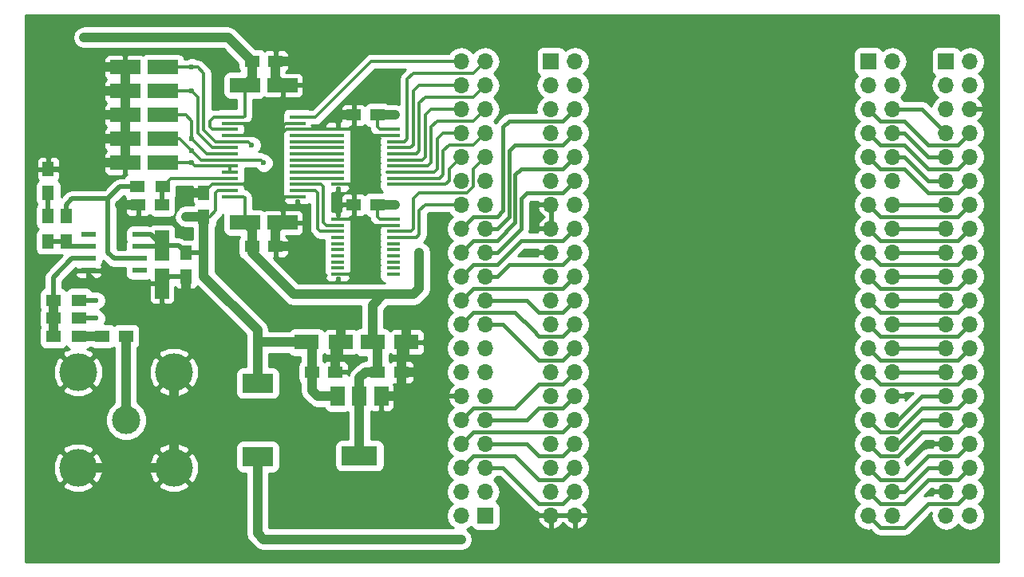
<source format=gbr>
G04 #@! TF.FileFunction,Copper,L1,Top,Signal*
%FSLAX46Y46*%
G04 Gerber Fmt 4.6, Leading zero omitted, Abs format (unit mm)*
G04 Created by KiCad (PCBNEW 4.0.6) date 11/14/17 10:00:56*
%MOMM*%
%LPD*%
G01*
G04 APERTURE LIST*
%ADD10C,0.100000*%
%ADD11R,3.200000X1.500000*%
%ADD12R,1.250000X1.500000*%
%ADD13R,2.600000X1.600000*%
%ADD14R,1.500000X1.250000*%
%ADD15R,1.500000X3.200000*%
%ADD16R,1.700000X1.700000*%
%ADD17O,1.700000X1.700000*%
%ADD18C,3.000000*%
%ADD19C,4.000000*%
%ADD20R,3.200000X2.000000*%
%ADD21R,1.500000X1.300000*%
%ADD22R,1.300000X1.500000*%
%ADD23R,3.800000X2.000000*%
%ADD24R,1.500000X2.000000*%
%ADD25R,1.750000X0.450000*%
%ADD26R,1.450000X0.450000*%
%ADD27R,1.550000X0.600000*%
%ADD28C,0.600000*%
%ADD29C,0.300000*%
%ADD30C,1.000000*%
%ADD31C,0.500000*%
%ADD32C,0.400000*%
%ADD33C,0.254000*%
G04 APERTURE END LIST*
D10*
D11*
X113760000Y-78740000D03*
X109760000Y-78740000D03*
D12*
X118110000Y-89515000D03*
X118110000Y-87015000D03*
D13*
X129010000Y-102870000D03*
X132610000Y-102870000D03*
D14*
X123210000Y-73025000D03*
X125710000Y-73025000D03*
X129560000Y-106045000D03*
X132060000Y-106045000D03*
D11*
X122460000Y-75565000D03*
X126460000Y-75565000D03*
X113760000Y-76200000D03*
X109760000Y-76200000D03*
D14*
X136505000Y-78740000D03*
X134005000Y-78740000D03*
D13*
X135995000Y-102870000D03*
X139595000Y-102870000D03*
D14*
X136505000Y-88265000D03*
X134005000Y-88265000D03*
X136545000Y-106045000D03*
X139045000Y-106045000D03*
D11*
X113760000Y-83820000D03*
X109760000Y-83820000D03*
D14*
X123210000Y-92710000D03*
X125710000Y-92710000D03*
D11*
X122460000Y-90170000D03*
X126460000Y-90170000D03*
X113760000Y-81280000D03*
X109760000Y-81280000D03*
X113760000Y-73660000D03*
X109760000Y-73660000D03*
D12*
X116205000Y-93365000D03*
X116205000Y-95865000D03*
D15*
X113665000Y-92615000D03*
X113665000Y-96615000D03*
D14*
X107335000Y-102235000D03*
X109835000Y-102235000D03*
D12*
X101600000Y-86975000D03*
X101600000Y-84475000D03*
D14*
X113645000Y-88265000D03*
X111145000Y-88265000D03*
D16*
X147955000Y-121285000D03*
D17*
X145415000Y-121285000D03*
X147955000Y-118745000D03*
X145415000Y-118745000D03*
X147955000Y-116205000D03*
X145415000Y-116205000D03*
X147955000Y-113665000D03*
X145415000Y-113665000D03*
X147955000Y-111125000D03*
X145415000Y-111125000D03*
X147955000Y-108585000D03*
X145415000Y-108585000D03*
X147955000Y-106045000D03*
X145415000Y-106045000D03*
X147955000Y-103505000D03*
X145415000Y-103505000D03*
X147955000Y-100965000D03*
X145415000Y-100965000D03*
X147955000Y-98425000D03*
X145415000Y-98425000D03*
X147955000Y-95885000D03*
X145415000Y-95885000D03*
X147955000Y-93345000D03*
X145415000Y-93345000D03*
X147955000Y-90805000D03*
X145415000Y-90805000D03*
X147955000Y-88265000D03*
X145415000Y-88265000D03*
X147955000Y-85725000D03*
X145415000Y-85725000D03*
X147955000Y-83185000D03*
X145415000Y-83185000D03*
X147955000Y-80645000D03*
X145415000Y-80645000D03*
X147955000Y-78105000D03*
X145415000Y-78105000D03*
X147955000Y-75565000D03*
X145415000Y-75565000D03*
X147955000Y-73025000D03*
X145415000Y-73025000D03*
D16*
X188595000Y-73025000D03*
D17*
X191135000Y-73025000D03*
X188595000Y-75565000D03*
X191135000Y-75565000D03*
X188595000Y-78105000D03*
X191135000Y-78105000D03*
X188595000Y-80645000D03*
X191135000Y-80645000D03*
X188595000Y-83185000D03*
X191135000Y-83185000D03*
X188595000Y-85725000D03*
X191135000Y-85725000D03*
X188595000Y-88265000D03*
X191135000Y-88265000D03*
X188595000Y-90805000D03*
X191135000Y-90805000D03*
X188595000Y-93345000D03*
X191135000Y-93345000D03*
X188595000Y-95885000D03*
X191135000Y-95885000D03*
X188595000Y-98425000D03*
X191135000Y-98425000D03*
X188595000Y-100965000D03*
X191135000Y-100965000D03*
X188595000Y-103505000D03*
X191135000Y-103505000D03*
X188595000Y-106045000D03*
X191135000Y-106045000D03*
X188595000Y-108585000D03*
X191135000Y-108585000D03*
X188595000Y-111125000D03*
X191135000Y-111125000D03*
X188595000Y-113665000D03*
X191135000Y-113665000D03*
X188595000Y-116205000D03*
X191135000Y-116205000D03*
X188595000Y-118745000D03*
X191135000Y-118745000D03*
X188595000Y-121285000D03*
X191135000Y-121285000D03*
D16*
X154940000Y-73025000D03*
D17*
X157480000Y-73025000D03*
X154940000Y-75565000D03*
X157480000Y-75565000D03*
X154940000Y-78105000D03*
X157480000Y-78105000D03*
X154940000Y-80645000D03*
X157480000Y-80645000D03*
X154940000Y-83185000D03*
X157480000Y-83185000D03*
X154940000Y-85725000D03*
X157480000Y-85725000D03*
X154940000Y-88265000D03*
X157480000Y-88265000D03*
X154940000Y-90805000D03*
X157480000Y-90805000D03*
X154940000Y-93345000D03*
X157480000Y-93345000D03*
X154940000Y-95885000D03*
X157480000Y-95885000D03*
X154940000Y-98425000D03*
X157480000Y-98425000D03*
X154940000Y-100965000D03*
X157480000Y-100965000D03*
X154940000Y-103505000D03*
X157480000Y-103505000D03*
X154940000Y-106045000D03*
X157480000Y-106045000D03*
X154940000Y-108585000D03*
X157480000Y-108585000D03*
X154940000Y-111125000D03*
X157480000Y-111125000D03*
X154940000Y-113665000D03*
X157480000Y-113665000D03*
X154940000Y-116205000D03*
X157480000Y-116205000D03*
X154940000Y-118745000D03*
X157480000Y-118745000D03*
X154940000Y-121285000D03*
X157480000Y-121285000D03*
D16*
X196850000Y-73025000D03*
D17*
X199390000Y-73025000D03*
X196850000Y-75565000D03*
X199390000Y-75565000D03*
X196850000Y-78105000D03*
X199390000Y-78105000D03*
X196850000Y-80645000D03*
X199390000Y-80645000D03*
X196850000Y-83185000D03*
X199390000Y-83185000D03*
X196850000Y-85725000D03*
X199390000Y-85725000D03*
X196850000Y-88265000D03*
X199390000Y-88265000D03*
X196850000Y-90805000D03*
X199390000Y-90805000D03*
X196850000Y-93345000D03*
X199390000Y-93345000D03*
X196850000Y-95885000D03*
X199390000Y-95885000D03*
X196850000Y-98425000D03*
X199390000Y-98425000D03*
X196850000Y-100965000D03*
X199390000Y-100965000D03*
X196850000Y-103505000D03*
X199390000Y-103505000D03*
X196850000Y-106045000D03*
X199390000Y-106045000D03*
X196850000Y-108585000D03*
X199390000Y-108585000D03*
X196850000Y-111125000D03*
X199390000Y-111125000D03*
X196850000Y-113665000D03*
X199390000Y-113665000D03*
X196850000Y-116205000D03*
X199390000Y-116205000D03*
X196850000Y-118745000D03*
X199390000Y-118745000D03*
X196850000Y-121285000D03*
X199390000Y-121285000D03*
D18*
X109855000Y-111125000D03*
D19*
X114935000Y-116205000D03*
X104775000Y-116205000D03*
X104775000Y-106045000D03*
X114935000Y-106045000D03*
D20*
X123825000Y-107225000D03*
X123825000Y-115025000D03*
D21*
X102155000Y-102235000D03*
X104855000Y-102235000D03*
X102155000Y-100330000D03*
X104855000Y-100330000D03*
X104855000Y-98425000D03*
X102155000Y-98425000D03*
D22*
X101600000Y-89455000D03*
X101600000Y-92155000D03*
X103505000Y-92155000D03*
X103505000Y-89455000D03*
D21*
X113745000Y-86360000D03*
X111045000Y-86360000D03*
D23*
X134620000Y-114910000D03*
D24*
X134620000Y-108610000D03*
X132320000Y-108610000D03*
X136920000Y-108610000D03*
D25*
X128060000Y-87410000D03*
X128060000Y-86760000D03*
X128060000Y-86110000D03*
X128060000Y-85460000D03*
X128060000Y-84810000D03*
X128060000Y-84160000D03*
X128060000Y-83510000D03*
X128060000Y-82860000D03*
X128060000Y-82210000D03*
X128060000Y-81560000D03*
X128060000Y-80910000D03*
X128060000Y-80260000D03*
X128060000Y-79610000D03*
X128060000Y-78960000D03*
X120860000Y-78960000D03*
X120860000Y-79610000D03*
X120860000Y-80260000D03*
X120860000Y-80910000D03*
X120860000Y-81560000D03*
X120860000Y-82210000D03*
X120860000Y-82860000D03*
X120860000Y-83510000D03*
X120860000Y-84160000D03*
X120860000Y-84810000D03*
X120860000Y-85460000D03*
X120860000Y-86110000D03*
X120860000Y-86760000D03*
X120860000Y-87410000D03*
D26*
X132305000Y-80260000D03*
X132305000Y-80910000D03*
X132305000Y-81560000D03*
X132305000Y-82210000D03*
X132305000Y-82860000D03*
X132305000Y-83510000D03*
X132305000Y-84160000D03*
X132305000Y-84810000D03*
X132305000Y-85460000D03*
X132305000Y-86110000D03*
X138205000Y-86110000D03*
X138205000Y-85460000D03*
X138205000Y-84810000D03*
X138205000Y-84160000D03*
X138205000Y-83510000D03*
X138205000Y-82860000D03*
X138205000Y-82210000D03*
X138205000Y-81560000D03*
X138205000Y-80910000D03*
X138205000Y-80260000D03*
X132305000Y-89785000D03*
X132305000Y-90435000D03*
X132305000Y-91085000D03*
X132305000Y-91735000D03*
X132305000Y-92385000D03*
X132305000Y-93035000D03*
X132305000Y-93685000D03*
X132305000Y-94335000D03*
X132305000Y-94985000D03*
X132305000Y-95635000D03*
X138205000Y-95635000D03*
X138205000Y-94985000D03*
X138205000Y-94335000D03*
X138205000Y-93685000D03*
X138205000Y-93035000D03*
X138205000Y-92385000D03*
X138205000Y-91735000D03*
X138205000Y-91085000D03*
X138205000Y-90435000D03*
X138205000Y-89785000D03*
D27*
X105885000Y-91440000D03*
X105885000Y-92710000D03*
X105885000Y-93980000D03*
X105885000Y-95250000D03*
X111285000Y-95250000D03*
X111285000Y-93980000D03*
X111285000Y-92710000D03*
X111285000Y-91440000D03*
D28*
X116840000Y-81280000D03*
X201930000Y-124460000D03*
X201930000Y-71120000D03*
X201930000Y-73660000D03*
X201930000Y-76200000D03*
X201930000Y-78740000D03*
X201930000Y-81280000D03*
X201930000Y-83820000D03*
X201930000Y-86360000D03*
X201930000Y-88900000D03*
X201930000Y-91440000D03*
X201930000Y-93980000D03*
X201930000Y-96520000D03*
X201930000Y-99060000D03*
X201930000Y-101600000D03*
X201930000Y-104140000D03*
X201930000Y-106680000D03*
X201930000Y-109220000D03*
X201930000Y-111760000D03*
X201930000Y-114300000D03*
X201930000Y-116840000D03*
X201930000Y-119380000D03*
X201930000Y-121920000D03*
X99695000Y-124460000D03*
X99695000Y-71120000D03*
X99695000Y-73660000D03*
X99695000Y-76200000D03*
X99695000Y-78740000D03*
X99695000Y-81280000D03*
X99695000Y-83820000D03*
X99695000Y-86360000D03*
X99695000Y-88900000D03*
X99695000Y-91440000D03*
X99695000Y-93980000D03*
X99695000Y-96520000D03*
X99695000Y-99060000D03*
X99695000Y-101600000D03*
X99695000Y-104140000D03*
X99695000Y-106680000D03*
X99695000Y-109220000D03*
X99695000Y-111760000D03*
X99695000Y-114300000D03*
X99695000Y-116840000D03*
X99695000Y-119380000D03*
X99695000Y-121920000D03*
X100965000Y-68580000D03*
X200025000Y-68580000D03*
X197485000Y-68580000D03*
X194945000Y-68580000D03*
X192405000Y-68580000D03*
X189865000Y-68580000D03*
X187325000Y-68580000D03*
X184785000Y-68580000D03*
X182245000Y-68580000D03*
X179705000Y-68580000D03*
X177165000Y-68580000D03*
X174625000Y-68580000D03*
X172085000Y-68580000D03*
X169545000Y-68580000D03*
X167005000Y-68580000D03*
X164465000Y-68580000D03*
X161925000Y-68580000D03*
X159385000Y-68580000D03*
X156845000Y-68580000D03*
X154305000Y-68580000D03*
X151765000Y-68580000D03*
X149225000Y-68580000D03*
X146685000Y-68580000D03*
X144145000Y-68580000D03*
X141605000Y-68580000D03*
X139065000Y-68580000D03*
X136525000Y-68580000D03*
X133985000Y-68580000D03*
X131445000Y-68580000D03*
X128905000Y-68580000D03*
X126365000Y-68580000D03*
X123825000Y-68580000D03*
X121285000Y-68580000D03*
X118745000Y-68580000D03*
X116205000Y-68580000D03*
X113665000Y-68580000D03*
X111125000Y-68580000D03*
X108585000Y-68580000D03*
X106045000Y-68580000D03*
X103505000Y-68580000D03*
X116205000Y-125730000D03*
X113665000Y-125730000D03*
X111125000Y-125730000D03*
X108585000Y-125730000D03*
X106045000Y-125730000D03*
X103505000Y-125730000D03*
X118745000Y-125730000D03*
X200025000Y-125730000D03*
X197485000Y-125730000D03*
X194945000Y-125730000D03*
X192405000Y-125730000D03*
X189865000Y-125730000D03*
X187325000Y-125730000D03*
X184785000Y-125730000D03*
X182245000Y-125730000D03*
X179705000Y-125730000D03*
X177165000Y-125730000D03*
X174625000Y-125730000D03*
X172085000Y-125730000D03*
X169545000Y-125730000D03*
X167005000Y-125730000D03*
X164465000Y-125730000D03*
X161925000Y-125730000D03*
X159385000Y-125730000D03*
X156845000Y-125730000D03*
X154305000Y-125730000D03*
X151765000Y-125730000D03*
X149225000Y-125730000D03*
X146685000Y-125730000D03*
X144145000Y-125730000D03*
X141605000Y-125730000D03*
X139065000Y-125730000D03*
X136525000Y-125730000D03*
X133985000Y-125730000D03*
X131445000Y-125730000D03*
X128905000Y-125730000D03*
X126365000Y-125730000D03*
X123825000Y-125730000D03*
X121285000Y-125730000D03*
X116205000Y-86995000D03*
X116205000Y-97790000D03*
X109220000Y-88265000D03*
X106680000Y-73660000D03*
X106680000Y-76200000D03*
X106680000Y-78740000D03*
X106680000Y-81280000D03*
X106680000Y-83820000D03*
X130175000Y-92710000D03*
X132080000Y-78740000D03*
X130175000Y-73025000D03*
X142875000Y-106045000D03*
X139700000Y-99695000D03*
X132715000Y-99695000D03*
X116205000Y-89535000D03*
X105410000Y-70485000D03*
X116840000Y-76200000D03*
X138430000Y-88265000D03*
X140970000Y-93345000D03*
X138430000Y-78740000D03*
X116840000Y-83820000D03*
X124460000Y-83820000D03*
X106680000Y-100330000D03*
X116840000Y-82550000D03*
X123190000Y-81915000D03*
X106680000Y-98425000D03*
X116840000Y-73660000D03*
X145415000Y-123825000D03*
D29*
X118745000Y-82860000D02*
X118420000Y-82860000D01*
X118420000Y-82860000D02*
X116840000Y-81280000D01*
X120860000Y-82860000D02*
X118745000Y-82860000D01*
X116205000Y-78740000D02*
X113760000Y-78740000D01*
X116840000Y-79375000D02*
X116205000Y-78740000D01*
X116840000Y-81280000D02*
X116840000Y-79375000D01*
D30*
X201930000Y-71120000D02*
X201930000Y-73660000D01*
X201930000Y-78740000D02*
X201930000Y-76200000D01*
X201930000Y-83820000D02*
X201930000Y-81280000D01*
X201930000Y-88900000D02*
X201930000Y-86360000D01*
X201930000Y-93980000D02*
X201930000Y-91440000D01*
X201930000Y-99060000D02*
X201930000Y-96520000D01*
X201930000Y-104140000D02*
X201930000Y-101600000D01*
X201930000Y-109220000D02*
X201930000Y-106680000D01*
X201930000Y-114300000D02*
X201930000Y-111760000D01*
X201930000Y-119380000D02*
X201930000Y-116840000D01*
X201930000Y-121920000D02*
X201930000Y-124460000D01*
X99695000Y-71120000D02*
X99695000Y-73660000D01*
X99695000Y-78740000D02*
X99695000Y-76200000D01*
X99695000Y-83820000D02*
X99695000Y-81280000D01*
X99695000Y-88900000D02*
X99695000Y-86360000D01*
X99695000Y-93980000D02*
X99695000Y-91440000D01*
X99695000Y-99060000D02*
X99695000Y-96520000D01*
X99695000Y-104140000D02*
X99695000Y-101600000D01*
X99695000Y-109220000D02*
X99695000Y-106680000D01*
X99695000Y-114300000D02*
X99695000Y-111760000D01*
X99695000Y-119380000D02*
X99695000Y-116840000D01*
X99695000Y-121920000D02*
X99695000Y-124460000D01*
X200025000Y-68580000D02*
X197485000Y-68580000D01*
X192405000Y-68580000D02*
X194945000Y-68580000D01*
X187325000Y-68580000D02*
X189865000Y-68580000D01*
X182245000Y-68580000D02*
X184785000Y-68580000D01*
X177165000Y-68580000D02*
X179705000Y-68580000D01*
X172085000Y-68580000D02*
X174625000Y-68580000D01*
X167005000Y-68580000D02*
X169545000Y-68580000D01*
X161925000Y-68580000D02*
X164465000Y-68580000D01*
X156845000Y-68580000D02*
X159385000Y-68580000D01*
X151765000Y-68580000D02*
X154305000Y-68580000D01*
X146685000Y-68580000D02*
X149225000Y-68580000D01*
X141605000Y-68580000D02*
X144145000Y-68580000D01*
X136525000Y-68580000D02*
X139065000Y-68580000D01*
X131445000Y-68580000D02*
X133985000Y-68580000D01*
X126365000Y-68580000D02*
X128905000Y-68580000D01*
X121285000Y-68580000D02*
X123825000Y-68580000D01*
X116205000Y-68580000D02*
X118745000Y-68580000D01*
X111125000Y-68580000D02*
X113665000Y-68580000D01*
X106045000Y-68580000D02*
X108585000Y-68580000D01*
X103505000Y-68580000D02*
X100965000Y-68580000D01*
X113665000Y-125730000D02*
X116205000Y-125730000D01*
X108585000Y-125730000D02*
X111125000Y-125730000D01*
X103505000Y-125730000D02*
X106045000Y-125730000D01*
X194945000Y-125730000D02*
X197485000Y-125730000D01*
X189865000Y-125730000D02*
X192405000Y-125730000D01*
X184785000Y-125730000D02*
X187325000Y-125730000D01*
X179705000Y-125730000D02*
X182245000Y-125730000D01*
X174625000Y-125730000D02*
X177165000Y-125730000D01*
X169545000Y-125730000D02*
X172085000Y-125730000D01*
X164465000Y-125730000D02*
X167005000Y-125730000D01*
X159385000Y-125730000D02*
X161925000Y-125730000D01*
X154305000Y-125730000D02*
X156845000Y-125730000D01*
X149225000Y-125730000D02*
X151765000Y-125730000D01*
X144145000Y-125730000D02*
X146685000Y-125730000D01*
X139065000Y-125730000D02*
X141605000Y-125730000D01*
X133985000Y-125730000D02*
X136525000Y-125730000D01*
X128905000Y-125730000D02*
X131445000Y-125730000D01*
X123825000Y-125730000D02*
X126365000Y-125730000D01*
X118745000Y-125730000D02*
X121285000Y-125730000D01*
X116225000Y-87015000D02*
X118110000Y-87015000D01*
X116205000Y-86995000D02*
X116225000Y-87015000D01*
X104775000Y-116205000D02*
X114935000Y-116205000D01*
X114935000Y-116205000D02*
X114935000Y-106045000D01*
D31*
X101600000Y-84475000D02*
X106025000Y-84475000D01*
X106025000Y-84475000D02*
X106680000Y-83820000D01*
D30*
X116205000Y-95865000D02*
X116205000Y-97790000D01*
X111145000Y-88265000D02*
X109220000Y-88265000D01*
D31*
X113665000Y-96615000D02*
X106775000Y-96615000D01*
X105885000Y-95725000D02*
X105885000Y-95250000D01*
X106775000Y-96615000D02*
X105885000Y-95725000D01*
X116205000Y-95865000D02*
X114415000Y-95865000D01*
X114415000Y-95865000D02*
X113665000Y-96615000D01*
D30*
X109760000Y-83820000D02*
X109760000Y-81280000D01*
X109760000Y-81280000D02*
X109760000Y-78740000D01*
X109760000Y-78740000D02*
X109760000Y-76200000D01*
X109760000Y-76200000D02*
X109760000Y-73660000D01*
X109760000Y-73660000D02*
X106680000Y-73660000D01*
X109760000Y-76200000D02*
X106680000Y-76200000D01*
X109760000Y-78740000D02*
X106680000Y-78740000D01*
X109760000Y-81280000D02*
X106680000Y-81280000D01*
X106680000Y-83820000D02*
X109760000Y-83820000D01*
X125710000Y-92710000D02*
X130175000Y-92710000D01*
X125710000Y-92710000D02*
X125710000Y-90920000D01*
X125710000Y-90920000D02*
X126460000Y-90170000D01*
X134005000Y-78740000D02*
X132080000Y-78740000D01*
X125710000Y-73025000D02*
X125710000Y-74815000D01*
X125710000Y-74815000D02*
X126460000Y-75565000D01*
X125710000Y-73025000D02*
X130175000Y-73025000D01*
X139045000Y-106045000D02*
X142875000Y-106045000D01*
X139595000Y-102870000D02*
X139595000Y-99800000D01*
X139595000Y-99800000D02*
X139700000Y-99695000D01*
X132610000Y-102870000D02*
X132610000Y-99800000D01*
X132610000Y-99800000D02*
X132715000Y-99695000D01*
X132060000Y-106045000D02*
X132060000Y-103420000D01*
X132060000Y-103420000D02*
X132610000Y-102870000D01*
X136920000Y-108610000D02*
X138405000Y-108610000D01*
X139045000Y-107970000D02*
X139045000Y-106045000D01*
X138405000Y-108610000D02*
X139045000Y-107970000D01*
X139045000Y-106045000D02*
X139045000Y-103420000D01*
X139045000Y-103420000D02*
X139595000Y-102870000D01*
D29*
X138205000Y-90435000D02*
X134005000Y-90435000D01*
X133985000Y-90805000D02*
X134005000Y-90805000D01*
X133985000Y-90455000D02*
X133985000Y-90805000D01*
X134005000Y-90435000D02*
X133985000Y-90455000D01*
X132305000Y-95635000D02*
X133600000Y-95635000D01*
X134005000Y-95230000D02*
X134005000Y-90805000D01*
X134005000Y-90805000D02*
X134005000Y-89515000D01*
X133600000Y-95635000D02*
X134005000Y-95230000D01*
X132305000Y-89785000D02*
X133735000Y-89785000D01*
X134005000Y-89515000D02*
X134005000Y-88265000D01*
X133735000Y-89785000D02*
X134005000Y-89515000D01*
X134005000Y-88265000D02*
X134005000Y-86360000D01*
X134005000Y-86360000D02*
X133985000Y-86360000D01*
X126460000Y-86360000D02*
X126210000Y-86110000D01*
X126210000Y-86110000D02*
X120860000Y-86110000D01*
X120860000Y-86110000D02*
X119015000Y-86110000D01*
X119015000Y-86110000D02*
X118110000Y-87015000D01*
X125710000Y-90920000D02*
X126460000Y-90170000D01*
X126460000Y-80645000D02*
X126845000Y-80260000D01*
X126845000Y-80260000D02*
X128060000Y-80260000D01*
X126460000Y-81280000D02*
X126090000Y-80910000D01*
X126090000Y-80910000D02*
X120860000Y-80910000D01*
X120860000Y-79610000D02*
X126155000Y-79610000D01*
X126155000Y-79610000D02*
X126460000Y-79915000D01*
X128060000Y-87410000D02*
X126460000Y-87410000D01*
X126460000Y-87410000D02*
X126460000Y-90170000D01*
X126460000Y-75565000D02*
X126460000Y-79915000D01*
X128060000Y-79610000D02*
X126765000Y-79610000D01*
X126765000Y-79610000D02*
X126460000Y-79915000D01*
X126460000Y-79915000D02*
X126460000Y-80645000D01*
X126460000Y-80645000D02*
X126460000Y-81280000D01*
X126460000Y-81280000D02*
X126460000Y-86360000D01*
X126460000Y-86360000D02*
X126460000Y-90170000D01*
X125710000Y-74815000D02*
X126460000Y-75565000D01*
X138205000Y-80910000D02*
X134005000Y-80910000D01*
X133985000Y-80645000D02*
X134005000Y-80645000D01*
X133985000Y-80890000D02*
X133985000Y-80645000D01*
X134005000Y-80910000D02*
X133985000Y-80890000D01*
X132305000Y-86110000D02*
X134005000Y-86110000D01*
X133985000Y-86360000D02*
X134005000Y-86360000D01*
X133985000Y-86130000D02*
X133985000Y-86360000D01*
X134005000Y-86110000D02*
X133985000Y-86130000D01*
X132305000Y-80260000D02*
X134005000Y-80260000D01*
X133985000Y-80010000D02*
X134005000Y-80010000D01*
X133985000Y-80240000D02*
X133985000Y-80010000D01*
X134005000Y-80260000D02*
X133985000Y-80240000D01*
X134005000Y-78740000D02*
X134005000Y-80010000D01*
X134005000Y-80010000D02*
X134005000Y-80645000D01*
X134005000Y-80645000D02*
X134005000Y-86360000D01*
X128060000Y-80260000D02*
X132305000Y-80260000D01*
D30*
X123210000Y-73025000D02*
X120670000Y-70485000D01*
X116225000Y-89515000D02*
X118110000Y-89515000D01*
X116205000Y-89535000D02*
X116225000Y-89515000D01*
X120670000Y-70485000D02*
X105410000Y-70485000D01*
D31*
X116205000Y-93365000D02*
X118110000Y-93365000D01*
X118110000Y-93365000D02*
X118110000Y-93345000D01*
X113665000Y-92615000D02*
X115455000Y-92615000D01*
X115455000Y-92615000D02*
X116205000Y-93365000D01*
X111285000Y-92710000D02*
X113570000Y-92710000D01*
X113570000Y-92710000D02*
X113665000Y-92615000D01*
X111285000Y-91440000D02*
X112490000Y-91440000D01*
X112490000Y-91440000D02*
X113665000Y-92615000D01*
D30*
X123210000Y-73025000D02*
X123190000Y-73025000D01*
X123825000Y-102870000D02*
X123825000Y-101600000D01*
X123825000Y-101600000D02*
X118110000Y-95885000D01*
X118110000Y-93345000D02*
X118110000Y-95885000D01*
X118110000Y-89515000D02*
X118110000Y-93345000D01*
X123825000Y-107225000D02*
X123825000Y-102870000D01*
X123825000Y-102870000D02*
X125095000Y-102870000D01*
X123210000Y-73025000D02*
X123210000Y-74815000D01*
X123210000Y-74815000D02*
X122460000Y-75565000D01*
X125095000Y-102870000D02*
X129010000Y-102870000D01*
X129560000Y-106045000D02*
X129560000Y-103420000D01*
X129560000Y-103420000D02*
X129010000Y-102870000D01*
X132320000Y-108610000D02*
X130200000Y-108610000D01*
X129560000Y-107970000D02*
X129560000Y-106045000D01*
X130200000Y-108610000D02*
X129560000Y-107970000D01*
D29*
X120860000Y-86760000D02*
X119615000Y-86760000D01*
X118765000Y-89515000D02*
X119380000Y-88900000D01*
X119380000Y-88900000D02*
X119380000Y-87630000D01*
X118765000Y-89515000D02*
X118110000Y-89515000D01*
X119380000Y-86995000D02*
X119380000Y-87630000D01*
X119615000Y-86760000D02*
X119380000Y-86995000D01*
X120860000Y-80260000D02*
X118995000Y-80260000D01*
X119160000Y-78960000D02*
X118745000Y-79375000D01*
X119160000Y-78960000D02*
X120860000Y-78960000D01*
X118745000Y-80010000D02*
X118745000Y-79375000D01*
X118995000Y-80260000D02*
X118745000Y-80010000D01*
X123210000Y-74815000D02*
X122460000Y-75565000D01*
X120860000Y-78960000D02*
X122335000Y-78960000D01*
X122460000Y-78835000D02*
X122460000Y-75565000D01*
X122335000Y-78960000D02*
X122460000Y-78835000D01*
X120860000Y-82210000D02*
X119040000Y-82210000D01*
X117475000Y-76835000D02*
X116840000Y-76200000D01*
X117475000Y-80645000D02*
X117475000Y-76835000D01*
X119040000Y-82210000D02*
X117475000Y-80645000D01*
X116840000Y-76200000D02*
X113760000Y-76200000D01*
X116840000Y-76200000D02*
X113760000Y-76200000D01*
D30*
X123210000Y-92710000D02*
X123210000Y-93365000D01*
X123210000Y-93365000D02*
X127635000Y-97790000D01*
X123210000Y-92710000D02*
X123210000Y-90920000D01*
X123210000Y-90920000D02*
X122460000Y-90170000D01*
X137160000Y-97790000D02*
X127635000Y-97790000D01*
X136505000Y-88265000D02*
X138430000Y-88265000D01*
X135995000Y-102870000D02*
X135995000Y-98955000D01*
X135995000Y-98955000D02*
X137160000Y-97790000D01*
X137160000Y-97790000D02*
X140335000Y-97790000D01*
X140335000Y-97790000D02*
X140970000Y-97155000D01*
X140970000Y-97155000D02*
X140970000Y-93345000D01*
X138430000Y-78740000D02*
X136505000Y-78740000D01*
X134620000Y-108610000D02*
X134620000Y-114910000D01*
X136545000Y-106045000D02*
X136545000Y-103420000D01*
X136545000Y-103420000D02*
X135995000Y-102870000D01*
X134620000Y-108610000D02*
X134620000Y-106680000D01*
X135255000Y-106045000D02*
X136545000Y-106045000D01*
X134620000Y-106680000D02*
X135255000Y-106045000D01*
D29*
X138205000Y-89785000D02*
X136775000Y-89785000D01*
X136505000Y-89515000D02*
X136505000Y-88265000D01*
X136775000Y-89785000D02*
X136505000Y-89515000D01*
X120860000Y-87410000D02*
X122335000Y-87410000D01*
X122460000Y-87535000D02*
X122460000Y-90170000D01*
X122335000Y-87410000D02*
X122460000Y-87535000D01*
X123210000Y-90920000D02*
X122460000Y-90170000D01*
X138205000Y-80260000D02*
X136775000Y-80260000D01*
X136775000Y-80260000D02*
X136505000Y-79990000D01*
X136505000Y-79990000D02*
X136505000Y-78740000D01*
X120860000Y-84160000D02*
X117180000Y-84160000D01*
X116840000Y-83820000D02*
X113760000Y-83820000D01*
X117180000Y-84160000D02*
X116840000Y-83820000D01*
X120860000Y-84810000D02*
X120860000Y-84160000D01*
X114100000Y-84160000D02*
X113760000Y-83820000D01*
D31*
X104855000Y-100330000D02*
X106680000Y-100330000D01*
D29*
X124150000Y-83510000D02*
X124460000Y-83820000D01*
X124150000Y-83510000D02*
X120860000Y-83510000D01*
X118110000Y-83510000D02*
X117800000Y-83510000D01*
X117800000Y-83510000D02*
X116840000Y-82550000D01*
X116840000Y-82550000D02*
X116205000Y-81915000D01*
X120860000Y-83510000D02*
X118110000Y-83510000D01*
X115570000Y-81280000D02*
X113760000Y-81280000D01*
X116205000Y-81915000D02*
X115570000Y-81280000D01*
D31*
X104855000Y-98425000D02*
X106680000Y-98425000D01*
D29*
X122835000Y-81560000D02*
X123190000Y-81915000D01*
X122835000Y-81560000D02*
X120860000Y-81560000D01*
X119380000Y-81560000D02*
X118110000Y-80290000D01*
X118110000Y-80290000D02*
X118110000Y-80010000D01*
X120860000Y-81560000D02*
X119380000Y-81560000D01*
X117475000Y-73660000D02*
X116840000Y-73660000D01*
X116840000Y-73660000D02*
X113760000Y-73660000D01*
X118110000Y-74295000D02*
X117475000Y-73660000D01*
X118110000Y-80010000D02*
X118110000Y-74295000D01*
D30*
X107335000Y-102235000D02*
X104855000Y-102235000D01*
X109855000Y-111125000D02*
X109855000Y-102255000D01*
X109855000Y-102255000D02*
X109835000Y-102235000D01*
D31*
X101600000Y-89455000D02*
X101600000Y-86975000D01*
X113645000Y-88265000D02*
X113645000Y-86460000D01*
X113645000Y-86460000D02*
X113745000Y-86360000D01*
D29*
X120860000Y-85460000D02*
X114645000Y-85460000D01*
X114645000Y-85460000D02*
X113745000Y-86360000D01*
D32*
X188595000Y-121285000D02*
X189865000Y-122555000D01*
X198120000Y-120015000D02*
X199390000Y-118745000D01*
X194945000Y-120015000D02*
X198120000Y-120015000D01*
X192405000Y-122555000D02*
X194945000Y-120015000D01*
X189865000Y-122555000D02*
X192405000Y-122555000D01*
X191135000Y-118745000D02*
X192405000Y-118745000D01*
X194945000Y-116205000D02*
X196850000Y-116205000D01*
X192405000Y-118745000D02*
X194945000Y-116205000D01*
X188595000Y-118745000D02*
X189865000Y-120015000D01*
X198120000Y-117475000D02*
X199390000Y-116205000D01*
X194945000Y-117475000D02*
X198120000Y-117475000D01*
X192405000Y-120015000D02*
X194945000Y-117475000D01*
X189865000Y-120015000D02*
X192405000Y-120015000D01*
X191135000Y-113665000D02*
X191770000Y-113665000D01*
X191770000Y-113665000D02*
X194310000Y-111125000D01*
X194310000Y-111125000D02*
X196850000Y-111125000D01*
X188595000Y-116205000D02*
X189865000Y-117475000D01*
X198120000Y-114935000D02*
X199390000Y-113665000D01*
X194945000Y-114935000D02*
X198120000Y-114935000D01*
X192405000Y-117475000D02*
X194945000Y-114935000D01*
X189865000Y-117475000D02*
X192405000Y-117475000D01*
D30*
X123825000Y-123190000D02*
X123825000Y-115025000D01*
X124460000Y-123825000D02*
X123825000Y-123190000D01*
X145415000Y-123825000D02*
X124460000Y-123825000D01*
D32*
X191135000Y-111125000D02*
X191770000Y-111125000D01*
X191770000Y-111125000D02*
X194310000Y-108585000D01*
X194310000Y-108585000D02*
X196850000Y-108585000D01*
X188595000Y-113665000D02*
X189865000Y-114935000D01*
X198120000Y-112395000D02*
X199390000Y-111125000D01*
X194310000Y-112395000D02*
X198120000Y-112395000D01*
X191770000Y-114935000D02*
X194310000Y-112395000D01*
X189865000Y-114935000D02*
X191770000Y-114935000D01*
X191135000Y-106045000D02*
X196850000Y-106045000D01*
X188595000Y-111125000D02*
X189865000Y-112395000D01*
X198120000Y-109855000D02*
X199390000Y-108585000D01*
X194310000Y-109855000D02*
X198120000Y-109855000D01*
X191770000Y-112395000D02*
X194310000Y-109855000D01*
X189865000Y-112395000D02*
X191770000Y-112395000D01*
X191135000Y-103505000D02*
X196850000Y-103505000D01*
X188595000Y-106045000D02*
X189865000Y-107315000D01*
X198120000Y-107315000D02*
X199390000Y-106045000D01*
X189865000Y-107315000D02*
X198120000Y-107315000D01*
X191135000Y-100965000D02*
X196850000Y-100965000D01*
X188595000Y-103505000D02*
X189865000Y-104775000D01*
X198120000Y-104775000D02*
X199390000Y-103505000D01*
X189865000Y-104775000D02*
X198120000Y-104775000D01*
X191135000Y-98425000D02*
X196850000Y-98425000D01*
X188595000Y-100965000D02*
X189865000Y-102235000D01*
X198120000Y-102235000D02*
X199390000Y-100965000D01*
X189865000Y-102235000D02*
X198120000Y-102235000D01*
X191135000Y-95885000D02*
X196850000Y-95885000D01*
X188595000Y-98425000D02*
X189865000Y-99695000D01*
X198120000Y-99695000D02*
X199390000Y-98425000D01*
X189865000Y-99695000D02*
X198120000Y-99695000D01*
X191135000Y-93345000D02*
X196850000Y-93345000D01*
X188595000Y-95885000D02*
X189865000Y-97155000D01*
X198120000Y-97155000D02*
X199390000Y-95885000D01*
X189865000Y-97155000D02*
X198120000Y-97155000D01*
X191135000Y-90805000D02*
X196850000Y-90805000D01*
X188595000Y-93345000D02*
X189865000Y-94615000D01*
X198120000Y-94615000D02*
X199390000Y-93345000D01*
X189865000Y-94615000D02*
X198120000Y-94615000D01*
X191135000Y-88265000D02*
X196850000Y-88265000D01*
X188595000Y-90805000D02*
X189865000Y-92075000D01*
X198120000Y-92075000D02*
X199390000Y-90805000D01*
X189865000Y-92075000D02*
X198120000Y-92075000D01*
X191135000Y-83185000D02*
X192405000Y-83185000D01*
X194945000Y-85725000D02*
X196850000Y-85725000D01*
X192405000Y-83185000D02*
X194945000Y-85725000D01*
X188595000Y-88265000D02*
X189865000Y-89535000D01*
X198120000Y-89535000D02*
X199390000Y-88265000D01*
X189865000Y-89535000D02*
X198120000Y-89535000D01*
X191135000Y-80645000D02*
X192405000Y-80645000D01*
X194945000Y-83185000D02*
X196850000Y-83185000D01*
X192405000Y-80645000D02*
X194945000Y-83185000D01*
X188595000Y-83185000D02*
X189865000Y-84455000D01*
X198120000Y-86995000D02*
X199390000Y-85725000D01*
X194945000Y-86995000D02*
X198120000Y-86995000D01*
X192405000Y-84455000D02*
X194945000Y-86995000D01*
X189865000Y-84455000D02*
X192405000Y-84455000D01*
X191135000Y-78105000D02*
X194310000Y-78105000D01*
X194310000Y-78105000D02*
X196850000Y-80645000D01*
X188595000Y-80645000D02*
X189865000Y-81915000D01*
X198120000Y-84455000D02*
X199390000Y-83185000D01*
X194945000Y-84455000D02*
X198120000Y-84455000D01*
X192405000Y-81915000D02*
X194945000Y-84455000D01*
X189865000Y-81915000D02*
X192405000Y-81915000D01*
X188595000Y-78105000D02*
X189865000Y-79375000D01*
X198120000Y-81915000D02*
X199390000Y-80645000D01*
X194945000Y-81915000D02*
X198120000Y-81915000D01*
X192405000Y-79375000D02*
X194945000Y-81915000D01*
X189865000Y-79375000D02*
X192405000Y-79375000D01*
D29*
X138205000Y-91735000D02*
X140675000Y-91735000D01*
X141605000Y-88265000D02*
X145415000Y-88265000D01*
X140970000Y-88900000D02*
X141605000Y-88265000D01*
X140970000Y-91440000D02*
X140970000Y-88900000D01*
X140675000Y-91735000D02*
X140970000Y-91440000D01*
X138205000Y-91085000D02*
X140055000Y-91085000D01*
X146685000Y-84455000D02*
X147955000Y-83185000D01*
X146685000Y-86360000D02*
X146685000Y-84455000D01*
X146050000Y-86995000D02*
X146685000Y-86360000D01*
X140970000Y-86995000D02*
X146050000Y-86995000D01*
X140335000Y-87630000D02*
X140970000Y-86995000D01*
X140335000Y-90805000D02*
X140335000Y-87630000D01*
X140055000Y-91085000D02*
X140335000Y-90805000D01*
X138205000Y-86110000D02*
X143760000Y-86110000D01*
X144145000Y-84455000D02*
X145415000Y-83185000D01*
X144145000Y-85725000D02*
X144145000Y-84455000D01*
X143760000Y-86110000D02*
X144145000Y-85725000D01*
X138205000Y-85460000D02*
X143140000Y-85460000D01*
X146685000Y-81915000D02*
X147955000Y-80645000D01*
X144145000Y-81915000D02*
X146685000Y-81915000D01*
X143510000Y-82550000D02*
X144145000Y-81915000D01*
X143510000Y-85090000D02*
X143510000Y-82550000D01*
X143140000Y-85460000D02*
X143510000Y-85090000D01*
X138205000Y-84810000D02*
X142520000Y-84810000D01*
X143510000Y-80645000D02*
X145415000Y-80645000D01*
X142875000Y-81280000D02*
X143510000Y-80645000D01*
X142875000Y-84455000D02*
X142875000Y-81280000D01*
X142520000Y-84810000D02*
X142875000Y-84455000D01*
X137570000Y-84840000D02*
X138180000Y-84840000D01*
X138205000Y-84160000D02*
X141900000Y-84160000D01*
X146685000Y-79375000D02*
X147955000Y-78105000D01*
X142875000Y-79375000D02*
X146685000Y-79375000D01*
X142240000Y-80010000D02*
X142875000Y-79375000D01*
X142240000Y-83820000D02*
X142240000Y-80010000D01*
X141900000Y-84160000D02*
X142240000Y-83820000D01*
X138205000Y-83510000D02*
X141280000Y-83510000D01*
X142240000Y-78105000D02*
X145415000Y-78105000D01*
X141605000Y-78740000D02*
X142240000Y-78105000D01*
X141605000Y-83185000D02*
X141605000Y-78740000D01*
X141280000Y-83510000D02*
X141605000Y-83185000D01*
X138205000Y-82860000D02*
X140660000Y-82860000D01*
X146685000Y-76835000D02*
X147955000Y-75565000D01*
X141605000Y-76835000D02*
X146685000Y-76835000D01*
X140970000Y-77470000D02*
X141605000Y-76835000D01*
X140970000Y-82550000D02*
X140970000Y-77470000D01*
X140660000Y-82860000D02*
X140970000Y-82550000D01*
X138205000Y-82210000D02*
X140040000Y-82210000D01*
X140970000Y-75565000D02*
X145415000Y-75565000D01*
X140335000Y-76200000D02*
X140970000Y-75565000D01*
X140335000Y-81915000D02*
X140335000Y-76200000D01*
X140040000Y-82210000D02*
X140335000Y-81915000D01*
X138205000Y-81560000D02*
X139420000Y-81560000D01*
X146685000Y-74295000D02*
X147955000Y-73025000D01*
X140335000Y-74295000D02*
X146685000Y-74295000D01*
X139700000Y-74930000D02*
X140335000Y-74295000D01*
X139700000Y-81280000D02*
X139700000Y-74930000D01*
X139420000Y-81560000D02*
X139700000Y-81280000D01*
X128060000Y-78960000D02*
X129955000Y-78960000D01*
X135890000Y-73025000D02*
X145415000Y-73025000D01*
X129955000Y-78960000D02*
X135890000Y-73025000D01*
D32*
X145415000Y-90805000D02*
X146685000Y-89535000D01*
X156210000Y-79375000D02*
X157480000Y-78105000D01*
X150495000Y-79375000D02*
X156210000Y-79375000D01*
X149860000Y-80010000D02*
X150495000Y-79375000D01*
X149860000Y-88900000D02*
X149860000Y-80010000D01*
X149225000Y-89535000D02*
X149860000Y-88900000D01*
X146685000Y-89535000D02*
X149225000Y-89535000D01*
X147955000Y-90805000D02*
X149225000Y-90805000D01*
X156210000Y-81915000D02*
X157480000Y-80645000D01*
X151130000Y-81915000D02*
X156210000Y-81915000D01*
X150495000Y-82550000D02*
X151130000Y-81915000D01*
X150495000Y-89535000D02*
X150495000Y-82550000D01*
X149225000Y-90805000D02*
X150495000Y-89535000D01*
X145415000Y-93345000D02*
X146685000Y-92075000D01*
X156210000Y-84455000D02*
X157480000Y-83185000D01*
X151765000Y-84455000D02*
X156210000Y-84455000D01*
X151130000Y-85090000D02*
X151765000Y-84455000D01*
X151130000Y-90170000D02*
X151130000Y-85090000D01*
X149225000Y-92075000D02*
X151130000Y-90170000D01*
X146685000Y-92075000D02*
X149225000Y-92075000D01*
X147955000Y-93345000D02*
X149225000Y-93345000D01*
X156210000Y-86995000D02*
X157480000Y-85725000D01*
X152400000Y-86995000D02*
X156210000Y-86995000D01*
X151765000Y-87630000D02*
X152400000Y-86995000D01*
X151765000Y-90805000D02*
X151765000Y-87630000D01*
X149225000Y-93345000D02*
X151765000Y-90805000D01*
X145415000Y-95885000D02*
X146685000Y-94615000D01*
X156210000Y-92075000D02*
X157480000Y-90805000D01*
X151765000Y-92075000D02*
X156210000Y-92075000D01*
X149225000Y-94615000D02*
X151765000Y-92075000D01*
X146685000Y-94615000D02*
X149225000Y-94615000D01*
X147955000Y-95885000D02*
X149225000Y-95885000D01*
X156210000Y-94615000D02*
X157480000Y-93345000D01*
X150495000Y-94615000D02*
X156210000Y-94615000D01*
X149225000Y-95885000D02*
X150495000Y-94615000D01*
X145415000Y-98425000D02*
X146685000Y-97155000D01*
X156210000Y-97155000D02*
X157480000Y-95885000D01*
X146685000Y-97155000D02*
X156210000Y-97155000D01*
X147955000Y-98425000D02*
X152400000Y-98425000D01*
X156210000Y-99695000D02*
X157480000Y-98425000D01*
X153670000Y-99695000D02*
X156210000Y-99695000D01*
X152400000Y-98425000D02*
X153670000Y-99695000D01*
X153035000Y-101600000D02*
X151130000Y-99695000D01*
X145415000Y-100965000D02*
X146685000Y-99695000D01*
X146685000Y-99695000D02*
X151130000Y-99695000D01*
X156210000Y-102235000D02*
X157480000Y-100965000D01*
X153670000Y-102235000D02*
X156210000Y-102235000D01*
X153035000Y-101600000D02*
X153670000Y-102235000D01*
X147955000Y-100965000D02*
X149860000Y-100965000D01*
X156210000Y-104775000D02*
X157480000Y-103505000D01*
X153670000Y-104775000D02*
X156210000Y-104775000D01*
X149860000Y-100965000D02*
X153670000Y-104775000D01*
X145415000Y-111125000D02*
X146685000Y-109855000D01*
X156210000Y-107315000D02*
X157480000Y-106045000D01*
X153670000Y-107315000D02*
X156210000Y-107315000D01*
X151130000Y-109855000D02*
X153670000Y-107315000D01*
X146685000Y-109855000D02*
X151130000Y-109855000D01*
X147955000Y-111125000D02*
X152400000Y-111125000D01*
X156210000Y-109855000D02*
X157480000Y-108585000D01*
X153670000Y-109855000D02*
X156210000Y-109855000D01*
X152400000Y-111125000D02*
X153670000Y-109855000D01*
X145415000Y-113665000D02*
X146685000Y-112395000D01*
X156210000Y-112395000D02*
X157480000Y-111125000D01*
X146685000Y-112395000D02*
X156210000Y-112395000D01*
X147955000Y-113665000D02*
X152400000Y-113665000D01*
X156210000Y-114935000D02*
X157480000Y-113665000D01*
X153670000Y-114935000D02*
X156210000Y-114935000D01*
X152400000Y-113665000D02*
X153670000Y-114935000D01*
X145415000Y-116205000D02*
X146685000Y-114935000D01*
X156210000Y-117475000D02*
X157480000Y-116205000D01*
X153670000Y-117475000D02*
X156210000Y-117475000D01*
X151130000Y-114935000D02*
X153670000Y-117475000D01*
X146685000Y-114935000D02*
X151130000Y-114935000D01*
X147955000Y-116205000D02*
X149860000Y-116205000D01*
X156210000Y-120015000D02*
X157480000Y-118745000D01*
X153670000Y-120015000D02*
X156210000Y-120015000D01*
X149860000Y-116205000D02*
X153670000Y-120015000D01*
D31*
X105885000Y-93980000D02*
X104140000Y-93980000D01*
X102155000Y-95965000D02*
X102155000Y-98425000D01*
X104140000Y-93980000D02*
X102155000Y-95965000D01*
D30*
X102155000Y-102235000D02*
X102155000Y-100330000D01*
X102155000Y-100330000D02*
X102155000Y-98425000D01*
D31*
X101600000Y-92155000D02*
X103505000Y-92155000D01*
X105885000Y-92710000D02*
X104060000Y-92710000D01*
X104060000Y-92710000D02*
X103505000Y-92155000D01*
X103505000Y-89455000D02*
X103505000Y-88265000D01*
X104140000Y-87630000D02*
X107950000Y-87630000D01*
X103505000Y-88265000D02*
X104140000Y-87630000D01*
X111285000Y-93980000D02*
X108585000Y-93980000D01*
X109220000Y-86360000D02*
X107950000Y-87630000D01*
X107950000Y-87630000D02*
X107950000Y-92710000D01*
X109220000Y-86360000D02*
X111045000Y-86360000D01*
X107950000Y-93345000D02*
X107950000Y-92710000D01*
X108585000Y-93980000D02*
X107950000Y-93345000D01*
D29*
X132305000Y-91085000D02*
X130455000Y-91085000D01*
X129940000Y-86760000D02*
X130175000Y-86995000D01*
X130175000Y-86995000D02*
X130175000Y-90170000D01*
X129940000Y-86760000D02*
X128060000Y-86760000D01*
X130175000Y-90805000D02*
X130175000Y-90170000D01*
X130455000Y-91085000D02*
X130175000Y-90805000D01*
X132305000Y-90435000D02*
X131075000Y-90435000D01*
X130560000Y-86110000D02*
X130810000Y-86360000D01*
X130810000Y-86360000D02*
X130810000Y-89535000D01*
X130560000Y-86110000D02*
X128060000Y-86110000D01*
X130810000Y-90170000D02*
X130810000Y-89535000D01*
X131075000Y-90435000D02*
X130810000Y-90170000D01*
X128060000Y-85460000D02*
X132305000Y-85460000D01*
X128060000Y-84810000D02*
X132305000Y-84810000D01*
X128060000Y-84160000D02*
X132305000Y-84160000D01*
X128060000Y-83510000D02*
X132305000Y-83510000D01*
X128060000Y-82860000D02*
X132305000Y-82860000D01*
X128060000Y-82210000D02*
X132305000Y-82210000D01*
X128060000Y-81560000D02*
X132305000Y-81560000D01*
X128060000Y-80910000D02*
X132305000Y-80910000D01*
D33*
G36*
X202423000Y-126223000D02*
X99202000Y-126223000D01*
X99202000Y-118080022D01*
X103079584Y-118080022D01*
X103300353Y-118450743D01*
X104272012Y-118844119D01*
X105320247Y-118835713D01*
X106249647Y-118450743D01*
X106470416Y-118080022D01*
X113239584Y-118080022D01*
X113460353Y-118450743D01*
X114432012Y-118844119D01*
X115480247Y-118835713D01*
X116409647Y-118450743D01*
X116630416Y-118080022D01*
X114935000Y-116384605D01*
X113239584Y-118080022D01*
X106470416Y-118080022D01*
X104775000Y-116384605D01*
X103079584Y-118080022D01*
X99202000Y-118080022D01*
X99202000Y-115702012D01*
X102135881Y-115702012D01*
X102144287Y-116750247D01*
X102529257Y-117679647D01*
X102899978Y-117900416D01*
X104595395Y-116205000D01*
X104954605Y-116205000D01*
X106650022Y-117900416D01*
X107020743Y-117679647D01*
X107414119Y-116707988D01*
X107406052Y-115702012D01*
X112295881Y-115702012D01*
X112304287Y-116750247D01*
X112689257Y-117679647D01*
X113059978Y-117900416D01*
X114755395Y-116205000D01*
X115114605Y-116205000D01*
X116810022Y-117900416D01*
X117180743Y-117679647D01*
X117574119Y-116707988D01*
X117565713Y-115659753D01*
X117180743Y-114730353D01*
X116810022Y-114509584D01*
X115114605Y-116205000D01*
X114755395Y-116205000D01*
X113059978Y-114509584D01*
X112689257Y-114730353D01*
X112295881Y-115702012D01*
X107406052Y-115702012D01*
X107405713Y-115659753D01*
X107020743Y-114730353D01*
X106650022Y-114509584D01*
X104954605Y-116205000D01*
X104595395Y-116205000D01*
X102899978Y-114509584D01*
X102529257Y-114730353D01*
X102135881Y-115702012D01*
X99202000Y-115702012D01*
X99202000Y-114329978D01*
X103079584Y-114329978D01*
X104775000Y-116025395D01*
X106470416Y-114329978D01*
X113239584Y-114329978D01*
X114935000Y-116025395D01*
X116630416Y-114329978D01*
X116409647Y-113959257D01*
X115437988Y-113565881D01*
X114389753Y-113574287D01*
X113460353Y-113959257D01*
X113239584Y-114329978D01*
X106470416Y-114329978D01*
X106249647Y-113959257D01*
X105277988Y-113565881D01*
X104229753Y-113574287D01*
X103300353Y-113959257D01*
X103079584Y-114329978D01*
X99202000Y-114329978D01*
X99202000Y-107920022D01*
X103079584Y-107920022D01*
X103300353Y-108290743D01*
X104272012Y-108684119D01*
X105320247Y-108675713D01*
X106249647Y-108290743D01*
X106470416Y-107920022D01*
X104775000Y-106224605D01*
X103079584Y-107920022D01*
X99202000Y-107920022D01*
X99202000Y-105542012D01*
X102135881Y-105542012D01*
X102144287Y-106590247D01*
X102529257Y-107519647D01*
X102899978Y-107740416D01*
X104595395Y-106045000D01*
X104954605Y-106045000D01*
X106650022Y-107740416D01*
X107020743Y-107519647D01*
X107414119Y-106547988D01*
X107405713Y-105499753D01*
X107020743Y-104570353D01*
X106650022Y-104349584D01*
X104954605Y-106045000D01*
X104595395Y-106045000D01*
X102899978Y-104349584D01*
X102529257Y-104570353D01*
X102135881Y-105542012D01*
X99202000Y-105542012D01*
X99202000Y-88705000D01*
X100208758Y-88705000D01*
X100208758Y-90205000D01*
X100259451Y-90474410D01*
X100418672Y-90721846D01*
X100540130Y-90804835D01*
X100433154Y-90873672D01*
X100267157Y-91116615D01*
X100208758Y-91405000D01*
X100208758Y-92905000D01*
X100259451Y-93174410D01*
X100418672Y-93421846D01*
X100661615Y-93587843D01*
X100950000Y-93646242D01*
X102250000Y-93646242D01*
X102519410Y-93595549D01*
X102549529Y-93576168D01*
X102566615Y-93587843D01*
X102855000Y-93646242D01*
X103092072Y-93646242D01*
X101464157Y-95274157D01*
X101252370Y-95591118D01*
X101178000Y-95965000D01*
X101178000Y-97076471D01*
X101135590Y-97084451D01*
X100888154Y-97243672D01*
X100722157Y-97486615D01*
X100663758Y-97775000D01*
X100663758Y-99075000D01*
X100714451Y-99344410D01*
X100733832Y-99374529D01*
X100722157Y-99391615D01*
X100663758Y-99680000D01*
X100663758Y-100980000D01*
X100714451Y-101249410D01*
X100733832Y-101279529D01*
X100722157Y-101296615D01*
X100663758Y-101585000D01*
X100663758Y-102885000D01*
X100714451Y-103154410D01*
X100873672Y-103401846D01*
X101116615Y-103567843D01*
X101405000Y-103626242D01*
X102905000Y-103626242D01*
X103174410Y-103575549D01*
X103421846Y-103416328D01*
X103504835Y-103294870D01*
X103573672Y-103401846D01*
X103816615Y-103567843D01*
X103845107Y-103573613D01*
X103300353Y-103799257D01*
X103079584Y-104169978D01*
X104775000Y-105865395D01*
X106470416Y-104169978D01*
X106249647Y-103799257D01*
X105753345Y-103598329D01*
X105874410Y-103575549D01*
X106050870Y-103462000D01*
X106178298Y-103462000D01*
X106296615Y-103542843D01*
X106585000Y-103601242D01*
X108085000Y-103601242D01*
X108354410Y-103550549D01*
X108587952Y-103400269D01*
X108628000Y-103427633D01*
X108628000Y-109222368D01*
X108595154Y-109235940D01*
X107968142Y-109861858D01*
X107628387Y-110680079D01*
X107627614Y-111566034D01*
X107965940Y-112384846D01*
X108591858Y-113011858D01*
X109410079Y-113351613D01*
X110296034Y-113352386D01*
X111114846Y-113014060D01*
X111741858Y-112388142D01*
X112081613Y-111569921D01*
X112082386Y-110683966D01*
X111744060Y-109865154D01*
X111118142Y-109238142D01*
X111082000Y-109223135D01*
X111082000Y-107920022D01*
X113239584Y-107920022D01*
X113460353Y-108290743D01*
X114432012Y-108684119D01*
X115480247Y-108675713D01*
X116409647Y-108290743D01*
X116630416Y-107920022D01*
X114935000Y-106224605D01*
X113239584Y-107920022D01*
X111082000Y-107920022D01*
X111082000Y-105542012D01*
X112295881Y-105542012D01*
X112304287Y-106590247D01*
X112689257Y-107519647D01*
X113059978Y-107740416D01*
X114755395Y-106045000D01*
X115114605Y-106045000D01*
X116810022Y-107740416D01*
X117180743Y-107519647D01*
X117574119Y-106547988D01*
X117565713Y-105499753D01*
X117180743Y-104570353D01*
X116810022Y-104349584D01*
X115114605Y-106045000D01*
X114755395Y-106045000D01*
X113059978Y-104349584D01*
X112689257Y-104570353D01*
X112295881Y-105542012D01*
X111082000Y-105542012D01*
X111082000Y-104169978D01*
X113239584Y-104169978D01*
X114935000Y-105865395D01*
X116630416Y-104169978D01*
X116409647Y-103799257D01*
X115437988Y-103405881D01*
X114389753Y-103414287D01*
X113460353Y-103799257D01*
X113239584Y-104169978D01*
X111082000Y-104169978D01*
X111082000Y-103404099D01*
X111101846Y-103391328D01*
X111267843Y-103148385D01*
X111326242Y-102860000D01*
X111326242Y-101610000D01*
X111275549Y-101340590D01*
X111116328Y-101093154D01*
X110873385Y-100927157D01*
X110585000Y-100868758D01*
X109085000Y-100868758D01*
X108815590Y-100919451D01*
X108582048Y-101069731D01*
X108373385Y-100927157D01*
X108085000Y-100868758D01*
X107568307Y-100868758D01*
X107706821Y-100535179D01*
X107707178Y-100126613D01*
X107551156Y-99749011D01*
X107262508Y-99459860D01*
X107064143Y-99377491D01*
X107260989Y-99296156D01*
X107550140Y-99007508D01*
X107706821Y-98630179D01*
X107707178Y-98221613D01*
X107551156Y-97844011D01*
X107262508Y-97554860D01*
X106885179Y-97398179D01*
X106476613Y-97397822D01*
X106355173Y-97448000D01*
X106258491Y-97448000D01*
X106136328Y-97258154D01*
X105893385Y-97092157D01*
X105605000Y-97033758D01*
X104105000Y-97033758D01*
X103835590Y-97084451D01*
X103588154Y-97243672D01*
X103505165Y-97365130D01*
X103436328Y-97258154D01*
X103193385Y-97092157D01*
X103132000Y-97079726D01*
X103132000Y-96900750D01*
X112280000Y-96900750D01*
X112280000Y-98341309D01*
X112376673Y-98574698D01*
X112555301Y-98753327D01*
X112788690Y-98850000D01*
X113379250Y-98850000D01*
X113538000Y-98691250D01*
X113538000Y-96742000D01*
X112438750Y-96742000D01*
X112280000Y-96900750D01*
X103132000Y-96900750D01*
X103132000Y-96369686D01*
X103965936Y-95535750D01*
X104475000Y-95535750D01*
X104475000Y-95676310D01*
X104571673Y-95909699D01*
X104750302Y-96088327D01*
X104983691Y-96185000D01*
X105599250Y-96185000D01*
X105758000Y-96026250D01*
X105758000Y-95377000D01*
X106012000Y-95377000D01*
X106012000Y-96026250D01*
X106170750Y-96185000D01*
X106786309Y-96185000D01*
X107019698Y-96088327D01*
X107198327Y-95909699D01*
X107295000Y-95676310D01*
X107295000Y-95535750D01*
X107136250Y-95377000D01*
X106012000Y-95377000D01*
X105758000Y-95377000D01*
X104633750Y-95377000D01*
X104475000Y-95535750D01*
X103965936Y-95535750D01*
X104506218Y-94995468D01*
X104633750Y-95123000D01*
X105758000Y-95123000D01*
X105758000Y-95103000D01*
X106012000Y-95103000D01*
X106012000Y-95123000D01*
X107136250Y-95123000D01*
X107295000Y-94964250D01*
X107295000Y-94823690D01*
X107247218Y-94708335D01*
X107342843Y-94568385D01*
X107401242Y-94280000D01*
X107401242Y-94177928D01*
X107894157Y-94670844D01*
X108211119Y-94882631D01*
X108585000Y-94957000D01*
X109768758Y-94957000D01*
X109768758Y-95550000D01*
X109819451Y-95819410D01*
X109978672Y-96066846D01*
X110221615Y-96232843D01*
X110510000Y-96291242D01*
X112060000Y-96291242D01*
X112280000Y-96249846D01*
X112280000Y-96329250D01*
X112438750Y-96488000D01*
X113538000Y-96488000D01*
X113538000Y-96468000D01*
X113792000Y-96468000D01*
X113792000Y-96488000D01*
X113812000Y-96488000D01*
X113812000Y-96742000D01*
X113792000Y-96742000D01*
X113792000Y-98691250D01*
X113950750Y-98850000D01*
X114541310Y-98850000D01*
X114774699Y-98753327D01*
X114953327Y-98574698D01*
X115050000Y-98341309D01*
X115050000Y-96983025D01*
X115220301Y-97153327D01*
X115453690Y-97250000D01*
X115919250Y-97250000D01*
X116078000Y-97091250D01*
X116078000Y-95992000D01*
X116058000Y-95992000D01*
X116058000Y-95738000D01*
X116078000Y-95738000D01*
X116078000Y-95718000D01*
X116332000Y-95718000D01*
X116332000Y-95738000D01*
X116352000Y-95738000D01*
X116352000Y-95992000D01*
X116332000Y-95992000D01*
X116332000Y-97091250D01*
X116490750Y-97250000D01*
X116956310Y-97250000D01*
X117189699Y-97153327D01*
X117368327Y-96974698D01*
X117396483Y-96906723D01*
X122598000Y-102108240D01*
X122598000Y-105483758D01*
X122225000Y-105483758D01*
X121955590Y-105534451D01*
X121708154Y-105693672D01*
X121542157Y-105936615D01*
X121483758Y-106225000D01*
X121483758Y-108225000D01*
X121534451Y-108494410D01*
X121693672Y-108741846D01*
X121936615Y-108907843D01*
X122225000Y-108966242D01*
X125425000Y-108966242D01*
X125694410Y-108915549D01*
X125941846Y-108756328D01*
X126107843Y-108513385D01*
X126166242Y-108225000D01*
X126166242Y-106225000D01*
X126115549Y-105955590D01*
X125956328Y-105708154D01*
X125713385Y-105542157D01*
X125425000Y-105483758D01*
X125052000Y-105483758D01*
X125052000Y-104097000D01*
X127120858Y-104097000D01*
X127178672Y-104186846D01*
X127421615Y-104352843D01*
X127710000Y-104411242D01*
X128333000Y-104411242D01*
X128333000Y-104863032D01*
X128293154Y-104888672D01*
X128127157Y-105131615D01*
X128068758Y-105420000D01*
X128068758Y-106670000D01*
X128119451Y-106939410D01*
X128278672Y-107186846D01*
X128333000Y-107223967D01*
X128333000Y-107970000D01*
X128426400Y-108439553D01*
X128692380Y-108837620D01*
X129332380Y-109477620D01*
X129730448Y-109743601D01*
X130200000Y-109837000D01*
X130871471Y-109837000D01*
X130879451Y-109879410D01*
X131038672Y-110126846D01*
X131281615Y-110292843D01*
X131570000Y-110351242D01*
X133070000Y-110351242D01*
X133339410Y-110300549D01*
X133393000Y-110266065D01*
X133393000Y-113168758D01*
X132720000Y-113168758D01*
X132450590Y-113219451D01*
X132203154Y-113378672D01*
X132037157Y-113621615D01*
X131978758Y-113910000D01*
X131978758Y-115910000D01*
X132029451Y-116179410D01*
X132188672Y-116426846D01*
X132431615Y-116592843D01*
X132720000Y-116651242D01*
X136520000Y-116651242D01*
X136789410Y-116600549D01*
X137036846Y-116441328D01*
X137202843Y-116198385D01*
X137261242Y-115910000D01*
X137261242Y-113910000D01*
X137210549Y-113640590D01*
X137051328Y-113393154D01*
X136808385Y-113227157D01*
X136520000Y-113168758D01*
X135847000Y-113168758D01*
X135847000Y-110166968D01*
X135850252Y-110164875D01*
X136043690Y-110245000D01*
X136634250Y-110245000D01*
X136793000Y-110086250D01*
X136793000Y-108737000D01*
X137047000Y-108737000D01*
X137047000Y-110086250D01*
X137205750Y-110245000D01*
X137796310Y-110245000D01*
X138029699Y-110148327D01*
X138208327Y-109969698D01*
X138305000Y-109736309D01*
X138305000Y-108895750D01*
X138146250Y-108737000D01*
X137047000Y-108737000D01*
X136793000Y-108737000D01*
X136773000Y-108737000D01*
X136773000Y-108483000D01*
X136793000Y-108483000D01*
X136793000Y-108463000D01*
X137047000Y-108463000D01*
X137047000Y-108483000D01*
X138146250Y-108483000D01*
X138305000Y-108324250D01*
X138305000Y-107483691D01*
X138230984Y-107305000D01*
X138759250Y-107305000D01*
X138918000Y-107146250D01*
X138918000Y-106172000D01*
X139172000Y-106172000D01*
X139172000Y-107146250D01*
X139330750Y-107305000D01*
X139921309Y-107305000D01*
X140154698Y-107208327D01*
X140333327Y-107029699D01*
X140430000Y-106796310D01*
X140430000Y-106330750D01*
X140271250Y-106172000D01*
X139172000Y-106172000D01*
X138918000Y-106172000D01*
X138898000Y-106172000D01*
X138898000Y-105918000D01*
X138918000Y-105918000D01*
X138918000Y-104943750D01*
X139172000Y-104943750D01*
X139172000Y-105918000D01*
X140271250Y-105918000D01*
X140430000Y-105759250D01*
X140430000Y-105293690D01*
X140333327Y-105060301D01*
X140154698Y-104881673D01*
X139921309Y-104785000D01*
X139330750Y-104785000D01*
X139172000Y-104943750D01*
X138918000Y-104943750D01*
X138759250Y-104785000D01*
X138168691Y-104785000D01*
X137935302Y-104881673D01*
X137860585Y-104956390D01*
X137826328Y-104903154D01*
X137772000Y-104866033D01*
X137772000Y-104226968D01*
X137811846Y-104201328D01*
X137859118Y-104132144D01*
X137935302Y-104208327D01*
X138168691Y-104305000D01*
X139309250Y-104305000D01*
X139468000Y-104146250D01*
X139468000Y-102997000D01*
X139722000Y-102997000D01*
X139722000Y-104146250D01*
X139880750Y-104305000D01*
X141021309Y-104305000D01*
X141254698Y-104208327D01*
X141433327Y-104029699D01*
X141530000Y-103796310D01*
X141530000Y-103155750D01*
X141371250Y-102997000D01*
X139722000Y-102997000D01*
X139468000Y-102997000D01*
X139448000Y-102997000D01*
X139448000Y-102743000D01*
X139468000Y-102743000D01*
X139468000Y-101593750D01*
X139722000Y-101593750D01*
X139722000Y-102743000D01*
X141371250Y-102743000D01*
X141530000Y-102584250D01*
X141530000Y-101943690D01*
X141433327Y-101710301D01*
X141254698Y-101531673D01*
X141021309Y-101435000D01*
X139880750Y-101435000D01*
X139722000Y-101593750D01*
X139468000Y-101593750D01*
X139309250Y-101435000D01*
X138168691Y-101435000D01*
X137935302Y-101531673D01*
X137860585Y-101606390D01*
X137826328Y-101553154D01*
X137583385Y-101387157D01*
X137295000Y-101328758D01*
X137222000Y-101328758D01*
X137222000Y-99463240D01*
X137668240Y-99017000D01*
X140335000Y-99017000D01*
X140804553Y-98923600D01*
X141202620Y-98657620D01*
X141837620Y-98022620D01*
X142103601Y-97624552D01*
X142197000Y-97155000D01*
X142197000Y-93345000D01*
X142103600Y-92875447D01*
X141837620Y-92477380D01*
X141439553Y-92211400D01*
X141438980Y-92211286D01*
X141590133Y-92060133D01*
X141780242Y-91775613D01*
X141847000Y-91440000D01*
X141847000Y-89263266D01*
X141968265Y-89142000D01*
X144109900Y-89142000D01*
X144268998Y-89380107D01*
X144500811Y-89535000D01*
X144268998Y-89689893D01*
X143927147Y-90201508D01*
X143807105Y-90805000D01*
X143927147Y-91408492D01*
X144268998Y-91920107D01*
X144500811Y-92075000D01*
X144268998Y-92229893D01*
X143927147Y-92741508D01*
X143807105Y-93345000D01*
X143927147Y-93948492D01*
X144268998Y-94460107D01*
X144500811Y-94615000D01*
X144268998Y-94769893D01*
X143927147Y-95281508D01*
X143807105Y-95885000D01*
X143927147Y-96488492D01*
X144268998Y-97000107D01*
X144500811Y-97155000D01*
X144268998Y-97309893D01*
X143927147Y-97821508D01*
X143807105Y-98425000D01*
X143927147Y-99028492D01*
X144268998Y-99540107D01*
X144500811Y-99695000D01*
X144268998Y-99849893D01*
X143927147Y-100361508D01*
X143807105Y-100965000D01*
X143927147Y-101568492D01*
X144268998Y-102080107D01*
X144500811Y-102235000D01*
X144268998Y-102389893D01*
X143927147Y-102901508D01*
X143807105Y-103505000D01*
X143927147Y-104108492D01*
X144268998Y-104620107D01*
X144500811Y-104775000D01*
X144268998Y-104929893D01*
X143927147Y-105441508D01*
X143807105Y-106045000D01*
X143927147Y-106648492D01*
X144268998Y-107160107D01*
X144580118Y-107367991D01*
X144533642Y-107389817D01*
X144143355Y-107818076D01*
X143973524Y-108228110D01*
X144094845Y-108458000D01*
X145288000Y-108458000D01*
X145288000Y-108438000D01*
X145542000Y-108438000D01*
X145542000Y-108458000D01*
X145562000Y-108458000D01*
X145562000Y-108712000D01*
X145542000Y-108712000D01*
X145542000Y-108732000D01*
X145288000Y-108732000D01*
X145288000Y-108712000D01*
X144094845Y-108712000D01*
X143973524Y-108941890D01*
X144143355Y-109351924D01*
X144533642Y-109780183D01*
X144580118Y-109802009D01*
X144268998Y-110009893D01*
X143927147Y-110521508D01*
X143807105Y-111125000D01*
X143927147Y-111728492D01*
X144268998Y-112240107D01*
X144500811Y-112395000D01*
X144268998Y-112549893D01*
X143927147Y-113061508D01*
X143807105Y-113665000D01*
X143927147Y-114268492D01*
X144268998Y-114780107D01*
X144500811Y-114935000D01*
X144268998Y-115089893D01*
X143927147Y-115601508D01*
X143807105Y-116205000D01*
X143927147Y-116808492D01*
X144268998Y-117320107D01*
X144500811Y-117475000D01*
X144268998Y-117629893D01*
X143927147Y-118141508D01*
X143807105Y-118745000D01*
X143927147Y-119348492D01*
X144268998Y-119860107D01*
X144500811Y-120015000D01*
X144268998Y-120169893D01*
X143927147Y-120681508D01*
X143807105Y-121285000D01*
X143927147Y-121888492D01*
X144268998Y-122400107D01*
X144565165Y-122598000D01*
X125052000Y-122598000D01*
X125052000Y-116766242D01*
X125425000Y-116766242D01*
X125694410Y-116715549D01*
X125941846Y-116556328D01*
X126107843Y-116313385D01*
X126166242Y-116025000D01*
X126166242Y-114025000D01*
X126115549Y-113755590D01*
X125956328Y-113508154D01*
X125713385Y-113342157D01*
X125425000Y-113283758D01*
X122225000Y-113283758D01*
X121955590Y-113334451D01*
X121708154Y-113493672D01*
X121542157Y-113736615D01*
X121483758Y-114025000D01*
X121483758Y-116025000D01*
X121534451Y-116294410D01*
X121693672Y-116541846D01*
X121936615Y-116707843D01*
X122225000Y-116766242D01*
X122598000Y-116766242D01*
X122598000Y-123190000D01*
X122691400Y-123659553D01*
X122937847Y-124028387D01*
X122957380Y-124057620D01*
X123592380Y-124692620D01*
X123990448Y-124958601D01*
X124460000Y-125052000D01*
X145415000Y-125052000D01*
X145884553Y-124958600D01*
X146282620Y-124692620D01*
X146548600Y-124294553D01*
X146642000Y-123825000D01*
X146548600Y-123355447D01*
X146282620Y-122957380D01*
X145980674Y-122755626D01*
X146049387Y-122741958D01*
X146456580Y-122469880D01*
X146573672Y-122651846D01*
X146816615Y-122817843D01*
X147105000Y-122876242D01*
X148805000Y-122876242D01*
X149074410Y-122825549D01*
X149321846Y-122666328D01*
X149487843Y-122423385D01*
X149546242Y-122135000D01*
X149546242Y-121641890D01*
X153498524Y-121641890D01*
X153668355Y-122051924D01*
X154058642Y-122480183D01*
X154583108Y-122726486D01*
X154813000Y-122605819D01*
X154813000Y-121412000D01*
X155067000Y-121412000D01*
X155067000Y-122605819D01*
X155296892Y-122726486D01*
X155821358Y-122480183D01*
X156210000Y-122053729D01*
X156598642Y-122480183D01*
X157123108Y-122726486D01*
X157353000Y-122605819D01*
X157353000Y-121412000D01*
X157607000Y-121412000D01*
X157607000Y-122605819D01*
X157836892Y-122726486D01*
X158361358Y-122480183D01*
X158751645Y-122051924D01*
X158921476Y-121641890D01*
X158800155Y-121412000D01*
X157607000Y-121412000D01*
X157353000Y-121412000D01*
X155067000Y-121412000D01*
X154813000Y-121412000D01*
X153619845Y-121412000D01*
X153498524Y-121641890D01*
X149546242Y-121641890D01*
X149546242Y-120435000D01*
X149495549Y-120165590D01*
X149336328Y-119918154D01*
X149148136Y-119789567D01*
X149442853Y-119348492D01*
X149562895Y-118745000D01*
X149442853Y-118141508D01*
X149101002Y-117629893D01*
X148869189Y-117475000D01*
X149101002Y-117320107D01*
X149226691Y-117132000D01*
X149476024Y-117132000D01*
X153014512Y-120670488D01*
X153315253Y-120871437D01*
X153506261Y-120909431D01*
X153498524Y-120928110D01*
X153619845Y-121158000D01*
X154813000Y-121158000D01*
X154813000Y-121138000D01*
X155067000Y-121138000D01*
X155067000Y-121158000D01*
X157353000Y-121158000D01*
X157353000Y-121138000D01*
X157607000Y-121138000D01*
X157607000Y-121158000D01*
X158800155Y-121158000D01*
X158921476Y-120928110D01*
X158751645Y-120518076D01*
X158361358Y-120089817D01*
X158314882Y-120067991D01*
X158626002Y-119860107D01*
X158967853Y-119348492D01*
X159087895Y-118745000D01*
X158967853Y-118141508D01*
X158626002Y-117629893D01*
X158394189Y-117475000D01*
X158626002Y-117320107D01*
X158967853Y-116808492D01*
X159087895Y-116205000D01*
X158967853Y-115601508D01*
X158626002Y-115089893D01*
X158394189Y-114935000D01*
X158626002Y-114780107D01*
X158967853Y-114268492D01*
X159087895Y-113665000D01*
X158967853Y-113061508D01*
X158626002Y-112549893D01*
X158394189Y-112395000D01*
X158626002Y-112240107D01*
X158967853Y-111728492D01*
X159087895Y-111125000D01*
X158967853Y-110521508D01*
X158626002Y-110009893D01*
X158394189Y-109855000D01*
X158626002Y-109700107D01*
X158967853Y-109188492D01*
X159087895Y-108585000D01*
X158967853Y-107981508D01*
X158626002Y-107469893D01*
X158394189Y-107315000D01*
X158626002Y-107160107D01*
X158967853Y-106648492D01*
X159087895Y-106045000D01*
X158967853Y-105441508D01*
X158626002Y-104929893D01*
X158394189Y-104775000D01*
X158626002Y-104620107D01*
X158967853Y-104108492D01*
X159087895Y-103505000D01*
X158967853Y-102901508D01*
X158626002Y-102389893D01*
X158394189Y-102235000D01*
X158626002Y-102080107D01*
X158967853Y-101568492D01*
X159087895Y-100965000D01*
X158967853Y-100361508D01*
X158626002Y-99849893D01*
X158394189Y-99695000D01*
X158626002Y-99540107D01*
X158967853Y-99028492D01*
X159087895Y-98425000D01*
X158967853Y-97821508D01*
X158626002Y-97309893D01*
X158394189Y-97155000D01*
X158626002Y-97000107D01*
X158967853Y-96488492D01*
X159087895Y-95885000D01*
X158967853Y-95281508D01*
X158626002Y-94769893D01*
X158394189Y-94615000D01*
X158626002Y-94460107D01*
X158967853Y-93948492D01*
X159087895Y-93345000D01*
X158967853Y-92741508D01*
X158626002Y-92229893D01*
X158394189Y-92075000D01*
X158626002Y-91920107D01*
X158967853Y-91408492D01*
X159087895Y-90805000D01*
X158967853Y-90201508D01*
X158626002Y-89689893D01*
X158394189Y-89535000D01*
X158626002Y-89380107D01*
X158967853Y-88868492D01*
X159087895Y-88265000D01*
X158967853Y-87661508D01*
X158626002Y-87149893D01*
X158394189Y-86995000D01*
X158626002Y-86840107D01*
X158967853Y-86328492D01*
X159087895Y-85725000D01*
X158967853Y-85121508D01*
X158626002Y-84609893D01*
X158394189Y-84455000D01*
X158626002Y-84300107D01*
X158967853Y-83788492D01*
X159087895Y-83185000D01*
X158967853Y-82581508D01*
X158626002Y-82069893D01*
X158394189Y-81915000D01*
X158626002Y-81760107D01*
X158967853Y-81248492D01*
X159087895Y-80645000D01*
X158967853Y-80041508D01*
X158626002Y-79529893D01*
X158394189Y-79375000D01*
X158626002Y-79220107D01*
X158967853Y-78708492D01*
X159087895Y-78105000D01*
X158967853Y-77501508D01*
X158626002Y-76989893D01*
X158394189Y-76835000D01*
X158626002Y-76680107D01*
X158967853Y-76168492D01*
X159087895Y-75565000D01*
X186987105Y-75565000D01*
X187107147Y-76168492D01*
X187448998Y-76680107D01*
X187680811Y-76835000D01*
X187448998Y-76989893D01*
X187107147Y-77501508D01*
X186987105Y-78105000D01*
X187107147Y-78708492D01*
X187448998Y-79220107D01*
X187680811Y-79375000D01*
X187448998Y-79529893D01*
X187107147Y-80041508D01*
X186987105Y-80645000D01*
X187107147Y-81248492D01*
X187448998Y-81760107D01*
X187680811Y-81915000D01*
X187448998Y-82069893D01*
X187107147Y-82581508D01*
X186987105Y-83185000D01*
X187107147Y-83788492D01*
X187448998Y-84300107D01*
X187680811Y-84455000D01*
X187448998Y-84609893D01*
X187107147Y-85121508D01*
X186987105Y-85725000D01*
X187107147Y-86328492D01*
X187448998Y-86840107D01*
X187680811Y-86995000D01*
X187448998Y-87149893D01*
X187107147Y-87661508D01*
X186987105Y-88265000D01*
X187107147Y-88868492D01*
X187448998Y-89380107D01*
X187680811Y-89535000D01*
X187448998Y-89689893D01*
X187107147Y-90201508D01*
X186987105Y-90805000D01*
X187107147Y-91408492D01*
X187448998Y-91920107D01*
X187680811Y-92075000D01*
X187448998Y-92229893D01*
X187107147Y-92741508D01*
X186987105Y-93345000D01*
X187107147Y-93948492D01*
X187448998Y-94460107D01*
X187680811Y-94615000D01*
X187448998Y-94769893D01*
X187107147Y-95281508D01*
X186987105Y-95885000D01*
X187107147Y-96488492D01*
X187448998Y-97000107D01*
X187680811Y-97155000D01*
X187448998Y-97309893D01*
X187107147Y-97821508D01*
X186987105Y-98425000D01*
X187107147Y-99028492D01*
X187448998Y-99540107D01*
X187680811Y-99695000D01*
X187448998Y-99849893D01*
X187107147Y-100361508D01*
X186987105Y-100965000D01*
X187107147Y-101568492D01*
X187448998Y-102080107D01*
X187680811Y-102235000D01*
X187448998Y-102389893D01*
X187107147Y-102901508D01*
X186987105Y-103505000D01*
X187107147Y-104108492D01*
X187448998Y-104620107D01*
X187680811Y-104775000D01*
X187448998Y-104929893D01*
X187107147Y-105441508D01*
X186987105Y-106045000D01*
X187107147Y-106648492D01*
X187448998Y-107160107D01*
X187680811Y-107315000D01*
X187448998Y-107469893D01*
X187107147Y-107981508D01*
X186987105Y-108585000D01*
X187107147Y-109188492D01*
X187448998Y-109700107D01*
X187680811Y-109855000D01*
X187448998Y-110009893D01*
X187107147Y-110521508D01*
X186987105Y-111125000D01*
X187107147Y-111728492D01*
X187448998Y-112240107D01*
X187680811Y-112395000D01*
X187448998Y-112549893D01*
X187107147Y-113061508D01*
X186987105Y-113665000D01*
X187107147Y-114268492D01*
X187448998Y-114780107D01*
X187680811Y-114935000D01*
X187448998Y-115089893D01*
X187107147Y-115601508D01*
X186987105Y-116205000D01*
X187107147Y-116808492D01*
X187448998Y-117320107D01*
X187680811Y-117475000D01*
X187448998Y-117629893D01*
X187107147Y-118141508D01*
X186987105Y-118745000D01*
X187107147Y-119348492D01*
X187448998Y-119860107D01*
X187680811Y-120015000D01*
X187448998Y-120169893D01*
X187107147Y-120681508D01*
X186987105Y-121285000D01*
X187107147Y-121888492D01*
X187448998Y-122400107D01*
X187960613Y-122741958D01*
X188564105Y-122862000D01*
X188625895Y-122862000D01*
X188822014Y-122822990D01*
X189209512Y-123210488D01*
X189510252Y-123411436D01*
X189865000Y-123482000D01*
X192405000Y-123482000D01*
X192759748Y-123411436D01*
X193060488Y-123210488D01*
X195305703Y-120965273D01*
X195242105Y-121285000D01*
X195362147Y-121888492D01*
X195703998Y-122400107D01*
X196215613Y-122741958D01*
X196819105Y-122862000D01*
X196880895Y-122862000D01*
X197484387Y-122741958D01*
X197996002Y-122400107D01*
X198120000Y-122214531D01*
X198243998Y-122400107D01*
X198755613Y-122741958D01*
X199359105Y-122862000D01*
X199420895Y-122862000D01*
X200024387Y-122741958D01*
X200536002Y-122400107D01*
X200877853Y-121888492D01*
X200997895Y-121285000D01*
X200877853Y-120681508D01*
X200536002Y-120169893D01*
X200304189Y-120015000D01*
X200536002Y-119860107D01*
X200877853Y-119348492D01*
X200997895Y-118745000D01*
X200877853Y-118141508D01*
X200536002Y-117629893D01*
X200304189Y-117475000D01*
X200536002Y-117320107D01*
X200877853Y-116808492D01*
X200997895Y-116205000D01*
X200877853Y-115601508D01*
X200536002Y-115089893D01*
X200304189Y-114935000D01*
X200536002Y-114780107D01*
X200877853Y-114268492D01*
X200997895Y-113665000D01*
X200877853Y-113061508D01*
X200536002Y-112549893D01*
X200304189Y-112395000D01*
X200536002Y-112240107D01*
X200877853Y-111728492D01*
X200997895Y-111125000D01*
X200877853Y-110521508D01*
X200536002Y-110009893D01*
X200304189Y-109855000D01*
X200536002Y-109700107D01*
X200877853Y-109188492D01*
X200997895Y-108585000D01*
X200877853Y-107981508D01*
X200536002Y-107469893D01*
X200304189Y-107315000D01*
X200536002Y-107160107D01*
X200877853Y-106648492D01*
X200997895Y-106045000D01*
X200877853Y-105441508D01*
X200536002Y-104929893D01*
X200304189Y-104775000D01*
X200536002Y-104620107D01*
X200877853Y-104108492D01*
X200997895Y-103505000D01*
X200877853Y-102901508D01*
X200536002Y-102389893D01*
X200304189Y-102235000D01*
X200536002Y-102080107D01*
X200877853Y-101568492D01*
X200997895Y-100965000D01*
X200877853Y-100361508D01*
X200536002Y-99849893D01*
X200304189Y-99695000D01*
X200536002Y-99540107D01*
X200877853Y-99028492D01*
X200997895Y-98425000D01*
X200877853Y-97821508D01*
X200536002Y-97309893D01*
X200304189Y-97155000D01*
X200536002Y-97000107D01*
X200877853Y-96488492D01*
X200997895Y-95885000D01*
X200877853Y-95281508D01*
X200536002Y-94769893D01*
X200304189Y-94615000D01*
X200536002Y-94460107D01*
X200877853Y-93948492D01*
X200997895Y-93345000D01*
X200877853Y-92741508D01*
X200536002Y-92229893D01*
X200304189Y-92075000D01*
X200536002Y-91920107D01*
X200877853Y-91408492D01*
X200997895Y-90805000D01*
X200877853Y-90201508D01*
X200536002Y-89689893D01*
X200304189Y-89535000D01*
X200536002Y-89380107D01*
X200877853Y-88868492D01*
X200997895Y-88265000D01*
X200877853Y-87661508D01*
X200536002Y-87149893D01*
X200304189Y-86995000D01*
X200536002Y-86840107D01*
X200877853Y-86328492D01*
X200997895Y-85725000D01*
X200877853Y-85121508D01*
X200536002Y-84609893D01*
X200304189Y-84455000D01*
X200536002Y-84300107D01*
X200877853Y-83788492D01*
X200997895Y-83185000D01*
X200877853Y-82581508D01*
X200536002Y-82069893D01*
X200304189Y-81915000D01*
X200536002Y-81760107D01*
X200877853Y-81248492D01*
X200997895Y-80645000D01*
X200877853Y-80041508D01*
X200536002Y-79529893D01*
X200224882Y-79322009D01*
X200271358Y-79300183D01*
X200661645Y-78871924D01*
X200831476Y-78461890D01*
X200710155Y-78232000D01*
X199517000Y-78232000D01*
X199517000Y-78252000D01*
X199263000Y-78252000D01*
X199263000Y-78232000D01*
X199243000Y-78232000D01*
X199243000Y-77978000D01*
X199263000Y-77978000D01*
X199263000Y-77958000D01*
X199517000Y-77958000D01*
X199517000Y-77978000D01*
X200710155Y-77978000D01*
X200831476Y-77748110D01*
X200661645Y-77338076D01*
X200271358Y-76909817D01*
X200224882Y-76887991D01*
X200536002Y-76680107D01*
X200877853Y-76168492D01*
X200997895Y-75565000D01*
X200877853Y-74961508D01*
X200536002Y-74449893D01*
X200304189Y-74295000D01*
X200536002Y-74140107D01*
X200877853Y-73628492D01*
X200997895Y-73025000D01*
X200877853Y-72421508D01*
X200536002Y-71909893D01*
X200024387Y-71568042D01*
X199420895Y-71448000D01*
X199359105Y-71448000D01*
X198755613Y-71568042D01*
X198348420Y-71840120D01*
X198231328Y-71658154D01*
X197988385Y-71492157D01*
X197700000Y-71433758D01*
X196000000Y-71433758D01*
X195730590Y-71484451D01*
X195483154Y-71643672D01*
X195317157Y-71886615D01*
X195258758Y-72175000D01*
X195258758Y-73875000D01*
X195309451Y-74144410D01*
X195468672Y-74391846D01*
X195656864Y-74520433D01*
X195362147Y-74961508D01*
X195242105Y-75565000D01*
X195362147Y-76168492D01*
X195703998Y-76680107D01*
X195935811Y-76835000D01*
X195703998Y-76989893D01*
X195362147Y-77501508D01*
X195304964Y-77788988D01*
X194965488Y-77449512D01*
X194930674Y-77426250D01*
X194664748Y-77248564D01*
X194310000Y-77178000D01*
X192406691Y-77178000D01*
X192281002Y-76989893D01*
X192049189Y-76835000D01*
X192281002Y-76680107D01*
X192622853Y-76168492D01*
X192742895Y-75565000D01*
X192622853Y-74961508D01*
X192281002Y-74449893D01*
X192049189Y-74295000D01*
X192281002Y-74140107D01*
X192622853Y-73628492D01*
X192742895Y-73025000D01*
X192622853Y-72421508D01*
X192281002Y-71909893D01*
X191769387Y-71568042D01*
X191165895Y-71448000D01*
X191104105Y-71448000D01*
X190500613Y-71568042D01*
X190093420Y-71840120D01*
X189976328Y-71658154D01*
X189733385Y-71492157D01*
X189445000Y-71433758D01*
X187745000Y-71433758D01*
X187475590Y-71484451D01*
X187228154Y-71643672D01*
X187062157Y-71886615D01*
X187003758Y-72175000D01*
X187003758Y-73875000D01*
X187054451Y-74144410D01*
X187213672Y-74391846D01*
X187401864Y-74520433D01*
X187107147Y-74961508D01*
X186987105Y-75565000D01*
X159087895Y-75565000D01*
X158967853Y-74961508D01*
X158626002Y-74449893D01*
X158394189Y-74295000D01*
X158626002Y-74140107D01*
X158967853Y-73628492D01*
X159087895Y-73025000D01*
X158967853Y-72421508D01*
X158626002Y-71909893D01*
X158114387Y-71568042D01*
X157510895Y-71448000D01*
X157449105Y-71448000D01*
X156845613Y-71568042D01*
X156438420Y-71840120D01*
X156321328Y-71658154D01*
X156078385Y-71492157D01*
X155790000Y-71433758D01*
X154090000Y-71433758D01*
X153820590Y-71484451D01*
X153573154Y-71643672D01*
X153407157Y-71886615D01*
X153348758Y-72175000D01*
X153348758Y-73875000D01*
X153399451Y-74144410D01*
X153558672Y-74391846D01*
X153746864Y-74520433D01*
X153452147Y-74961508D01*
X153332105Y-75565000D01*
X153452147Y-76168492D01*
X153793998Y-76680107D01*
X154025811Y-76835000D01*
X153793998Y-76989893D01*
X153452147Y-77501508D01*
X153332105Y-78105000D01*
X153400332Y-78448000D01*
X150495000Y-78448000D01*
X150140253Y-78518563D01*
X149839512Y-78719512D01*
X149204512Y-79354512D01*
X149091547Y-79523576D01*
X148869189Y-79375000D01*
X149101002Y-79220107D01*
X149442853Y-78708492D01*
X149562895Y-78105000D01*
X149442853Y-77501508D01*
X149101002Y-76989893D01*
X148869189Y-76835000D01*
X149101002Y-76680107D01*
X149442853Y-76168492D01*
X149562895Y-75565000D01*
X149442853Y-74961508D01*
X149101002Y-74449893D01*
X148869189Y-74295000D01*
X149101002Y-74140107D01*
X149442853Y-73628492D01*
X149562895Y-73025000D01*
X149442853Y-72421508D01*
X149101002Y-71909893D01*
X148589387Y-71568042D01*
X147985895Y-71448000D01*
X147924105Y-71448000D01*
X147320613Y-71568042D01*
X146808998Y-71909893D01*
X146685000Y-72095469D01*
X146561002Y-71909893D01*
X146049387Y-71568042D01*
X145445895Y-71448000D01*
X145384105Y-71448000D01*
X144780613Y-71568042D01*
X144268998Y-71909893D01*
X144109900Y-72148000D01*
X135890000Y-72148000D01*
X135554387Y-72214758D01*
X135269867Y-72404867D01*
X135269865Y-72404870D01*
X129591734Y-78083000D01*
X129268525Y-78083000D01*
X129223385Y-78052157D01*
X128935000Y-77993758D01*
X127185000Y-77993758D01*
X126915590Y-78044451D01*
X126668154Y-78203672D01*
X126502157Y-78446615D01*
X126443758Y-78735000D01*
X126443758Y-79185000D01*
X126494451Y-79454410D01*
X126642725Y-79684833D01*
X126569403Y-79861847D01*
X126550000Y-79881250D01*
X126550000Y-79988750D01*
X126569403Y-80008153D01*
X126644200Y-80188729D01*
X126502157Y-80396615D01*
X126443758Y-80685000D01*
X126443758Y-81135000D01*
X126463265Y-81238671D01*
X126443758Y-81335000D01*
X126443758Y-81785000D01*
X126463265Y-81888671D01*
X126443758Y-81985000D01*
X126443758Y-82435000D01*
X126463265Y-82538671D01*
X126443758Y-82635000D01*
X126443758Y-83085000D01*
X126463265Y-83188671D01*
X126443758Y-83285000D01*
X126443758Y-83735000D01*
X126463265Y-83838671D01*
X126443758Y-83935000D01*
X126443758Y-84385000D01*
X126463265Y-84488671D01*
X126443758Y-84585000D01*
X126443758Y-85035000D01*
X126463265Y-85138671D01*
X126443758Y-85235000D01*
X126443758Y-85685000D01*
X126463265Y-85788671D01*
X126443758Y-85885000D01*
X126443758Y-86335000D01*
X126463265Y-86438671D01*
X126443758Y-86535000D01*
X126443758Y-86985000D01*
X126494451Y-87254410D01*
X126653672Y-87501846D01*
X126698663Y-87532587D01*
X126550000Y-87681250D01*
X126550000Y-87761310D01*
X126646673Y-87994699D01*
X126825302Y-88173327D01*
X127058691Y-88270000D01*
X127774250Y-88270000D01*
X127933000Y-88111250D01*
X127933000Y-87726242D01*
X128187000Y-87726242D01*
X128187000Y-88111250D01*
X128345750Y-88270000D01*
X129061309Y-88270000D01*
X129294698Y-88173327D01*
X129298000Y-88170025D01*
X129298000Y-90805000D01*
X129364758Y-91140613D01*
X129554867Y-91425133D01*
X129834867Y-91705133D01*
X130119387Y-91895242D01*
X130455000Y-91962001D01*
X130455005Y-91962000D01*
X130839134Y-91962000D01*
X130858265Y-92063671D01*
X130838758Y-92160000D01*
X130838758Y-92610000D01*
X130858265Y-92713671D01*
X130838758Y-92810000D01*
X130838758Y-93260000D01*
X130858265Y-93363671D01*
X130838758Y-93460000D01*
X130838758Y-93910000D01*
X130858265Y-94013671D01*
X130838758Y-94110000D01*
X130838758Y-94560000D01*
X130858265Y-94663671D01*
X130838758Y-94760000D01*
X130838758Y-95210000D01*
X130889451Y-95479410D01*
X131048672Y-95726846D01*
X131093663Y-95757587D01*
X130945000Y-95906250D01*
X130945000Y-95986310D01*
X131041673Y-96219699D01*
X131220302Y-96398327D01*
X131453691Y-96495000D01*
X132019250Y-96495000D01*
X132178000Y-96336250D01*
X132178000Y-95951242D01*
X132432000Y-95951242D01*
X132432000Y-96336250D01*
X132590750Y-96495000D01*
X133156309Y-96495000D01*
X133389698Y-96398327D01*
X133568327Y-96219699D01*
X133665000Y-95986310D01*
X133665000Y-95906250D01*
X133518389Y-95759639D01*
X133546846Y-95741328D01*
X133712843Y-95498385D01*
X133771242Y-95210000D01*
X133771242Y-94760000D01*
X133751735Y-94656329D01*
X133771242Y-94560000D01*
X133771242Y-94110000D01*
X133751735Y-94006329D01*
X133771242Y-93910000D01*
X133771242Y-93460000D01*
X133751735Y-93356329D01*
X133771242Y-93260000D01*
X133771242Y-92810000D01*
X133751735Y-92706329D01*
X133771242Y-92610000D01*
X133771242Y-92160000D01*
X133751735Y-92056329D01*
X133771242Y-91960000D01*
X133771242Y-91510000D01*
X133751735Y-91406329D01*
X133771242Y-91310000D01*
X133771242Y-90860000D01*
X133751735Y-90756329D01*
X133771242Y-90660000D01*
X133771242Y-90210000D01*
X133720549Y-89940590D01*
X133561328Y-89693154D01*
X133516337Y-89662413D01*
X133653750Y-89525000D01*
X133719250Y-89525000D01*
X133878000Y-89366250D01*
X133878000Y-88392000D01*
X132778750Y-88392000D01*
X132620000Y-88550750D01*
X132620000Y-88925000D01*
X132590750Y-88925000D01*
X132432000Y-89083750D01*
X132432000Y-89468758D01*
X132178000Y-89468758D01*
X132178000Y-89083750D01*
X132019250Y-88925000D01*
X131687000Y-88925000D01*
X131687000Y-87513690D01*
X132620000Y-87513690D01*
X132620000Y-87979250D01*
X132778750Y-88138000D01*
X133878000Y-88138000D01*
X133878000Y-87163750D01*
X133719250Y-87005000D01*
X133128691Y-87005000D01*
X132895302Y-87101673D01*
X132716673Y-87280301D01*
X132620000Y-87513690D01*
X131687000Y-87513690D01*
X131687000Y-86970000D01*
X132019250Y-86970000D01*
X132178000Y-86811250D01*
X132178000Y-86426242D01*
X132432000Y-86426242D01*
X132432000Y-86811250D01*
X132590750Y-86970000D01*
X133156309Y-86970000D01*
X133389698Y-86873327D01*
X133568327Y-86694699D01*
X133665000Y-86461310D01*
X133665000Y-86381250D01*
X133518389Y-86234639D01*
X133546846Y-86216328D01*
X133712843Y-85973385D01*
X133771242Y-85685000D01*
X133771242Y-85235000D01*
X133751735Y-85131329D01*
X133771242Y-85035000D01*
X133771242Y-84585000D01*
X133751735Y-84481329D01*
X133771242Y-84385000D01*
X133771242Y-83935000D01*
X133751735Y-83831329D01*
X133771242Y-83735000D01*
X133771242Y-83285000D01*
X133751735Y-83181329D01*
X133771242Y-83085000D01*
X133771242Y-82635000D01*
X133751735Y-82531329D01*
X133771242Y-82435000D01*
X133771242Y-81985000D01*
X133751735Y-81881329D01*
X133771242Y-81785000D01*
X133771242Y-81335000D01*
X133751735Y-81231329D01*
X133771242Y-81135000D01*
X133771242Y-80685000D01*
X133720549Y-80415590D01*
X133561328Y-80168154D01*
X133516337Y-80137413D01*
X133653750Y-80000000D01*
X133719250Y-80000000D01*
X133878000Y-79841250D01*
X133878000Y-78867000D01*
X132778750Y-78867000D01*
X132620000Y-79025750D01*
X132620000Y-79400000D01*
X132590750Y-79400000D01*
X132432000Y-79558750D01*
X132432000Y-79943758D01*
X132178000Y-79943758D01*
X132178000Y-79558750D01*
X132019250Y-79400000D01*
X131453691Y-79400000D01*
X131220302Y-79496673D01*
X131041673Y-79675301D01*
X130945000Y-79908690D01*
X130945000Y-79988750D01*
X130989250Y-80033000D01*
X129540305Y-80033000D01*
X129550597Y-80008153D01*
X129570000Y-79988750D01*
X129570000Y-79881250D01*
X129550597Y-79861847D01*
X129540305Y-79837000D01*
X129955000Y-79837000D01*
X130290613Y-79770242D01*
X130575133Y-79580133D01*
X130575134Y-79580132D01*
X132166575Y-77988690D01*
X132620000Y-77988690D01*
X132620000Y-78454250D01*
X132778750Y-78613000D01*
X133878000Y-78613000D01*
X133878000Y-77638750D01*
X133719250Y-77480000D01*
X133128691Y-77480000D01*
X132895302Y-77576673D01*
X132716673Y-77755301D01*
X132620000Y-77988690D01*
X132166575Y-77988690D01*
X136253265Y-73902000D01*
X139487735Y-73902000D01*
X139079867Y-74309867D01*
X138889758Y-74594387D01*
X138823000Y-74930000D01*
X138823000Y-77591173D01*
X138430000Y-77513000D01*
X137661702Y-77513000D01*
X137543385Y-77432157D01*
X137255000Y-77373758D01*
X135755000Y-77373758D01*
X135485590Y-77424451D01*
X135238154Y-77583672D01*
X135190882Y-77652856D01*
X135114698Y-77576673D01*
X134881309Y-77480000D01*
X134290750Y-77480000D01*
X134132000Y-77638750D01*
X134132000Y-78613000D01*
X134152000Y-78613000D01*
X134152000Y-78867000D01*
X134132000Y-78867000D01*
X134132000Y-79841250D01*
X134290750Y-80000000D01*
X134881309Y-80000000D01*
X135114698Y-79903327D01*
X135189415Y-79828610D01*
X135223672Y-79881846D01*
X135466615Y-80047843D01*
X135646762Y-80084323D01*
X135694758Y-80325613D01*
X135884867Y-80610133D01*
X136154865Y-80880130D01*
X136154867Y-80880133D01*
X136421908Y-81058563D01*
X136439387Y-81070242D01*
X136775000Y-81137001D01*
X136775005Y-81137000D01*
X136778854Y-81137000D01*
X136738758Y-81335000D01*
X136738758Y-81785000D01*
X136758265Y-81888671D01*
X136738758Y-81985000D01*
X136738758Y-82435000D01*
X136758265Y-82538671D01*
X136738758Y-82635000D01*
X136738758Y-83085000D01*
X136758265Y-83188671D01*
X136738758Y-83285000D01*
X136738758Y-83735000D01*
X136758265Y-83838671D01*
X136738758Y-83935000D01*
X136738758Y-84385000D01*
X136758265Y-84488671D01*
X136738758Y-84585000D01*
X136738758Y-84609960D01*
X136693000Y-84840000D01*
X136755311Y-85153257D01*
X136738758Y-85235000D01*
X136738758Y-85685000D01*
X136758265Y-85788671D01*
X136738758Y-85885000D01*
X136738758Y-86335000D01*
X136789451Y-86604410D01*
X136948672Y-86851846D01*
X137017330Y-86898758D01*
X135755000Y-86898758D01*
X135485590Y-86949451D01*
X135238154Y-87108672D01*
X135190882Y-87177856D01*
X135114698Y-87101673D01*
X134881309Y-87005000D01*
X134290750Y-87005000D01*
X134132000Y-87163750D01*
X134132000Y-88138000D01*
X134152000Y-88138000D01*
X134152000Y-88392000D01*
X134132000Y-88392000D01*
X134132000Y-89366250D01*
X134290750Y-89525000D01*
X134881309Y-89525000D01*
X135114698Y-89428327D01*
X135189415Y-89353610D01*
X135223672Y-89406846D01*
X135466615Y-89572843D01*
X135646762Y-89609323D01*
X135694758Y-89850613D01*
X135884867Y-90135133D01*
X136154865Y-90405130D01*
X136154867Y-90405133D01*
X136423140Y-90584386D01*
X136439387Y-90595242D01*
X136775000Y-90662001D01*
X136775005Y-90662000D01*
X136778854Y-90662000D01*
X136738758Y-90860000D01*
X136738758Y-91310000D01*
X136758265Y-91413671D01*
X136738758Y-91510000D01*
X136738758Y-91960000D01*
X136758265Y-92063671D01*
X136738758Y-92160000D01*
X136738758Y-92610000D01*
X136758265Y-92713671D01*
X136738758Y-92810000D01*
X136738758Y-93260000D01*
X136758265Y-93363671D01*
X136738758Y-93460000D01*
X136738758Y-93910000D01*
X136758265Y-94013671D01*
X136738758Y-94110000D01*
X136738758Y-94560000D01*
X136758265Y-94663671D01*
X136738758Y-94760000D01*
X136738758Y-95210000D01*
X136758265Y-95313671D01*
X136738758Y-95410000D01*
X136738758Y-95860000D01*
X136789451Y-96129410D01*
X136948672Y-96376846D01*
X137191615Y-96542843D01*
X137291154Y-96563000D01*
X128143240Y-96563000D01*
X125487245Y-93907005D01*
X125583000Y-93811250D01*
X125583000Y-92837000D01*
X125837000Y-92837000D01*
X125837000Y-93811250D01*
X125995750Y-93970000D01*
X126586309Y-93970000D01*
X126819698Y-93873327D01*
X126998327Y-93694699D01*
X127095000Y-93461310D01*
X127095000Y-92995750D01*
X126936250Y-92837000D01*
X125837000Y-92837000D01*
X125583000Y-92837000D01*
X125563000Y-92837000D01*
X125563000Y-92583000D01*
X125583000Y-92583000D01*
X125583000Y-92563000D01*
X125837000Y-92563000D01*
X125837000Y-92583000D01*
X126936250Y-92583000D01*
X127095000Y-92424250D01*
X127095000Y-91958690D01*
X126998327Y-91725301D01*
X126828025Y-91555000D01*
X128186309Y-91555000D01*
X128419698Y-91458327D01*
X128598327Y-91279699D01*
X128695000Y-91046310D01*
X128695000Y-90455750D01*
X128536250Y-90297000D01*
X126587000Y-90297000D01*
X126587000Y-90317000D01*
X126333000Y-90317000D01*
X126333000Y-90297000D01*
X126313000Y-90297000D01*
X126313000Y-90043000D01*
X126333000Y-90043000D01*
X126333000Y-88943750D01*
X126587000Y-88943750D01*
X126587000Y-90043000D01*
X128536250Y-90043000D01*
X128695000Y-89884250D01*
X128695000Y-89293690D01*
X128598327Y-89060301D01*
X128419698Y-88881673D01*
X128186309Y-88785000D01*
X126745750Y-88785000D01*
X126587000Y-88943750D01*
X126333000Y-88943750D01*
X126174250Y-88785000D01*
X124733691Y-88785000D01*
X124537400Y-88866306D01*
X124348385Y-88737157D01*
X124060000Y-88678758D01*
X123337000Y-88678758D01*
X123337000Y-87535005D01*
X123337001Y-87535000D01*
X123270242Y-87199387D01*
X123219305Y-87123154D01*
X123080133Y-86914867D01*
X123080130Y-86914865D01*
X122955133Y-86789867D01*
X122670613Y-86599758D01*
X122476242Y-86561095D01*
X122476242Y-86535000D01*
X122425549Y-86265590D01*
X122324977Y-86109297D01*
X122417843Y-85973385D01*
X122476242Y-85685000D01*
X122476242Y-85235000D01*
X122456735Y-85131329D01*
X122476242Y-85035000D01*
X122476242Y-84585000D01*
X122456735Y-84481329D01*
X122475837Y-84387000D01*
X123583064Y-84387000D01*
X123588844Y-84400989D01*
X123877492Y-84690140D01*
X124254821Y-84846821D01*
X124663387Y-84847178D01*
X125040989Y-84691156D01*
X125330140Y-84402508D01*
X125486821Y-84025179D01*
X125487178Y-83616613D01*
X125331156Y-83239011D01*
X125042508Y-82949860D01*
X124665179Y-82793179D01*
X124625376Y-82793144D01*
X124485613Y-82699758D01*
X124150000Y-82633000D01*
X123924412Y-82633000D01*
X124060140Y-82497508D01*
X124216821Y-82120179D01*
X124217178Y-81711613D01*
X124061156Y-81334011D01*
X123772508Y-81044860D01*
X123395179Y-80888179D01*
X123377753Y-80888164D01*
X123170613Y-80749758D01*
X122835000Y-80683000D01*
X122436146Y-80683000D01*
X122476242Y-80485000D01*
X122476242Y-80035000D01*
X122435234Y-79817062D01*
X122670613Y-79770242D01*
X122955133Y-79580133D01*
X122955134Y-79580132D01*
X123080130Y-79455135D01*
X123080133Y-79455133D01*
X123270242Y-79170613D01*
X123281702Y-79113000D01*
X123337001Y-78835000D01*
X123337000Y-78834995D01*
X123337000Y-77056242D01*
X124060000Y-77056242D01*
X124329410Y-77005549D01*
X124540253Y-76869875D01*
X124733691Y-76950000D01*
X126174250Y-76950000D01*
X126333000Y-76791250D01*
X126333000Y-75692000D01*
X126587000Y-75692000D01*
X126587000Y-76791250D01*
X126745750Y-76950000D01*
X128186309Y-76950000D01*
X128419698Y-76853327D01*
X128598327Y-76674699D01*
X128695000Y-76441310D01*
X128695000Y-75850750D01*
X128536250Y-75692000D01*
X126587000Y-75692000D01*
X126333000Y-75692000D01*
X126313000Y-75692000D01*
X126313000Y-75438000D01*
X126333000Y-75438000D01*
X126333000Y-75418000D01*
X126587000Y-75418000D01*
X126587000Y-75438000D01*
X128536250Y-75438000D01*
X128695000Y-75279250D01*
X128695000Y-74688690D01*
X128598327Y-74455301D01*
X128419698Y-74276673D01*
X128186309Y-74180000D01*
X126828025Y-74180000D01*
X126998327Y-74009699D01*
X127095000Y-73776310D01*
X127095000Y-73310750D01*
X126936250Y-73152000D01*
X125837000Y-73152000D01*
X125837000Y-73172000D01*
X125583000Y-73172000D01*
X125583000Y-73152000D01*
X125563000Y-73152000D01*
X125563000Y-72898000D01*
X125583000Y-72898000D01*
X125583000Y-71923750D01*
X125837000Y-71923750D01*
X125837000Y-72898000D01*
X126936250Y-72898000D01*
X127095000Y-72739250D01*
X127095000Y-72273690D01*
X126998327Y-72040301D01*
X126819698Y-71861673D01*
X126586309Y-71765000D01*
X125995750Y-71765000D01*
X125837000Y-71923750D01*
X125583000Y-71923750D01*
X125424250Y-71765000D01*
X124833691Y-71765000D01*
X124600302Y-71861673D01*
X124525585Y-71936390D01*
X124491328Y-71883154D01*
X124248385Y-71717157D01*
X123960000Y-71658758D01*
X123578998Y-71658758D01*
X121537620Y-69617380D01*
X121532328Y-69613844D01*
X121139553Y-69351400D01*
X120670000Y-69258000D01*
X105410000Y-69258000D01*
X104940447Y-69351400D01*
X104542380Y-69617380D01*
X104276400Y-70015447D01*
X104183000Y-70485000D01*
X104276400Y-70954553D01*
X104542380Y-71352620D01*
X104940447Y-71618600D01*
X105410000Y-71712000D01*
X120161760Y-71712000D01*
X121718758Y-73268998D01*
X121718758Y-73650000D01*
X121769451Y-73919410D01*
X121868771Y-74073758D01*
X120860000Y-74073758D01*
X120590590Y-74124451D01*
X120343154Y-74283672D01*
X120177157Y-74526615D01*
X120118758Y-74815000D01*
X120118758Y-76315000D01*
X120169451Y-76584410D01*
X120328672Y-76831846D01*
X120571615Y-76997843D01*
X120860000Y-77056242D01*
X121583000Y-77056242D01*
X121583000Y-77993758D01*
X119985000Y-77993758D01*
X119715590Y-78044451D01*
X119655683Y-78083000D01*
X119160005Y-78083000D01*
X119160000Y-78082999D01*
X118987000Y-78117412D01*
X118987000Y-74295005D01*
X118987001Y-74295000D01*
X118920242Y-73959387D01*
X118863857Y-73875000D01*
X118730133Y-73674867D01*
X118730130Y-73674865D01*
X118095133Y-73039867D01*
X117810613Y-72849758D01*
X117475000Y-72783000D01*
X117405987Y-72783000D01*
X117045179Y-72633179D01*
X116636613Y-72632822D01*
X116273155Y-72783000D01*
X116077345Y-72783000D01*
X116050549Y-72640590D01*
X115891328Y-72393154D01*
X115648385Y-72227157D01*
X115360000Y-72168758D01*
X112160000Y-72168758D01*
X111890590Y-72219451D01*
X111679747Y-72355125D01*
X111486309Y-72275000D01*
X110045750Y-72275000D01*
X109887000Y-72433750D01*
X109887000Y-73533000D01*
X109907000Y-73533000D01*
X109907000Y-73787000D01*
X109887000Y-73787000D01*
X109887000Y-74886250D01*
X109930750Y-74930000D01*
X109887000Y-74973750D01*
X109887000Y-76073000D01*
X109907000Y-76073000D01*
X109907000Y-76327000D01*
X109887000Y-76327000D01*
X109887000Y-77426250D01*
X109930750Y-77470000D01*
X109887000Y-77513750D01*
X109887000Y-78613000D01*
X109907000Y-78613000D01*
X109907000Y-78867000D01*
X109887000Y-78867000D01*
X109887000Y-79966250D01*
X109930750Y-80010000D01*
X109887000Y-80053750D01*
X109887000Y-81153000D01*
X109907000Y-81153000D01*
X109907000Y-81407000D01*
X109887000Y-81407000D01*
X109887000Y-82506250D01*
X109930750Y-82550000D01*
X109887000Y-82593750D01*
X109887000Y-83693000D01*
X109907000Y-83693000D01*
X109907000Y-83947000D01*
X109887000Y-83947000D01*
X109887000Y-85046250D01*
X109924957Y-85084207D01*
X109778154Y-85178672D01*
X109638542Y-85383000D01*
X109220000Y-85383000D01*
X108846118Y-85457370D01*
X108557465Y-85650242D01*
X108529157Y-85669157D01*
X107545314Y-86653000D01*
X104140000Y-86653000D01*
X103766119Y-86727369D01*
X103449157Y-86939156D01*
X102966242Y-87422072D01*
X102966242Y-86225000D01*
X102915549Y-85955590D01*
X102756328Y-85708154D01*
X102687144Y-85660882D01*
X102763327Y-85584698D01*
X102860000Y-85351309D01*
X102860000Y-84760750D01*
X102701250Y-84602000D01*
X101727000Y-84602000D01*
X101727000Y-84622000D01*
X101473000Y-84622000D01*
X101473000Y-84602000D01*
X100498750Y-84602000D01*
X100340000Y-84760750D01*
X100340000Y-85351309D01*
X100436673Y-85584698D01*
X100511390Y-85659415D01*
X100458154Y-85693672D01*
X100292157Y-85936615D01*
X100233758Y-86225000D01*
X100233758Y-87725000D01*
X100284451Y-87994410D01*
X100415978Y-88198809D01*
X100267157Y-88416615D01*
X100208758Y-88705000D01*
X99202000Y-88705000D01*
X99202000Y-83598691D01*
X100340000Y-83598691D01*
X100340000Y-84189250D01*
X100498750Y-84348000D01*
X101473000Y-84348000D01*
X101473000Y-83248750D01*
X101727000Y-83248750D01*
X101727000Y-84348000D01*
X102701250Y-84348000D01*
X102860000Y-84189250D01*
X102860000Y-84105750D01*
X107525000Y-84105750D01*
X107525000Y-84696310D01*
X107621673Y-84929699D01*
X107800302Y-85108327D01*
X108033691Y-85205000D01*
X109474250Y-85205000D01*
X109633000Y-85046250D01*
X109633000Y-83947000D01*
X107683750Y-83947000D01*
X107525000Y-84105750D01*
X102860000Y-84105750D01*
X102860000Y-83598691D01*
X102763327Y-83365302D01*
X102584699Y-83186673D01*
X102351310Y-83090000D01*
X101885750Y-83090000D01*
X101727000Y-83248750D01*
X101473000Y-83248750D01*
X101314250Y-83090000D01*
X100848690Y-83090000D01*
X100615301Y-83186673D01*
X100436673Y-83365302D01*
X100340000Y-83598691D01*
X99202000Y-83598691D01*
X99202000Y-81565750D01*
X107525000Y-81565750D01*
X107525000Y-82156310D01*
X107621673Y-82389699D01*
X107781975Y-82550000D01*
X107621673Y-82710301D01*
X107525000Y-82943690D01*
X107525000Y-83534250D01*
X107683750Y-83693000D01*
X109633000Y-83693000D01*
X109633000Y-82593750D01*
X109589250Y-82550000D01*
X109633000Y-82506250D01*
X109633000Y-81407000D01*
X107683750Y-81407000D01*
X107525000Y-81565750D01*
X99202000Y-81565750D01*
X99202000Y-79025750D01*
X107525000Y-79025750D01*
X107525000Y-79616310D01*
X107621673Y-79849699D01*
X107781975Y-80010000D01*
X107621673Y-80170301D01*
X107525000Y-80403690D01*
X107525000Y-80994250D01*
X107683750Y-81153000D01*
X109633000Y-81153000D01*
X109633000Y-80053750D01*
X109589250Y-80010000D01*
X109633000Y-79966250D01*
X109633000Y-78867000D01*
X107683750Y-78867000D01*
X107525000Y-79025750D01*
X99202000Y-79025750D01*
X99202000Y-76485750D01*
X107525000Y-76485750D01*
X107525000Y-77076310D01*
X107621673Y-77309699D01*
X107781975Y-77470000D01*
X107621673Y-77630301D01*
X107525000Y-77863690D01*
X107525000Y-78454250D01*
X107683750Y-78613000D01*
X109633000Y-78613000D01*
X109633000Y-77513750D01*
X109589250Y-77470000D01*
X109633000Y-77426250D01*
X109633000Y-76327000D01*
X107683750Y-76327000D01*
X107525000Y-76485750D01*
X99202000Y-76485750D01*
X99202000Y-73945750D01*
X107525000Y-73945750D01*
X107525000Y-74536310D01*
X107621673Y-74769699D01*
X107781975Y-74930000D01*
X107621673Y-75090301D01*
X107525000Y-75323690D01*
X107525000Y-75914250D01*
X107683750Y-76073000D01*
X109633000Y-76073000D01*
X109633000Y-74973750D01*
X109589250Y-74930000D01*
X109633000Y-74886250D01*
X109633000Y-73787000D01*
X107683750Y-73787000D01*
X107525000Y-73945750D01*
X99202000Y-73945750D01*
X99202000Y-72783690D01*
X107525000Y-72783690D01*
X107525000Y-73374250D01*
X107683750Y-73533000D01*
X109633000Y-73533000D01*
X109633000Y-72433750D01*
X109474250Y-72275000D01*
X108033691Y-72275000D01*
X107800302Y-72371673D01*
X107621673Y-72550301D01*
X107525000Y-72783690D01*
X99202000Y-72783690D01*
X99202000Y-68087000D01*
X202423000Y-68087000D01*
X202423000Y-126223000D01*
X202423000Y-126223000D01*
G37*
X202423000Y-126223000D02*
X99202000Y-126223000D01*
X99202000Y-118080022D01*
X103079584Y-118080022D01*
X103300353Y-118450743D01*
X104272012Y-118844119D01*
X105320247Y-118835713D01*
X106249647Y-118450743D01*
X106470416Y-118080022D01*
X113239584Y-118080022D01*
X113460353Y-118450743D01*
X114432012Y-118844119D01*
X115480247Y-118835713D01*
X116409647Y-118450743D01*
X116630416Y-118080022D01*
X114935000Y-116384605D01*
X113239584Y-118080022D01*
X106470416Y-118080022D01*
X104775000Y-116384605D01*
X103079584Y-118080022D01*
X99202000Y-118080022D01*
X99202000Y-115702012D01*
X102135881Y-115702012D01*
X102144287Y-116750247D01*
X102529257Y-117679647D01*
X102899978Y-117900416D01*
X104595395Y-116205000D01*
X104954605Y-116205000D01*
X106650022Y-117900416D01*
X107020743Y-117679647D01*
X107414119Y-116707988D01*
X107406052Y-115702012D01*
X112295881Y-115702012D01*
X112304287Y-116750247D01*
X112689257Y-117679647D01*
X113059978Y-117900416D01*
X114755395Y-116205000D01*
X115114605Y-116205000D01*
X116810022Y-117900416D01*
X117180743Y-117679647D01*
X117574119Y-116707988D01*
X117565713Y-115659753D01*
X117180743Y-114730353D01*
X116810022Y-114509584D01*
X115114605Y-116205000D01*
X114755395Y-116205000D01*
X113059978Y-114509584D01*
X112689257Y-114730353D01*
X112295881Y-115702012D01*
X107406052Y-115702012D01*
X107405713Y-115659753D01*
X107020743Y-114730353D01*
X106650022Y-114509584D01*
X104954605Y-116205000D01*
X104595395Y-116205000D01*
X102899978Y-114509584D01*
X102529257Y-114730353D01*
X102135881Y-115702012D01*
X99202000Y-115702012D01*
X99202000Y-114329978D01*
X103079584Y-114329978D01*
X104775000Y-116025395D01*
X106470416Y-114329978D01*
X113239584Y-114329978D01*
X114935000Y-116025395D01*
X116630416Y-114329978D01*
X116409647Y-113959257D01*
X115437988Y-113565881D01*
X114389753Y-113574287D01*
X113460353Y-113959257D01*
X113239584Y-114329978D01*
X106470416Y-114329978D01*
X106249647Y-113959257D01*
X105277988Y-113565881D01*
X104229753Y-113574287D01*
X103300353Y-113959257D01*
X103079584Y-114329978D01*
X99202000Y-114329978D01*
X99202000Y-107920022D01*
X103079584Y-107920022D01*
X103300353Y-108290743D01*
X104272012Y-108684119D01*
X105320247Y-108675713D01*
X106249647Y-108290743D01*
X106470416Y-107920022D01*
X104775000Y-106224605D01*
X103079584Y-107920022D01*
X99202000Y-107920022D01*
X99202000Y-105542012D01*
X102135881Y-105542012D01*
X102144287Y-106590247D01*
X102529257Y-107519647D01*
X102899978Y-107740416D01*
X104595395Y-106045000D01*
X104954605Y-106045000D01*
X106650022Y-107740416D01*
X107020743Y-107519647D01*
X107414119Y-106547988D01*
X107405713Y-105499753D01*
X107020743Y-104570353D01*
X106650022Y-104349584D01*
X104954605Y-106045000D01*
X104595395Y-106045000D01*
X102899978Y-104349584D01*
X102529257Y-104570353D01*
X102135881Y-105542012D01*
X99202000Y-105542012D01*
X99202000Y-88705000D01*
X100208758Y-88705000D01*
X100208758Y-90205000D01*
X100259451Y-90474410D01*
X100418672Y-90721846D01*
X100540130Y-90804835D01*
X100433154Y-90873672D01*
X100267157Y-91116615D01*
X100208758Y-91405000D01*
X100208758Y-92905000D01*
X100259451Y-93174410D01*
X100418672Y-93421846D01*
X100661615Y-93587843D01*
X100950000Y-93646242D01*
X102250000Y-93646242D01*
X102519410Y-93595549D01*
X102549529Y-93576168D01*
X102566615Y-93587843D01*
X102855000Y-93646242D01*
X103092072Y-93646242D01*
X101464157Y-95274157D01*
X101252370Y-95591118D01*
X101178000Y-95965000D01*
X101178000Y-97076471D01*
X101135590Y-97084451D01*
X100888154Y-97243672D01*
X100722157Y-97486615D01*
X100663758Y-97775000D01*
X100663758Y-99075000D01*
X100714451Y-99344410D01*
X100733832Y-99374529D01*
X100722157Y-99391615D01*
X100663758Y-99680000D01*
X100663758Y-100980000D01*
X100714451Y-101249410D01*
X100733832Y-101279529D01*
X100722157Y-101296615D01*
X100663758Y-101585000D01*
X100663758Y-102885000D01*
X100714451Y-103154410D01*
X100873672Y-103401846D01*
X101116615Y-103567843D01*
X101405000Y-103626242D01*
X102905000Y-103626242D01*
X103174410Y-103575549D01*
X103421846Y-103416328D01*
X103504835Y-103294870D01*
X103573672Y-103401846D01*
X103816615Y-103567843D01*
X103845107Y-103573613D01*
X103300353Y-103799257D01*
X103079584Y-104169978D01*
X104775000Y-105865395D01*
X106470416Y-104169978D01*
X106249647Y-103799257D01*
X105753345Y-103598329D01*
X105874410Y-103575549D01*
X106050870Y-103462000D01*
X106178298Y-103462000D01*
X106296615Y-103542843D01*
X106585000Y-103601242D01*
X108085000Y-103601242D01*
X108354410Y-103550549D01*
X108587952Y-103400269D01*
X108628000Y-103427633D01*
X108628000Y-109222368D01*
X108595154Y-109235940D01*
X107968142Y-109861858D01*
X107628387Y-110680079D01*
X107627614Y-111566034D01*
X107965940Y-112384846D01*
X108591858Y-113011858D01*
X109410079Y-113351613D01*
X110296034Y-113352386D01*
X111114846Y-113014060D01*
X111741858Y-112388142D01*
X112081613Y-111569921D01*
X112082386Y-110683966D01*
X111744060Y-109865154D01*
X111118142Y-109238142D01*
X111082000Y-109223135D01*
X111082000Y-107920022D01*
X113239584Y-107920022D01*
X113460353Y-108290743D01*
X114432012Y-108684119D01*
X115480247Y-108675713D01*
X116409647Y-108290743D01*
X116630416Y-107920022D01*
X114935000Y-106224605D01*
X113239584Y-107920022D01*
X111082000Y-107920022D01*
X111082000Y-105542012D01*
X112295881Y-105542012D01*
X112304287Y-106590247D01*
X112689257Y-107519647D01*
X113059978Y-107740416D01*
X114755395Y-106045000D01*
X115114605Y-106045000D01*
X116810022Y-107740416D01*
X117180743Y-107519647D01*
X117574119Y-106547988D01*
X117565713Y-105499753D01*
X117180743Y-104570353D01*
X116810022Y-104349584D01*
X115114605Y-106045000D01*
X114755395Y-106045000D01*
X113059978Y-104349584D01*
X112689257Y-104570353D01*
X112295881Y-105542012D01*
X111082000Y-105542012D01*
X111082000Y-104169978D01*
X113239584Y-104169978D01*
X114935000Y-105865395D01*
X116630416Y-104169978D01*
X116409647Y-103799257D01*
X115437988Y-103405881D01*
X114389753Y-103414287D01*
X113460353Y-103799257D01*
X113239584Y-104169978D01*
X111082000Y-104169978D01*
X111082000Y-103404099D01*
X111101846Y-103391328D01*
X111267843Y-103148385D01*
X111326242Y-102860000D01*
X111326242Y-101610000D01*
X111275549Y-101340590D01*
X111116328Y-101093154D01*
X110873385Y-100927157D01*
X110585000Y-100868758D01*
X109085000Y-100868758D01*
X108815590Y-100919451D01*
X108582048Y-101069731D01*
X108373385Y-100927157D01*
X108085000Y-100868758D01*
X107568307Y-100868758D01*
X107706821Y-100535179D01*
X107707178Y-100126613D01*
X107551156Y-99749011D01*
X107262508Y-99459860D01*
X107064143Y-99377491D01*
X107260989Y-99296156D01*
X107550140Y-99007508D01*
X107706821Y-98630179D01*
X107707178Y-98221613D01*
X107551156Y-97844011D01*
X107262508Y-97554860D01*
X106885179Y-97398179D01*
X106476613Y-97397822D01*
X106355173Y-97448000D01*
X106258491Y-97448000D01*
X106136328Y-97258154D01*
X105893385Y-97092157D01*
X105605000Y-97033758D01*
X104105000Y-97033758D01*
X103835590Y-97084451D01*
X103588154Y-97243672D01*
X103505165Y-97365130D01*
X103436328Y-97258154D01*
X103193385Y-97092157D01*
X103132000Y-97079726D01*
X103132000Y-96900750D01*
X112280000Y-96900750D01*
X112280000Y-98341309D01*
X112376673Y-98574698D01*
X112555301Y-98753327D01*
X112788690Y-98850000D01*
X113379250Y-98850000D01*
X113538000Y-98691250D01*
X113538000Y-96742000D01*
X112438750Y-96742000D01*
X112280000Y-96900750D01*
X103132000Y-96900750D01*
X103132000Y-96369686D01*
X103965936Y-95535750D01*
X104475000Y-95535750D01*
X104475000Y-95676310D01*
X104571673Y-95909699D01*
X104750302Y-96088327D01*
X104983691Y-96185000D01*
X105599250Y-96185000D01*
X105758000Y-96026250D01*
X105758000Y-95377000D01*
X106012000Y-95377000D01*
X106012000Y-96026250D01*
X106170750Y-96185000D01*
X106786309Y-96185000D01*
X107019698Y-96088327D01*
X107198327Y-95909699D01*
X107295000Y-95676310D01*
X107295000Y-95535750D01*
X107136250Y-95377000D01*
X106012000Y-95377000D01*
X105758000Y-95377000D01*
X104633750Y-95377000D01*
X104475000Y-95535750D01*
X103965936Y-95535750D01*
X104506218Y-94995468D01*
X104633750Y-95123000D01*
X105758000Y-95123000D01*
X105758000Y-95103000D01*
X106012000Y-95103000D01*
X106012000Y-95123000D01*
X107136250Y-95123000D01*
X107295000Y-94964250D01*
X107295000Y-94823690D01*
X107247218Y-94708335D01*
X107342843Y-94568385D01*
X107401242Y-94280000D01*
X107401242Y-94177928D01*
X107894157Y-94670844D01*
X108211119Y-94882631D01*
X108585000Y-94957000D01*
X109768758Y-94957000D01*
X109768758Y-95550000D01*
X109819451Y-95819410D01*
X109978672Y-96066846D01*
X110221615Y-96232843D01*
X110510000Y-96291242D01*
X112060000Y-96291242D01*
X112280000Y-96249846D01*
X112280000Y-96329250D01*
X112438750Y-96488000D01*
X113538000Y-96488000D01*
X113538000Y-96468000D01*
X113792000Y-96468000D01*
X113792000Y-96488000D01*
X113812000Y-96488000D01*
X113812000Y-96742000D01*
X113792000Y-96742000D01*
X113792000Y-98691250D01*
X113950750Y-98850000D01*
X114541310Y-98850000D01*
X114774699Y-98753327D01*
X114953327Y-98574698D01*
X115050000Y-98341309D01*
X115050000Y-96983025D01*
X115220301Y-97153327D01*
X115453690Y-97250000D01*
X115919250Y-97250000D01*
X116078000Y-97091250D01*
X116078000Y-95992000D01*
X116058000Y-95992000D01*
X116058000Y-95738000D01*
X116078000Y-95738000D01*
X116078000Y-95718000D01*
X116332000Y-95718000D01*
X116332000Y-95738000D01*
X116352000Y-95738000D01*
X116352000Y-95992000D01*
X116332000Y-95992000D01*
X116332000Y-97091250D01*
X116490750Y-97250000D01*
X116956310Y-97250000D01*
X117189699Y-97153327D01*
X117368327Y-96974698D01*
X117396483Y-96906723D01*
X122598000Y-102108240D01*
X122598000Y-105483758D01*
X122225000Y-105483758D01*
X121955590Y-105534451D01*
X121708154Y-105693672D01*
X121542157Y-105936615D01*
X121483758Y-106225000D01*
X121483758Y-108225000D01*
X121534451Y-108494410D01*
X121693672Y-108741846D01*
X121936615Y-108907843D01*
X122225000Y-108966242D01*
X125425000Y-108966242D01*
X125694410Y-108915549D01*
X125941846Y-108756328D01*
X126107843Y-108513385D01*
X126166242Y-108225000D01*
X126166242Y-106225000D01*
X126115549Y-105955590D01*
X125956328Y-105708154D01*
X125713385Y-105542157D01*
X125425000Y-105483758D01*
X125052000Y-105483758D01*
X125052000Y-104097000D01*
X127120858Y-104097000D01*
X127178672Y-104186846D01*
X127421615Y-104352843D01*
X127710000Y-104411242D01*
X128333000Y-104411242D01*
X128333000Y-104863032D01*
X128293154Y-104888672D01*
X128127157Y-105131615D01*
X128068758Y-105420000D01*
X128068758Y-106670000D01*
X128119451Y-106939410D01*
X128278672Y-107186846D01*
X128333000Y-107223967D01*
X128333000Y-107970000D01*
X128426400Y-108439553D01*
X128692380Y-108837620D01*
X129332380Y-109477620D01*
X129730448Y-109743601D01*
X130200000Y-109837000D01*
X130871471Y-109837000D01*
X130879451Y-109879410D01*
X131038672Y-110126846D01*
X131281615Y-110292843D01*
X131570000Y-110351242D01*
X133070000Y-110351242D01*
X133339410Y-110300549D01*
X133393000Y-110266065D01*
X133393000Y-113168758D01*
X132720000Y-113168758D01*
X132450590Y-113219451D01*
X132203154Y-113378672D01*
X132037157Y-113621615D01*
X131978758Y-113910000D01*
X131978758Y-115910000D01*
X132029451Y-116179410D01*
X132188672Y-116426846D01*
X132431615Y-116592843D01*
X132720000Y-116651242D01*
X136520000Y-116651242D01*
X136789410Y-116600549D01*
X137036846Y-116441328D01*
X137202843Y-116198385D01*
X137261242Y-115910000D01*
X137261242Y-113910000D01*
X137210549Y-113640590D01*
X137051328Y-113393154D01*
X136808385Y-113227157D01*
X136520000Y-113168758D01*
X135847000Y-113168758D01*
X135847000Y-110166968D01*
X135850252Y-110164875D01*
X136043690Y-110245000D01*
X136634250Y-110245000D01*
X136793000Y-110086250D01*
X136793000Y-108737000D01*
X137047000Y-108737000D01*
X137047000Y-110086250D01*
X137205750Y-110245000D01*
X137796310Y-110245000D01*
X138029699Y-110148327D01*
X138208327Y-109969698D01*
X138305000Y-109736309D01*
X138305000Y-108895750D01*
X138146250Y-108737000D01*
X137047000Y-108737000D01*
X136793000Y-108737000D01*
X136773000Y-108737000D01*
X136773000Y-108483000D01*
X136793000Y-108483000D01*
X136793000Y-108463000D01*
X137047000Y-108463000D01*
X137047000Y-108483000D01*
X138146250Y-108483000D01*
X138305000Y-108324250D01*
X138305000Y-107483691D01*
X138230984Y-107305000D01*
X138759250Y-107305000D01*
X138918000Y-107146250D01*
X138918000Y-106172000D01*
X139172000Y-106172000D01*
X139172000Y-107146250D01*
X139330750Y-107305000D01*
X139921309Y-107305000D01*
X140154698Y-107208327D01*
X140333327Y-107029699D01*
X140430000Y-106796310D01*
X140430000Y-106330750D01*
X140271250Y-106172000D01*
X139172000Y-106172000D01*
X138918000Y-106172000D01*
X138898000Y-106172000D01*
X138898000Y-105918000D01*
X138918000Y-105918000D01*
X138918000Y-104943750D01*
X139172000Y-104943750D01*
X139172000Y-105918000D01*
X140271250Y-105918000D01*
X140430000Y-105759250D01*
X140430000Y-105293690D01*
X140333327Y-105060301D01*
X140154698Y-104881673D01*
X139921309Y-104785000D01*
X139330750Y-104785000D01*
X139172000Y-104943750D01*
X138918000Y-104943750D01*
X138759250Y-104785000D01*
X138168691Y-104785000D01*
X137935302Y-104881673D01*
X137860585Y-104956390D01*
X137826328Y-104903154D01*
X137772000Y-104866033D01*
X137772000Y-104226968D01*
X137811846Y-104201328D01*
X137859118Y-104132144D01*
X137935302Y-104208327D01*
X138168691Y-104305000D01*
X139309250Y-104305000D01*
X139468000Y-104146250D01*
X139468000Y-102997000D01*
X139722000Y-102997000D01*
X139722000Y-104146250D01*
X139880750Y-104305000D01*
X141021309Y-104305000D01*
X141254698Y-104208327D01*
X141433327Y-104029699D01*
X141530000Y-103796310D01*
X141530000Y-103155750D01*
X141371250Y-102997000D01*
X139722000Y-102997000D01*
X139468000Y-102997000D01*
X139448000Y-102997000D01*
X139448000Y-102743000D01*
X139468000Y-102743000D01*
X139468000Y-101593750D01*
X139722000Y-101593750D01*
X139722000Y-102743000D01*
X141371250Y-102743000D01*
X141530000Y-102584250D01*
X141530000Y-101943690D01*
X141433327Y-101710301D01*
X141254698Y-101531673D01*
X141021309Y-101435000D01*
X139880750Y-101435000D01*
X139722000Y-101593750D01*
X139468000Y-101593750D01*
X139309250Y-101435000D01*
X138168691Y-101435000D01*
X137935302Y-101531673D01*
X137860585Y-101606390D01*
X137826328Y-101553154D01*
X137583385Y-101387157D01*
X137295000Y-101328758D01*
X137222000Y-101328758D01*
X137222000Y-99463240D01*
X137668240Y-99017000D01*
X140335000Y-99017000D01*
X140804553Y-98923600D01*
X141202620Y-98657620D01*
X141837620Y-98022620D01*
X142103601Y-97624552D01*
X142197000Y-97155000D01*
X142197000Y-93345000D01*
X142103600Y-92875447D01*
X141837620Y-92477380D01*
X141439553Y-92211400D01*
X141438980Y-92211286D01*
X141590133Y-92060133D01*
X141780242Y-91775613D01*
X141847000Y-91440000D01*
X141847000Y-89263266D01*
X141968265Y-89142000D01*
X144109900Y-89142000D01*
X144268998Y-89380107D01*
X144500811Y-89535000D01*
X144268998Y-89689893D01*
X143927147Y-90201508D01*
X143807105Y-90805000D01*
X143927147Y-91408492D01*
X144268998Y-91920107D01*
X144500811Y-92075000D01*
X144268998Y-92229893D01*
X143927147Y-92741508D01*
X143807105Y-93345000D01*
X143927147Y-93948492D01*
X144268998Y-94460107D01*
X144500811Y-94615000D01*
X144268998Y-94769893D01*
X143927147Y-95281508D01*
X143807105Y-95885000D01*
X143927147Y-96488492D01*
X144268998Y-97000107D01*
X144500811Y-97155000D01*
X144268998Y-97309893D01*
X143927147Y-97821508D01*
X143807105Y-98425000D01*
X143927147Y-99028492D01*
X144268998Y-99540107D01*
X144500811Y-99695000D01*
X144268998Y-99849893D01*
X143927147Y-100361508D01*
X143807105Y-100965000D01*
X143927147Y-101568492D01*
X144268998Y-102080107D01*
X144500811Y-102235000D01*
X144268998Y-102389893D01*
X143927147Y-102901508D01*
X143807105Y-103505000D01*
X143927147Y-104108492D01*
X144268998Y-104620107D01*
X144500811Y-104775000D01*
X144268998Y-104929893D01*
X143927147Y-105441508D01*
X143807105Y-106045000D01*
X143927147Y-106648492D01*
X144268998Y-107160107D01*
X144580118Y-107367991D01*
X144533642Y-107389817D01*
X144143355Y-107818076D01*
X143973524Y-108228110D01*
X144094845Y-108458000D01*
X145288000Y-108458000D01*
X145288000Y-108438000D01*
X145542000Y-108438000D01*
X145542000Y-108458000D01*
X145562000Y-108458000D01*
X145562000Y-108712000D01*
X145542000Y-108712000D01*
X145542000Y-108732000D01*
X145288000Y-108732000D01*
X145288000Y-108712000D01*
X144094845Y-108712000D01*
X143973524Y-108941890D01*
X144143355Y-109351924D01*
X144533642Y-109780183D01*
X144580118Y-109802009D01*
X144268998Y-110009893D01*
X143927147Y-110521508D01*
X143807105Y-111125000D01*
X143927147Y-111728492D01*
X144268998Y-112240107D01*
X144500811Y-112395000D01*
X144268998Y-112549893D01*
X143927147Y-113061508D01*
X143807105Y-113665000D01*
X143927147Y-114268492D01*
X144268998Y-114780107D01*
X144500811Y-114935000D01*
X144268998Y-115089893D01*
X143927147Y-115601508D01*
X143807105Y-116205000D01*
X143927147Y-116808492D01*
X144268998Y-117320107D01*
X144500811Y-117475000D01*
X144268998Y-117629893D01*
X143927147Y-118141508D01*
X143807105Y-118745000D01*
X143927147Y-119348492D01*
X144268998Y-119860107D01*
X144500811Y-120015000D01*
X144268998Y-120169893D01*
X143927147Y-120681508D01*
X143807105Y-121285000D01*
X143927147Y-121888492D01*
X144268998Y-122400107D01*
X144565165Y-122598000D01*
X125052000Y-122598000D01*
X125052000Y-116766242D01*
X125425000Y-116766242D01*
X125694410Y-116715549D01*
X125941846Y-116556328D01*
X126107843Y-116313385D01*
X126166242Y-116025000D01*
X126166242Y-114025000D01*
X126115549Y-113755590D01*
X125956328Y-113508154D01*
X125713385Y-113342157D01*
X125425000Y-113283758D01*
X122225000Y-113283758D01*
X121955590Y-113334451D01*
X121708154Y-113493672D01*
X121542157Y-113736615D01*
X121483758Y-114025000D01*
X121483758Y-116025000D01*
X121534451Y-116294410D01*
X121693672Y-116541846D01*
X121936615Y-116707843D01*
X122225000Y-116766242D01*
X122598000Y-116766242D01*
X122598000Y-123190000D01*
X122691400Y-123659553D01*
X122937847Y-124028387D01*
X122957380Y-124057620D01*
X123592380Y-124692620D01*
X123990448Y-124958601D01*
X124460000Y-125052000D01*
X145415000Y-125052000D01*
X145884553Y-124958600D01*
X146282620Y-124692620D01*
X146548600Y-124294553D01*
X146642000Y-123825000D01*
X146548600Y-123355447D01*
X146282620Y-122957380D01*
X145980674Y-122755626D01*
X146049387Y-122741958D01*
X146456580Y-122469880D01*
X146573672Y-122651846D01*
X146816615Y-122817843D01*
X147105000Y-122876242D01*
X148805000Y-122876242D01*
X149074410Y-122825549D01*
X149321846Y-122666328D01*
X149487843Y-122423385D01*
X149546242Y-122135000D01*
X149546242Y-121641890D01*
X153498524Y-121641890D01*
X153668355Y-122051924D01*
X154058642Y-122480183D01*
X154583108Y-122726486D01*
X154813000Y-122605819D01*
X154813000Y-121412000D01*
X155067000Y-121412000D01*
X155067000Y-122605819D01*
X155296892Y-122726486D01*
X155821358Y-122480183D01*
X156210000Y-122053729D01*
X156598642Y-122480183D01*
X157123108Y-122726486D01*
X157353000Y-122605819D01*
X157353000Y-121412000D01*
X157607000Y-121412000D01*
X157607000Y-122605819D01*
X157836892Y-122726486D01*
X158361358Y-122480183D01*
X158751645Y-122051924D01*
X158921476Y-121641890D01*
X158800155Y-121412000D01*
X157607000Y-121412000D01*
X157353000Y-121412000D01*
X155067000Y-121412000D01*
X154813000Y-121412000D01*
X153619845Y-121412000D01*
X153498524Y-121641890D01*
X149546242Y-121641890D01*
X149546242Y-120435000D01*
X149495549Y-120165590D01*
X149336328Y-119918154D01*
X149148136Y-119789567D01*
X149442853Y-119348492D01*
X149562895Y-118745000D01*
X149442853Y-118141508D01*
X149101002Y-117629893D01*
X148869189Y-117475000D01*
X149101002Y-117320107D01*
X149226691Y-117132000D01*
X149476024Y-117132000D01*
X153014512Y-120670488D01*
X153315253Y-120871437D01*
X153506261Y-120909431D01*
X153498524Y-120928110D01*
X153619845Y-121158000D01*
X154813000Y-121158000D01*
X154813000Y-121138000D01*
X155067000Y-121138000D01*
X155067000Y-121158000D01*
X157353000Y-121158000D01*
X157353000Y-121138000D01*
X157607000Y-121138000D01*
X157607000Y-121158000D01*
X158800155Y-121158000D01*
X158921476Y-120928110D01*
X158751645Y-120518076D01*
X158361358Y-120089817D01*
X158314882Y-120067991D01*
X158626002Y-119860107D01*
X158967853Y-119348492D01*
X159087895Y-118745000D01*
X158967853Y-118141508D01*
X158626002Y-117629893D01*
X158394189Y-117475000D01*
X158626002Y-117320107D01*
X158967853Y-116808492D01*
X159087895Y-116205000D01*
X158967853Y-115601508D01*
X158626002Y-115089893D01*
X158394189Y-114935000D01*
X158626002Y-114780107D01*
X158967853Y-114268492D01*
X159087895Y-113665000D01*
X158967853Y-113061508D01*
X158626002Y-112549893D01*
X158394189Y-112395000D01*
X158626002Y-112240107D01*
X158967853Y-111728492D01*
X159087895Y-111125000D01*
X158967853Y-110521508D01*
X158626002Y-110009893D01*
X158394189Y-109855000D01*
X158626002Y-109700107D01*
X158967853Y-109188492D01*
X159087895Y-108585000D01*
X158967853Y-107981508D01*
X158626002Y-107469893D01*
X158394189Y-107315000D01*
X158626002Y-107160107D01*
X158967853Y-106648492D01*
X159087895Y-106045000D01*
X158967853Y-105441508D01*
X158626002Y-104929893D01*
X158394189Y-104775000D01*
X158626002Y-104620107D01*
X158967853Y-104108492D01*
X159087895Y-103505000D01*
X158967853Y-102901508D01*
X158626002Y-102389893D01*
X158394189Y-102235000D01*
X158626002Y-102080107D01*
X158967853Y-101568492D01*
X159087895Y-100965000D01*
X158967853Y-100361508D01*
X158626002Y-99849893D01*
X158394189Y-99695000D01*
X158626002Y-99540107D01*
X158967853Y-99028492D01*
X159087895Y-98425000D01*
X158967853Y-97821508D01*
X158626002Y-97309893D01*
X158394189Y-97155000D01*
X158626002Y-97000107D01*
X158967853Y-96488492D01*
X159087895Y-95885000D01*
X158967853Y-95281508D01*
X158626002Y-94769893D01*
X158394189Y-94615000D01*
X158626002Y-94460107D01*
X158967853Y-93948492D01*
X159087895Y-93345000D01*
X158967853Y-92741508D01*
X158626002Y-92229893D01*
X158394189Y-92075000D01*
X158626002Y-91920107D01*
X158967853Y-91408492D01*
X159087895Y-90805000D01*
X158967853Y-90201508D01*
X158626002Y-89689893D01*
X158394189Y-89535000D01*
X158626002Y-89380107D01*
X158967853Y-88868492D01*
X159087895Y-88265000D01*
X158967853Y-87661508D01*
X158626002Y-87149893D01*
X158394189Y-86995000D01*
X158626002Y-86840107D01*
X158967853Y-86328492D01*
X159087895Y-85725000D01*
X158967853Y-85121508D01*
X158626002Y-84609893D01*
X158394189Y-84455000D01*
X158626002Y-84300107D01*
X158967853Y-83788492D01*
X159087895Y-83185000D01*
X158967853Y-82581508D01*
X158626002Y-82069893D01*
X158394189Y-81915000D01*
X158626002Y-81760107D01*
X158967853Y-81248492D01*
X159087895Y-80645000D01*
X158967853Y-80041508D01*
X158626002Y-79529893D01*
X158394189Y-79375000D01*
X158626002Y-79220107D01*
X158967853Y-78708492D01*
X159087895Y-78105000D01*
X158967853Y-77501508D01*
X158626002Y-76989893D01*
X158394189Y-76835000D01*
X158626002Y-76680107D01*
X158967853Y-76168492D01*
X159087895Y-75565000D01*
X186987105Y-75565000D01*
X187107147Y-76168492D01*
X187448998Y-76680107D01*
X187680811Y-76835000D01*
X187448998Y-76989893D01*
X187107147Y-77501508D01*
X186987105Y-78105000D01*
X187107147Y-78708492D01*
X187448998Y-79220107D01*
X187680811Y-79375000D01*
X187448998Y-79529893D01*
X187107147Y-80041508D01*
X186987105Y-80645000D01*
X187107147Y-81248492D01*
X187448998Y-81760107D01*
X187680811Y-81915000D01*
X187448998Y-82069893D01*
X187107147Y-82581508D01*
X186987105Y-83185000D01*
X187107147Y-83788492D01*
X187448998Y-84300107D01*
X187680811Y-84455000D01*
X187448998Y-84609893D01*
X187107147Y-85121508D01*
X186987105Y-85725000D01*
X187107147Y-86328492D01*
X187448998Y-86840107D01*
X187680811Y-86995000D01*
X187448998Y-87149893D01*
X187107147Y-87661508D01*
X186987105Y-88265000D01*
X187107147Y-88868492D01*
X187448998Y-89380107D01*
X187680811Y-89535000D01*
X187448998Y-89689893D01*
X187107147Y-90201508D01*
X186987105Y-90805000D01*
X187107147Y-91408492D01*
X187448998Y-91920107D01*
X187680811Y-92075000D01*
X187448998Y-92229893D01*
X187107147Y-92741508D01*
X186987105Y-93345000D01*
X187107147Y-93948492D01*
X187448998Y-94460107D01*
X187680811Y-94615000D01*
X187448998Y-94769893D01*
X187107147Y-95281508D01*
X186987105Y-95885000D01*
X187107147Y-96488492D01*
X187448998Y-97000107D01*
X187680811Y-97155000D01*
X187448998Y-97309893D01*
X187107147Y-97821508D01*
X186987105Y-98425000D01*
X187107147Y-99028492D01*
X187448998Y-99540107D01*
X187680811Y-99695000D01*
X187448998Y-99849893D01*
X187107147Y-100361508D01*
X186987105Y-100965000D01*
X187107147Y-101568492D01*
X187448998Y-102080107D01*
X187680811Y-102235000D01*
X187448998Y-102389893D01*
X187107147Y-102901508D01*
X186987105Y-103505000D01*
X187107147Y-104108492D01*
X187448998Y-104620107D01*
X187680811Y-104775000D01*
X187448998Y-104929893D01*
X187107147Y-105441508D01*
X186987105Y-106045000D01*
X187107147Y-106648492D01*
X187448998Y-107160107D01*
X187680811Y-107315000D01*
X187448998Y-107469893D01*
X187107147Y-107981508D01*
X186987105Y-108585000D01*
X187107147Y-109188492D01*
X187448998Y-109700107D01*
X187680811Y-109855000D01*
X187448998Y-110009893D01*
X187107147Y-110521508D01*
X186987105Y-111125000D01*
X187107147Y-111728492D01*
X187448998Y-112240107D01*
X187680811Y-112395000D01*
X187448998Y-112549893D01*
X187107147Y-113061508D01*
X186987105Y-113665000D01*
X187107147Y-114268492D01*
X187448998Y-114780107D01*
X187680811Y-114935000D01*
X187448998Y-115089893D01*
X187107147Y-115601508D01*
X186987105Y-116205000D01*
X187107147Y-116808492D01*
X187448998Y-117320107D01*
X187680811Y-117475000D01*
X187448998Y-117629893D01*
X187107147Y-118141508D01*
X186987105Y-118745000D01*
X187107147Y-119348492D01*
X187448998Y-119860107D01*
X187680811Y-120015000D01*
X187448998Y-120169893D01*
X187107147Y-120681508D01*
X186987105Y-121285000D01*
X187107147Y-121888492D01*
X187448998Y-122400107D01*
X187960613Y-122741958D01*
X188564105Y-122862000D01*
X188625895Y-122862000D01*
X188822014Y-122822990D01*
X189209512Y-123210488D01*
X189510252Y-123411436D01*
X189865000Y-123482000D01*
X192405000Y-123482000D01*
X192759748Y-123411436D01*
X193060488Y-123210488D01*
X195305703Y-120965273D01*
X195242105Y-121285000D01*
X195362147Y-121888492D01*
X195703998Y-122400107D01*
X196215613Y-122741958D01*
X196819105Y-122862000D01*
X196880895Y-122862000D01*
X197484387Y-122741958D01*
X197996002Y-122400107D01*
X198120000Y-122214531D01*
X198243998Y-122400107D01*
X198755613Y-122741958D01*
X199359105Y-122862000D01*
X199420895Y-122862000D01*
X200024387Y-122741958D01*
X200536002Y-122400107D01*
X200877853Y-121888492D01*
X200997895Y-121285000D01*
X200877853Y-120681508D01*
X200536002Y-120169893D01*
X200304189Y-120015000D01*
X200536002Y-119860107D01*
X200877853Y-119348492D01*
X200997895Y-118745000D01*
X200877853Y-118141508D01*
X200536002Y-117629893D01*
X200304189Y-117475000D01*
X200536002Y-117320107D01*
X200877853Y-116808492D01*
X200997895Y-116205000D01*
X200877853Y-115601508D01*
X200536002Y-115089893D01*
X200304189Y-114935000D01*
X200536002Y-114780107D01*
X200877853Y-114268492D01*
X200997895Y-113665000D01*
X200877853Y-113061508D01*
X200536002Y-112549893D01*
X200304189Y-112395000D01*
X200536002Y-112240107D01*
X200877853Y-111728492D01*
X200997895Y-111125000D01*
X200877853Y-110521508D01*
X200536002Y-110009893D01*
X200304189Y-109855000D01*
X200536002Y-109700107D01*
X200877853Y-109188492D01*
X200997895Y-108585000D01*
X200877853Y-107981508D01*
X200536002Y-107469893D01*
X200304189Y-107315000D01*
X200536002Y-107160107D01*
X200877853Y-106648492D01*
X200997895Y-106045000D01*
X200877853Y-105441508D01*
X200536002Y-104929893D01*
X200304189Y-104775000D01*
X200536002Y-104620107D01*
X200877853Y-104108492D01*
X200997895Y-103505000D01*
X200877853Y-102901508D01*
X200536002Y-102389893D01*
X200304189Y-102235000D01*
X200536002Y-102080107D01*
X200877853Y-101568492D01*
X200997895Y-100965000D01*
X200877853Y-100361508D01*
X200536002Y-99849893D01*
X200304189Y-99695000D01*
X200536002Y-99540107D01*
X200877853Y-99028492D01*
X200997895Y-98425000D01*
X200877853Y-97821508D01*
X200536002Y-97309893D01*
X200304189Y-97155000D01*
X200536002Y-97000107D01*
X200877853Y-96488492D01*
X200997895Y-95885000D01*
X200877853Y-95281508D01*
X200536002Y-94769893D01*
X200304189Y-94615000D01*
X200536002Y-94460107D01*
X200877853Y-93948492D01*
X200997895Y-93345000D01*
X200877853Y-92741508D01*
X200536002Y-92229893D01*
X200304189Y-92075000D01*
X200536002Y-91920107D01*
X200877853Y-91408492D01*
X200997895Y-90805000D01*
X200877853Y-90201508D01*
X200536002Y-89689893D01*
X200304189Y-89535000D01*
X200536002Y-89380107D01*
X200877853Y-88868492D01*
X200997895Y-88265000D01*
X200877853Y-87661508D01*
X200536002Y-87149893D01*
X200304189Y-86995000D01*
X200536002Y-86840107D01*
X200877853Y-86328492D01*
X200997895Y-85725000D01*
X200877853Y-85121508D01*
X200536002Y-84609893D01*
X200304189Y-84455000D01*
X200536002Y-84300107D01*
X200877853Y-83788492D01*
X200997895Y-83185000D01*
X200877853Y-82581508D01*
X200536002Y-82069893D01*
X200304189Y-81915000D01*
X200536002Y-81760107D01*
X200877853Y-81248492D01*
X200997895Y-80645000D01*
X200877853Y-80041508D01*
X200536002Y-79529893D01*
X200224882Y-79322009D01*
X200271358Y-79300183D01*
X200661645Y-78871924D01*
X200831476Y-78461890D01*
X200710155Y-78232000D01*
X199517000Y-78232000D01*
X199517000Y-78252000D01*
X199263000Y-78252000D01*
X199263000Y-78232000D01*
X199243000Y-78232000D01*
X199243000Y-77978000D01*
X199263000Y-77978000D01*
X199263000Y-77958000D01*
X199517000Y-77958000D01*
X199517000Y-77978000D01*
X200710155Y-77978000D01*
X200831476Y-77748110D01*
X200661645Y-77338076D01*
X200271358Y-76909817D01*
X200224882Y-76887991D01*
X200536002Y-76680107D01*
X200877853Y-76168492D01*
X200997895Y-75565000D01*
X200877853Y-74961508D01*
X200536002Y-74449893D01*
X200304189Y-74295000D01*
X200536002Y-74140107D01*
X200877853Y-73628492D01*
X200997895Y-73025000D01*
X200877853Y-72421508D01*
X200536002Y-71909893D01*
X200024387Y-71568042D01*
X199420895Y-71448000D01*
X199359105Y-71448000D01*
X198755613Y-71568042D01*
X198348420Y-71840120D01*
X198231328Y-71658154D01*
X197988385Y-71492157D01*
X197700000Y-71433758D01*
X196000000Y-71433758D01*
X195730590Y-71484451D01*
X195483154Y-71643672D01*
X195317157Y-71886615D01*
X195258758Y-72175000D01*
X195258758Y-73875000D01*
X195309451Y-74144410D01*
X195468672Y-74391846D01*
X195656864Y-74520433D01*
X195362147Y-74961508D01*
X195242105Y-75565000D01*
X195362147Y-76168492D01*
X195703998Y-76680107D01*
X195935811Y-76835000D01*
X195703998Y-76989893D01*
X195362147Y-77501508D01*
X195304964Y-77788988D01*
X194965488Y-77449512D01*
X194930674Y-77426250D01*
X194664748Y-77248564D01*
X194310000Y-77178000D01*
X192406691Y-77178000D01*
X192281002Y-76989893D01*
X192049189Y-76835000D01*
X192281002Y-76680107D01*
X192622853Y-76168492D01*
X192742895Y-75565000D01*
X192622853Y-74961508D01*
X192281002Y-74449893D01*
X192049189Y-74295000D01*
X192281002Y-74140107D01*
X192622853Y-73628492D01*
X192742895Y-73025000D01*
X192622853Y-72421508D01*
X192281002Y-71909893D01*
X191769387Y-71568042D01*
X191165895Y-71448000D01*
X191104105Y-71448000D01*
X190500613Y-71568042D01*
X190093420Y-71840120D01*
X189976328Y-71658154D01*
X189733385Y-71492157D01*
X189445000Y-71433758D01*
X187745000Y-71433758D01*
X187475590Y-71484451D01*
X187228154Y-71643672D01*
X187062157Y-71886615D01*
X187003758Y-72175000D01*
X187003758Y-73875000D01*
X187054451Y-74144410D01*
X187213672Y-74391846D01*
X187401864Y-74520433D01*
X187107147Y-74961508D01*
X186987105Y-75565000D01*
X159087895Y-75565000D01*
X158967853Y-74961508D01*
X158626002Y-74449893D01*
X158394189Y-74295000D01*
X158626002Y-74140107D01*
X158967853Y-73628492D01*
X159087895Y-73025000D01*
X158967853Y-72421508D01*
X158626002Y-71909893D01*
X158114387Y-71568042D01*
X157510895Y-71448000D01*
X157449105Y-71448000D01*
X156845613Y-71568042D01*
X156438420Y-71840120D01*
X156321328Y-71658154D01*
X156078385Y-71492157D01*
X155790000Y-71433758D01*
X154090000Y-71433758D01*
X153820590Y-71484451D01*
X153573154Y-71643672D01*
X153407157Y-71886615D01*
X153348758Y-72175000D01*
X153348758Y-73875000D01*
X153399451Y-74144410D01*
X153558672Y-74391846D01*
X153746864Y-74520433D01*
X153452147Y-74961508D01*
X153332105Y-75565000D01*
X153452147Y-76168492D01*
X153793998Y-76680107D01*
X154025811Y-76835000D01*
X153793998Y-76989893D01*
X153452147Y-77501508D01*
X153332105Y-78105000D01*
X153400332Y-78448000D01*
X150495000Y-78448000D01*
X150140253Y-78518563D01*
X149839512Y-78719512D01*
X149204512Y-79354512D01*
X149091547Y-79523576D01*
X148869189Y-79375000D01*
X149101002Y-79220107D01*
X149442853Y-78708492D01*
X149562895Y-78105000D01*
X149442853Y-77501508D01*
X149101002Y-76989893D01*
X148869189Y-76835000D01*
X149101002Y-76680107D01*
X149442853Y-76168492D01*
X149562895Y-75565000D01*
X149442853Y-74961508D01*
X149101002Y-74449893D01*
X148869189Y-74295000D01*
X149101002Y-74140107D01*
X149442853Y-73628492D01*
X149562895Y-73025000D01*
X149442853Y-72421508D01*
X149101002Y-71909893D01*
X148589387Y-71568042D01*
X147985895Y-71448000D01*
X147924105Y-71448000D01*
X147320613Y-71568042D01*
X146808998Y-71909893D01*
X146685000Y-72095469D01*
X146561002Y-71909893D01*
X146049387Y-71568042D01*
X145445895Y-71448000D01*
X145384105Y-71448000D01*
X144780613Y-71568042D01*
X144268998Y-71909893D01*
X144109900Y-72148000D01*
X135890000Y-72148000D01*
X135554387Y-72214758D01*
X135269867Y-72404867D01*
X135269865Y-72404870D01*
X129591734Y-78083000D01*
X129268525Y-78083000D01*
X129223385Y-78052157D01*
X128935000Y-77993758D01*
X127185000Y-77993758D01*
X126915590Y-78044451D01*
X126668154Y-78203672D01*
X126502157Y-78446615D01*
X126443758Y-78735000D01*
X126443758Y-79185000D01*
X126494451Y-79454410D01*
X126642725Y-79684833D01*
X126569403Y-79861847D01*
X126550000Y-79881250D01*
X126550000Y-79988750D01*
X126569403Y-80008153D01*
X126644200Y-80188729D01*
X126502157Y-80396615D01*
X126443758Y-80685000D01*
X126443758Y-81135000D01*
X126463265Y-81238671D01*
X126443758Y-81335000D01*
X126443758Y-81785000D01*
X126463265Y-81888671D01*
X126443758Y-81985000D01*
X126443758Y-82435000D01*
X126463265Y-82538671D01*
X126443758Y-82635000D01*
X126443758Y-83085000D01*
X126463265Y-83188671D01*
X126443758Y-83285000D01*
X126443758Y-83735000D01*
X126463265Y-83838671D01*
X126443758Y-83935000D01*
X126443758Y-84385000D01*
X126463265Y-84488671D01*
X126443758Y-84585000D01*
X126443758Y-85035000D01*
X126463265Y-85138671D01*
X126443758Y-85235000D01*
X126443758Y-85685000D01*
X126463265Y-85788671D01*
X126443758Y-85885000D01*
X126443758Y-86335000D01*
X126463265Y-86438671D01*
X126443758Y-86535000D01*
X126443758Y-86985000D01*
X126494451Y-87254410D01*
X126653672Y-87501846D01*
X126698663Y-87532587D01*
X126550000Y-87681250D01*
X126550000Y-87761310D01*
X126646673Y-87994699D01*
X126825302Y-88173327D01*
X127058691Y-88270000D01*
X127774250Y-88270000D01*
X127933000Y-88111250D01*
X127933000Y-87726242D01*
X128187000Y-87726242D01*
X128187000Y-88111250D01*
X128345750Y-88270000D01*
X129061309Y-88270000D01*
X129294698Y-88173327D01*
X129298000Y-88170025D01*
X129298000Y-90805000D01*
X129364758Y-91140613D01*
X129554867Y-91425133D01*
X129834867Y-91705133D01*
X130119387Y-91895242D01*
X130455000Y-91962001D01*
X130455005Y-91962000D01*
X130839134Y-91962000D01*
X130858265Y-92063671D01*
X130838758Y-92160000D01*
X130838758Y-92610000D01*
X130858265Y-92713671D01*
X130838758Y-92810000D01*
X130838758Y-93260000D01*
X130858265Y-93363671D01*
X130838758Y-93460000D01*
X130838758Y-93910000D01*
X130858265Y-94013671D01*
X130838758Y-94110000D01*
X130838758Y-94560000D01*
X130858265Y-94663671D01*
X130838758Y-94760000D01*
X130838758Y-95210000D01*
X130889451Y-95479410D01*
X131048672Y-95726846D01*
X131093663Y-95757587D01*
X130945000Y-95906250D01*
X130945000Y-95986310D01*
X131041673Y-96219699D01*
X131220302Y-96398327D01*
X131453691Y-96495000D01*
X132019250Y-96495000D01*
X132178000Y-96336250D01*
X132178000Y-95951242D01*
X132432000Y-95951242D01*
X132432000Y-96336250D01*
X132590750Y-96495000D01*
X133156309Y-96495000D01*
X133389698Y-96398327D01*
X133568327Y-96219699D01*
X133665000Y-95986310D01*
X133665000Y-95906250D01*
X133518389Y-95759639D01*
X133546846Y-95741328D01*
X133712843Y-95498385D01*
X133771242Y-95210000D01*
X133771242Y-94760000D01*
X133751735Y-94656329D01*
X133771242Y-94560000D01*
X133771242Y-94110000D01*
X133751735Y-94006329D01*
X133771242Y-93910000D01*
X133771242Y-93460000D01*
X133751735Y-93356329D01*
X133771242Y-93260000D01*
X133771242Y-92810000D01*
X133751735Y-92706329D01*
X133771242Y-92610000D01*
X133771242Y-92160000D01*
X133751735Y-92056329D01*
X133771242Y-91960000D01*
X133771242Y-91510000D01*
X133751735Y-91406329D01*
X133771242Y-91310000D01*
X133771242Y-90860000D01*
X133751735Y-90756329D01*
X133771242Y-90660000D01*
X133771242Y-90210000D01*
X133720549Y-89940590D01*
X133561328Y-89693154D01*
X133516337Y-89662413D01*
X133653750Y-89525000D01*
X133719250Y-89525000D01*
X133878000Y-89366250D01*
X133878000Y-88392000D01*
X132778750Y-88392000D01*
X132620000Y-88550750D01*
X132620000Y-88925000D01*
X132590750Y-88925000D01*
X132432000Y-89083750D01*
X132432000Y-89468758D01*
X132178000Y-89468758D01*
X132178000Y-89083750D01*
X132019250Y-88925000D01*
X131687000Y-88925000D01*
X131687000Y-87513690D01*
X132620000Y-87513690D01*
X132620000Y-87979250D01*
X132778750Y-88138000D01*
X133878000Y-88138000D01*
X133878000Y-87163750D01*
X133719250Y-87005000D01*
X133128691Y-87005000D01*
X132895302Y-87101673D01*
X132716673Y-87280301D01*
X132620000Y-87513690D01*
X131687000Y-87513690D01*
X131687000Y-86970000D01*
X132019250Y-86970000D01*
X132178000Y-86811250D01*
X132178000Y-86426242D01*
X132432000Y-86426242D01*
X132432000Y-86811250D01*
X132590750Y-86970000D01*
X133156309Y-86970000D01*
X133389698Y-86873327D01*
X133568327Y-86694699D01*
X133665000Y-86461310D01*
X133665000Y-86381250D01*
X133518389Y-86234639D01*
X133546846Y-86216328D01*
X133712843Y-85973385D01*
X133771242Y-85685000D01*
X133771242Y-85235000D01*
X133751735Y-85131329D01*
X133771242Y-85035000D01*
X133771242Y-84585000D01*
X133751735Y-84481329D01*
X133771242Y-84385000D01*
X133771242Y-83935000D01*
X133751735Y-83831329D01*
X133771242Y-83735000D01*
X133771242Y-83285000D01*
X133751735Y-83181329D01*
X133771242Y-83085000D01*
X133771242Y-82635000D01*
X133751735Y-82531329D01*
X133771242Y-82435000D01*
X133771242Y-81985000D01*
X133751735Y-81881329D01*
X133771242Y-81785000D01*
X133771242Y-81335000D01*
X133751735Y-81231329D01*
X133771242Y-81135000D01*
X133771242Y-80685000D01*
X133720549Y-80415590D01*
X133561328Y-80168154D01*
X133516337Y-80137413D01*
X133653750Y-80000000D01*
X133719250Y-80000000D01*
X133878000Y-79841250D01*
X133878000Y-78867000D01*
X132778750Y-78867000D01*
X132620000Y-79025750D01*
X132620000Y-79400000D01*
X132590750Y-79400000D01*
X132432000Y-79558750D01*
X132432000Y-79943758D01*
X132178000Y-79943758D01*
X132178000Y-79558750D01*
X132019250Y-79400000D01*
X131453691Y-79400000D01*
X131220302Y-79496673D01*
X131041673Y-79675301D01*
X130945000Y-79908690D01*
X130945000Y-79988750D01*
X130989250Y-80033000D01*
X129540305Y-80033000D01*
X129550597Y-80008153D01*
X129570000Y-79988750D01*
X129570000Y-79881250D01*
X129550597Y-79861847D01*
X129540305Y-79837000D01*
X129955000Y-79837000D01*
X130290613Y-79770242D01*
X130575133Y-79580133D01*
X130575134Y-79580132D01*
X132166575Y-77988690D01*
X132620000Y-77988690D01*
X132620000Y-78454250D01*
X132778750Y-78613000D01*
X133878000Y-78613000D01*
X133878000Y-77638750D01*
X133719250Y-77480000D01*
X133128691Y-77480000D01*
X132895302Y-77576673D01*
X132716673Y-77755301D01*
X132620000Y-77988690D01*
X132166575Y-77988690D01*
X136253265Y-73902000D01*
X139487735Y-73902000D01*
X139079867Y-74309867D01*
X138889758Y-74594387D01*
X138823000Y-74930000D01*
X138823000Y-77591173D01*
X138430000Y-77513000D01*
X137661702Y-77513000D01*
X137543385Y-77432157D01*
X137255000Y-77373758D01*
X135755000Y-77373758D01*
X135485590Y-77424451D01*
X135238154Y-77583672D01*
X135190882Y-77652856D01*
X135114698Y-77576673D01*
X134881309Y-77480000D01*
X134290750Y-77480000D01*
X134132000Y-77638750D01*
X134132000Y-78613000D01*
X134152000Y-78613000D01*
X134152000Y-78867000D01*
X134132000Y-78867000D01*
X134132000Y-79841250D01*
X134290750Y-80000000D01*
X134881309Y-80000000D01*
X135114698Y-79903327D01*
X135189415Y-79828610D01*
X135223672Y-79881846D01*
X135466615Y-80047843D01*
X135646762Y-80084323D01*
X135694758Y-80325613D01*
X135884867Y-80610133D01*
X136154865Y-80880130D01*
X136154867Y-80880133D01*
X136421908Y-81058563D01*
X136439387Y-81070242D01*
X136775000Y-81137001D01*
X136775005Y-81137000D01*
X136778854Y-81137000D01*
X136738758Y-81335000D01*
X136738758Y-81785000D01*
X136758265Y-81888671D01*
X136738758Y-81985000D01*
X136738758Y-82435000D01*
X136758265Y-82538671D01*
X136738758Y-82635000D01*
X136738758Y-83085000D01*
X136758265Y-83188671D01*
X136738758Y-83285000D01*
X136738758Y-83735000D01*
X136758265Y-83838671D01*
X136738758Y-83935000D01*
X136738758Y-84385000D01*
X136758265Y-84488671D01*
X136738758Y-84585000D01*
X136738758Y-84609960D01*
X136693000Y-84840000D01*
X136755311Y-85153257D01*
X136738758Y-85235000D01*
X136738758Y-85685000D01*
X136758265Y-85788671D01*
X136738758Y-85885000D01*
X136738758Y-86335000D01*
X136789451Y-86604410D01*
X136948672Y-86851846D01*
X137017330Y-86898758D01*
X135755000Y-86898758D01*
X135485590Y-86949451D01*
X135238154Y-87108672D01*
X135190882Y-87177856D01*
X135114698Y-87101673D01*
X134881309Y-87005000D01*
X134290750Y-87005000D01*
X134132000Y-87163750D01*
X134132000Y-88138000D01*
X134152000Y-88138000D01*
X134152000Y-88392000D01*
X134132000Y-88392000D01*
X134132000Y-89366250D01*
X134290750Y-89525000D01*
X134881309Y-89525000D01*
X135114698Y-89428327D01*
X135189415Y-89353610D01*
X135223672Y-89406846D01*
X135466615Y-89572843D01*
X135646762Y-89609323D01*
X135694758Y-89850613D01*
X135884867Y-90135133D01*
X136154865Y-90405130D01*
X136154867Y-90405133D01*
X136423140Y-90584386D01*
X136439387Y-90595242D01*
X136775000Y-90662001D01*
X136775005Y-90662000D01*
X136778854Y-90662000D01*
X136738758Y-90860000D01*
X136738758Y-91310000D01*
X136758265Y-91413671D01*
X136738758Y-91510000D01*
X136738758Y-91960000D01*
X136758265Y-92063671D01*
X136738758Y-92160000D01*
X136738758Y-92610000D01*
X136758265Y-92713671D01*
X136738758Y-92810000D01*
X136738758Y-93260000D01*
X136758265Y-93363671D01*
X136738758Y-93460000D01*
X136738758Y-93910000D01*
X136758265Y-94013671D01*
X136738758Y-94110000D01*
X136738758Y-94560000D01*
X136758265Y-94663671D01*
X136738758Y-94760000D01*
X136738758Y-95210000D01*
X136758265Y-95313671D01*
X136738758Y-95410000D01*
X136738758Y-95860000D01*
X136789451Y-96129410D01*
X136948672Y-96376846D01*
X137191615Y-96542843D01*
X137291154Y-96563000D01*
X128143240Y-96563000D01*
X125487245Y-93907005D01*
X125583000Y-93811250D01*
X125583000Y-92837000D01*
X125837000Y-92837000D01*
X125837000Y-93811250D01*
X125995750Y-93970000D01*
X126586309Y-93970000D01*
X126819698Y-93873327D01*
X126998327Y-93694699D01*
X127095000Y-93461310D01*
X127095000Y-92995750D01*
X126936250Y-92837000D01*
X125837000Y-92837000D01*
X125583000Y-92837000D01*
X125563000Y-92837000D01*
X125563000Y-92583000D01*
X125583000Y-92583000D01*
X125583000Y-92563000D01*
X125837000Y-92563000D01*
X125837000Y-92583000D01*
X126936250Y-92583000D01*
X127095000Y-92424250D01*
X127095000Y-91958690D01*
X126998327Y-91725301D01*
X126828025Y-91555000D01*
X128186309Y-91555000D01*
X128419698Y-91458327D01*
X128598327Y-91279699D01*
X128695000Y-91046310D01*
X128695000Y-90455750D01*
X128536250Y-90297000D01*
X126587000Y-90297000D01*
X126587000Y-90317000D01*
X126333000Y-90317000D01*
X126333000Y-90297000D01*
X126313000Y-90297000D01*
X126313000Y-90043000D01*
X126333000Y-90043000D01*
X126333000Y-88943750D01*
X126587000Y-88943750D01*
X126587000Y-90043000D01*
X128536250Y-90043000D01*
X128695000Y-89884250D01*
X128695000Y-89293690D01*
X128598327Y-89060301D01*
X128419698Y-88881673D01*
X128186309Y-88785000D01*
X126745750Y-88785000D01*
X126587000Y-88943750D01*
X126333000Y-88943750D01*
X126174250Y-88785000D01*
X124733691Y-88785000D01*
X124537400Y-88866306D01*
X124348385Y-88737157D01*
X124060000Y-88678758D01*
X123337000Y-88678758D01*
X123337000Y-87535005D01*
X123337001Y-87535000D01*
X123270242Y-87199387D01*
X123219305Y-87123154D01*
X123080133Y-86914867D01*
X123080130Y-86914865D01*
X122955133Y-86789867D01*
X122670613Y-86599758D01*
X122476242Y-86561095D01*
X122476242Y-86535000D01*
X122425549Y-86265590D01*
X122324977Y-86109297D01*
X122417843Y-85973385D01*
X122476242Y-85685000D01*
X122476242Y-85235000D01*
X122456735Y-85131329D01*
X122476242Y-85035000D01*
X122476242Y-84585000D01*
X122456735Y-84481329D01*
X122475837Y-84387000D01*
X123583064Y-84387000D01*
X123588844Y-84400989D01*
X123877492Y-84690140D01*
X124254821Y-84846821D01*
X124663387Y-84847178D01*
X125040989Y-84691156D01*
X125330140Y-84402508D01*
X125486821Y-84025179D01*
X125487178Y-83616613D01*
X125331156Y-83239011D01*
X125042508Y-82949860D01*
X124665179Y-82793179D01*
X124625376Y-82793144D01*
X124485613Y-82699758D01*
X124150000Y-82633000D01*
X123924412Y-82633000D01*
X124060140Y-82497508D01*
X124216821Y-82120179D01*
X124217178Y-81711613D01*
X124061156Y-81334011D01*
X123772508Y-81044860D01*
X123395179Y-80888179D01*
X123377753Y-80888164D01*
X123170613Y-80749758D01*
X122835000Y-80683000D01*
X122436146Y-80683000D01*
X122476242Y-80485000D01*
X122476242Y-80035000D01*
X122435234Y-79817062D01*
X122670613Y-79770242D01*
X122955133Y-79580133D01*
X122955134Y-79580132D01*
X123080130Y-79455135D01*
X123080133Y-79455133D01*
X123270242Y-79170613D01*
X123281702Y-79113000D01*
X123337001Y-78835000D01*
X123337000Y-78834995D01*
X123337000Y-77056242D01*
X124060000Y-77056242D01*
X124329410Y-77005549D01*
X124540253Y-76869875D01*
X124733691Y-76950000D01*
X126174250Y-76950000D01*
X126333000Y-76791250D01*
X126333000Y-75692000D01*
X126587000Y-75692000D01*
X126587000Y-76791250D01*
X126745750Y-76950000D01*
X128186309Y-76950000D01*
X128419698Y-76853327D01*
X128598327Y-76674699D01*
X128695000Y-76441310D01*
X128695000Y-75850750D01*
X128536250Y-75692000D01*
X126587000Y-75692000D01*
X126333000Y-75692000D01*
X126313000Y-75692000D01*
X126313000Y-75438000D01*
X126333000Y-75438000D01*
X126333000Y-75418000D01*
X126587000Y-75418000D01*
X126587000Y-75438000D01*
X128536250Y-75438000D01*
X128695000Y-75279250D01*
X128695000Y-74688690D01*
X128598327Y-74455301D01*
X128419698Y-74276673D01*
X128186309Y-74180000D01*
X126828025Y-74180000D01*
X126998327Y-74009699D01*
X127095000Y-73776310D01*
X127095000Y-73310750D01*
X126936250Y-73152000D01*
X125837000Y-73152000D01*
X125837000Y-73172000D01*
X125583000Y-73172000D01*
X125583000Y-73152000D01*
X125563000Y-73152000D01*
X125563000Y-72898000D01*
X125583000Y-72898000D01*
X125583000Y-71923750D01*
X125837000Y-71923750D01*
X125837000Y-72898000D01*
X126936250Y-72898000D01*
X127095000Y-72739250D01*
X127095000Y-72273690D01*
X126998327Y-72040301D01*
X126819698Y-71861673D01*
X126586309Y-71765000D01*
X125995750Y-71765000D01*
X125837000Y-71923750D01*
X125583000Y-71923750D01*
X125424250Y-71765000D01*
X124833691Y-71765000D01*
X124600302Y-71861673D01*
X124525585Y-71936390D01*
X124491328Y-71883154D01*
X124248385Y-71717157D01*
X123960000Y-71658758D01*
X123578998Y-71658758D01*
X121537620Y-69617380D01*
X121532328Y-69613844D01*
X121139553Y-69351400D01*
X120670000Y-69258000D01*
X105410000Y-69258000D01*
X104940447Y-69351400D01*
X104542380Y-69617380D01*
X104276400Y-70015447D01*
X104183000Y-70485000D01*
X104276400Y-70954553D01*
X104542380Y-71352620D01*
X104940447Y-71618600D01*
X105410000Y-71712000D01*
X120161760Y-71712000D01*
X121718758Y-73268998D01*
X121718758Y-73650000D01*
X121769451Y-73919410D01*
X121868771Y-74073758D01*
X120860000Y-74073758D01*
X120590590Y-74124451D01*
X120343154Y-74283672D01*
X120177157Y-74526615D01*
X120118758Y-74815000D01*
X120118758Y-76315000D01*
X120169451Y-76584410D01*
X120328672Y-76831846D01*
X120571615Y-76997843D01*
X120860000Y-77056242D01*
X121583000Y-77056242D01*
X121583000Y-77993758D01*
X119985000Y-77993758D01*
X119715590Y-78044451D01*
X119655683Y-78083000D01*
X119160005Y-78083000D01*
X119160000Y-78082999D01*
X118987000Y-78117412D01*
X118987000Y-74295005D01*
X118987001Y-74295000D01*
X118920242Y-73959387D01*
X118863857Y-73875000D01*
X118730133Y-73674867D01*
X118730130Y-73674865D01*
X118095133Y-73039867D01*
X117810613Y-72849758D01*
X117475000Y-72783000D01*
X117405987Y-72783000D01*
X117045179Y-72633179D01*
X116636613Y-72632822D01*
X116273155Y-72783000D01*
X116077345Y-72783000D01*
X116050549Y-72640590D01*
X115891328Y-72393154D01*
X115648385Y-72227157D01*
X115360000Y-72168758D01*
X112160000Y-72168758D01*
X111890590Y-72219451D01*
X111679747Y-72355125D01*
X111486309Y-72275000D01*
X110045750Y-72275000D01*
X109887000Y-72433750D01*
X109887000Y-73533000D01*
X109907000Y-73533000D01*
X109907000Y-73787000D01*
X109887000Y-73787000D01*
X109887000Y-74886250D01*
X109930750Y-74930000D01*
X109887000Y-74973750D01*
X109887000Y-76073000D01*
X109907000Y-76073000D01*
X109907000Y-76327000D01*
X109887000Y-76327000D01*
X109887000Y-77426250D01*
X109930750Y-77470000D01*
X109887000Y-77513750D01*
X109887000Y-78613000D01*
X109907000Y-78613000D01*
X109907000Y-78867000D01*
X109887000Y-78867000D01*
X109887000Y-79966250D01*
X109930750Y-80010000D01*
X109887000Y-80053750D01*
X109887000Y-81153000D01*
X109907000Y-81153000D01*
X109907000Y-81407000D01*
X109887000Y-81407000D01*
X109887000Y-82506250D01*
X109930750Y-82550000D01*
X109887000Y-82593750D01*
X109887000Y-83693000D01*
X109907000Y-83693000D01*
X109907000Y-83947000D01*
X109887000Y-83947000D01*
X109887000Y-85046250D01*
X109924957Y-85084207D01*
X109778154Y-85178672D01*
X109638542Y-85383000D01*
X109220000Y-85383000D01*
X108846118Y-85457370D01*
X108557465Y-85650242D01*
X108529157Y-85669157D01*
X107545314Y-86653000D01*
X104140000Y-86653000D01*
X103766119Y-86727369D01*
X103449157Y-86939156D01*
X102966242Y-87422072D01*
X102966242Y-86225000D01*
X102915549Y-85955590D01*
X102756328Y-85708154D01*
X102687144Y-85660882D01*
X102763327Y-85584698D01*
X102860000Y-85351309D01*
X102860000Y-84760750D01*
X102701250Y-84602000D01*
X101727000Y-84602000D01*
X101727000Y-84622000D01*
X101473000Y-84622000D01*
X101473000Y-84602000D01*
X100498750Y-84602000D01*
X100340000Y-84760750D01*
X100340000Y-85351309D01*
X100436673Y-85584698D01*
X100511390Y-85659415D01*
X100458154Y-85693672D01*
X100292157Y-85936615D01*
X100233758Y-86225000D01*
X100233758Y-87725000D01*
X100284451Y-87994410D01*
X100415978Y-88198809D01*
X100267157Y-88416615D01*
X100208758Y-88705000D01*
X99202000Y-88705000D01*
X99202000Y-83598691D01*
X100340000Y-83598691D01*
X100340000Y-84189250D01*
X100498750Y-84348000D01*
X101473000Y-84348000D01*
X101473000Y-83248750D01*
X101727000Y-83248750D01*
X101727000Y-84348000D01*
X102701250Y-84348000D01*
X102860000Y-84189250D01*
X102860000Y-84105750D01*
X107525000Y-84105750D01*
X107525000Y-84696310D01*
X107621673Y-84929699D01*
X107800302Y-85108327D01*
X108033691Y-85205000D01*
X109474250Y-85205000D01*
X109633000Y-85046250D01*
X109633000Y-83947000D01*
X107683750Y-83947000D01*
X107525000Y-84105750D01*
X102860000Y-84105750D01*
X102860000Y-83598691D01*
X102763327Y-83365302D01*
X102584699Y-83186673D01*
X102351310Y-83090000D01*
X101885750Y-83090000D01*
X101727000Y-83248750D01*
X101473000Y-83248750D01*
X101314250Y-83090000D01*
X100848690Y-83090000D01*
X100615301Y-83186673D01*
X100436673Y-83365302D01*
X100340000Y-83598691D01*
X99202000Y-83598691D01*
X99202000Y-81565750D01*
X107525000Y-81565750D01*
X107525000Y-82156310D01*
X107621673Y-82389699D01*
X107781975Y-82550000D01*
X107621673Y-82710301D01*
X107525000Y-82943690D01*
X107525000Y-83534250D01*
X107683750Y-83693000D01*
X109633000Y-83693000D01*
X109633000Y-82593750D01*
X109589250Y-82550000D01*
X109633000Y-82506250D01*
X109633000Y-81407000D01*
X107683750Y-81407000D01*
X107525000Y-81565750D01*
X99202000Y-81565750D01*
X99202000Y-79025750D01*
X107525000Y-79025750D01*
X107525000Y-79616310D01*
X107621673Y-79849699D01*
X107781975Y-80010000D01*
X107621673Y-80170301D01*
X107525000Y-80403690D01*
X107525000Y-80994250D01*
X107683750Y-81153000D01*
X109633000Y-81153000D01*
X109633000Y-80053750D01*
X109589250Y-80010000D01*
X109633000Y-79966250D01*
X109633000Y-78867000D01*
X107683750Y-78867000D01*
X107525000Y-79025750D01*
X99202000Y-79025750D01*
X99202000Y-76485750D01*
X107525000Y-76485750D01*
X107525000Y-77076310D01*
X107621673Y-77309699D01*
X107781975Y-77470000D01*
X107621673Y-77630301D01*
X107525000Y-77863690D01*
X107525000Y-78454250D01*
X107683750Y-78613000D01*
X109633000Y-78613000D01*
X109633000Y-77513750D01*
X109589250Y-77470000D01*
X109633000Y-77426250D01*
X109633000Y-76327000D01*
X107683750Y-76327000D01*
X107525000Y-76485750D01*
X99202000Y-76485750D01*
X99202000Y-73945750D01*
X107525000Y-73945750D01*
X107525000Y-74536310D01*
X107621673Y-74769699D01*
X107781975Y-74930000D01*
X107621673Y-75090301D01*
X107525000Y-75323690D01*
X107525000Y-75914250D01*
X107683750Y-76073000D01*
X109633000Y-76073000D01*
X109633000Y-74973750D01*
X109589250Y-74930000D01*
X109633000Y-74886250D01*
X109633000Y-73787000D01*
X107683750Y-73787000D01*
X107525000Y-73945750D01*
X99202000Y-73945750D01*
X99202000Y-72783690D01*
X107525000Y-72783690D01*
X107525000Y-73374250D01*
X107683750Y-73533000D01*
X109633000Y-73533000D01*
X109633000Y-72433750D01*
X109474250Y-72275000D01*
X108033691Y-72275000D01*
X107800302Y-72371673D01*
X107621673Y-72550301D01*
X107525000Y-72783690D01*
X99202000Y-72783690D01*
X99202000Y-68087000D01*
X202423000Y-68087000D01*
X202423000Y-126223000D01*
G36*
X155067000Y-108458000D02*
X155087000Y-108458000D01*
X155087000Y-108712000D01*
X155067000Y-108712000D01*
X155067000Y-108732000D01*
X154813000Y-108732000D01*
X154813000Y-108712000D01*
X154793000Y-108712000D01*
X154793000Y-108458000D01*
X154813000Y-108458000D01*
X154813000Y-108438000D01*
X155067000Y-108438000D01*
X155067000Y-108458000D01*
X155067000Y-108458000D01*
G37*
X155067000Y-108458000D02*
X155087000Y-108458000D01*
X155087000Y-108712000D01*
X155067000Y-108712000D01*
X155067000Y-108732000D01*
X154813000Y-108732000D01*
X154813000Y-108712000D01*
X154793000Y-108712000D01*
X154793000Y-108458000D01*
X154813000Y-108458000D01*
X154813000Y-108438000D01*
X155067000Y-108438000D01*
X155067000Y-108458000D01*
G36*
X120118758Y-89420000D02*
X120118758Y-90920000D01*
X120169451Y-91189410D01*
X120328672Y-91436846D01*
X120571615Y-91602843D01*
X120860000Y-91661242D01*
X121869654Y-91661242D01*
X121777157Y-91796615D01*
X121718758Y-92085000D01*
X121718758Y-93335000D01*
X121769451Y-93604410D01*
X121928672Y-93851846D01*
X122171615Y-94017843D01*
X122203136Y-94024226D01*
X122263789Y-94115000D01*
X122342380Y-94232620D01*
X126767380Y-98657620D01*
X127165447Y-98923600D01*
X127635000Y-99017000D01*
X134768000Y-99017000D01*
X134768000Y-101328758D01*
X134695000Y-101328758D01*
X134425590Y-101379451D01*
X134220622Y-101511345D01*
X134036309Y-101435000D01*
X132895750Y-101435000D01*
X132737000Y-101593750D01*
X132737000Y-102743000D01*
X132757000Y-102743000D01*
X132757000Y-102997000D01*
X132737000Y-102997000D01*
X132737000Y-104146250D01*
X132895750Y-104305000D01*
X134036309Y-104305000D01*
X134223261Y-104227562D01*
X134406615Y-104352843D01*
X134695000Y-104411242D01*
X135318000Y-104411242D01*
X135318000Y-104818000D01*
X135255000Y-104818000D01*
X134785448Y-104911399D01*
X134387380Y-105177380D01*
X133752380Y-105812380D01*
X133486400Y-106210447D01*
X133445000Y-106418579D01*
X133445000Y-106330750D01*
X133286250Y-106172000D01*
X132187000Y-106172000D01*
X132187000Y-106192000D01*
X131933000Y-106192000D01*
X131933000Y-106172000D01*
X131913000Y-106172000D01*
X131913000Y-105918000D01*
X131933000Y-105918000D01*
X131933000Y-104943750D01*
X132187000Y-104943750D01*
X132187000Y-105918000D01*
X133286250Y-105918000D01*
X133445000Y-105759250D01*
X133445000Y-105293690D01*
X133348327Y-105060301D01*
X133169698Y-104881673D01*
X132936309Y-104785000D01*
X132345750Y-104785000D01*
X132187000Y-104943750D01*
X131933000Y-104943750D01*
X131774250Y-104785000D01*
X131183691Y-104785000D01*
X130950302Y-104881673D01*
X130875585Y-104956390D01*
X130841328Y-104903154D01*
X130787000Y-104866033D01*
X130787000Y-104226968D01*
X130826846Y-104201328D01*
X130874118Y-104132144D01*
X130950302Y-104208327D01*
X131183691Y-104305000D01*
X132324250Y-104305000D01*
X132483000Y-104146250D01*
X132483000Y-102997000D01*
X132463000Y-102997000D01*
X132463000Y-102743000D01*
X132483000Y-102743000D01*
X132483000Y-101593750D01*
X132324250Y-101435000D01*
X131183691Y-101435000D01*
X130950302Y-101531673D01*
X130875585Y-101606390D01*
X130841328Y-101553154D01*
X130598385Y-101387157D01*
X130310000Y-101328758D01*
X127710000Y-101328758D01*
X127440590Y-101379451D01*
X127193154Y-101538672D01*
X127121869Y-101643000D01*
X125052000Y-101643000D01*
X125052000Y-101600000D01*
X125034362Y-101511328D01*
X124958601Y-101130448D01*
X124692620Y-100732380D01*
X119337000Y-95376760D01*
X119337000Y-90671702D01*
X119417843Y-90553385D01*
X119476242Y-90265000D01*
X119476242Y-90044024D01*
X120000130Y-89520135D01*
X120000133Y-89520133D01*
X120141249Y-89308937D01*
X120118758Y-89420000D01*
X120118758Y-89420000D01*
G37*
X120118758Y-89420000D02*
X120118758Y-90920000D01*
X120169451Y-91189410D01*
X120328672Y-91436846D01*
X120571615Y-91602843D01*
X120860000Y-91661242D01*
X121869654Y-91661242D01*
X121777157Y-91796615D01*
X121718758Y-92085000D01*
X121718758Y-93335000D01*
X121769451Y-93604410D01*
X121928672Y-93851846D01*
X122171615Y-94017843D01*
X122203136Y-94024226D01*
X122263789Y-94115000D01*
X122342380Y-94232620D01*
X126767380Y-98657620D01*
X127165447Y-98923600D01*
X127635000Y-99017000D01*
X134768000Y-99017000D01*
X134768000Y-101328758D01*
X134695000Y-101328758D01*
X134425590Y-101379451D01*
X134220622Y-101511345D01*
X134036309Y-101435000D01*
X132895750Y-101435000D01*
X132737000Y-101593750D01*
X132737000Y-102743000D01*
X132757000Y-102743000D01*
X132757000Y-102997000D01*
X132737000Y-102997000D01*
X132737000Y-104146250D01*
X132895750Y-104305000D01*
X134036309Y-104305000D01*
X134223261Y-104227562D01*
X134406615Y-104352843D01*
X134695000Y-104411242D01*
X135318000Y-104411242D01*
X135318000Y-104818000D01*
X135255000Y-104818000D01*
X134785448Y-104911399D01*
X134387380Y-105177380D01*
X133752380Y-105812380D01*
X133486400Y-106210447D01*
X133445000Y-106418579D01*
X133445000Y-106330750D01*
X133286250Y-106172000D01*
X132187000Y-106172000D01*
X132187000Y-106192000D01*
X131933000Y-106192000D01*
X131933000Y-106172000D01*
X131913000Y-106172000D01*
X131913000Y-105918000D01*
X131933000Y-105918000D01*
X131933000Y-104943750D01*
X132187000Y-104943750D01*
X132187000Y-105918000D01*
X133286250Y-105918000D01*
X133445000Y-105759250D01*
X133445000Y-105293690D01*
X133348327Y-105060301D01*
X133169698Y-104881673D01*
X132936309Y-104785000D01*
X132345750Y-104785000D01*
X132187000Y-104943750D01*
X131933000Y-104943750D01*
X131774250Y-104785000D01*
X131183691Y-104785000D01*
X130950302Y-104881673D01*
X130875585Y-104956390D01*
X130841328Y-104903154D01*
X130787000Y-104866033D01*
X130787000Y-104226968D01*
X130826846Y-104201328D01*
X130874118Y-104132144D01*
X130950302Y-104208327D01*
X131183691Y-104305000D01*
X132324250Y-104305000D01*
X132483000Y-104146250D01*
X132483000Y-102997000D01*
X132463000Y-102997000D01*
X132463000Y-102743000D01*
X132483000Y-102743000D01*
X132483000Y-101593750D01*
X132324250Y-101435000D01*
X131183691Y-101435000D01*
X130950302Y-101531673D01*
X130875585Y-101606390D01*
X130841328Y-101553154D01*
X130598385Y-101387157D01*
X130310000Y-101328758D01*
X127710000Y-101328758D01*
X127440590Y-101379451D01*
X127193154Y-101538672D01*
X127121869Y-101643000D01*
X125052000Y-101643000D01*
X125052000Y-101600000D01*
X125034362Y-101511328D01*
X124958601Y-101130448D01*
X124692620Y-100732380D01*
X119337000Y-95376760D01*
X119337000Y-90671702D01*
X119417843Y-90553385D01*
X119476242Y-90265000D01*
X119476242Y-90044024D01*
X120000130Y-89520135D01*
X120000133Y-89520133D01*
X120141249Y-89308937D01*
X120118758Y-89420000D01*
G36*
X153619845Y-93218000D02*
X154813000Y-93218000D01*
X154813000Y-93198000D01*
X155067000Y-93198000D01*
X155067000Y-93218000D01*
X155087000Y-93218000D01*
X155087000Y-93472000D01*
X155067000Y-93472000D01*
X155067000Y-93492000D01*
X154813000Y-93492000D01*
X154813000Y-93472000D01*
X153619845Y-93472000D01*
X153505854Y-93688000D01*
X151462976Y-93688000D01*
X152148976Y-93002000D01*
X153505854Y-93002000D01*
X153619845Y-93218000D01*
X153619845Y-93218000D01*
G37*
X153619845Y-93218000D02*
X154813000Y-93218000D01*
X154813000Y-93198000D01*
X155067000Y-93198000D01*
X155067000Y-93218000D01*
X155087000Y-93218000D01*
X155087000Y-93472000D01*
X155067000Y-93472000D01*
X155067000Y-93492000D01*
X154813000Y-93492000D01*
X154813000Y-93472000D01*
X153619845Y-93472000D01*
X153505854Y-93688000D01*
X151462976Y-93688000D01*
X152148976Y-93002000D01*
X153505854Y-93002000D01*
X153619845Y-93218000D01*
G36*
X109760000Y-87521140D02*
X109760000Y-87979250D01*
X109918750Y-88138000D01*
X111018000Y-88138000D01*
X111018000Y-88118000D01*
X111272000Y-88118000D01*
X111272000Y-88138000D01*
X111292000Y-88138000D01*
X111292000Y-88392000D01*
X111272000Y-88392000D01*
X111272000Y-89366250D01*
X111430750Y-89525000D01*
X112021309Y-89525000D01*
X112254698Y-89428327D01*
X112329415Y-89353610D01*
X112363672Y-89406846D01*
X112606615Y-89572843D01*
X112895000Y-89631242D01*
X114395000Y-89631242D01*
X114664410Y-89580549D01*
X114911846Y-89421328D01*
X115037064Y-89238067D01*
X114978000Y-89535000D01*
X115071400Y-90004552D01*
X115337380Y-90402620D01*
X115735448Y-90668600D01*
X116205000Y-90762000D01*
X116305546Y-90742000D01*
X116883000Y-90742000D01*
X116883000Y-91884491D01*
X116830000Y-91873758D01*
X116070416Y-91873758D01*
X115828882Y-91712370D01*
X115455000Y-91638000D01*
X115156242Y-91638000D01*
X115156242Y-91015000D01*
X115105549Y-90745590D01*
X114946328Y-90498154D01*
X114703385Y-90332157D01*
X114415000Y-90273758D01*
X112915000Y-90273758D01*
X112645590Y-90324451D01*
X112430279Y-90463000D01*
X112356936Y-90463000D01*
X112348385Y-90457157D01*
X112060000Y-90398758D01*
X110510000Y-90398758D01*
X110240590Y-90449451D01*
X109993154Y-90608672D01*
X109827157Y-90851615D01*
X109768758Y-91140000D01*
X109768758Y-91740000D01*
X109819451Y-92009410D01*
X109860372Y-92073003D01*
X109827157Y-92121615D01*
X109768758Y-92410000D01*
X109768758Y-93003000D01*
X108989687Y-93003000D01*
X108927000Y-92940314D01*
X108927000Y-88550750D01*
X109760000Y-88550750D01*
X109760000Y-89016310D01*
X109856673Y-89249699D01*
X110035302Y-89428327D01*
X110268691Y-89525000D01*
X110859250Y-89525000D01*
X111018000Y-89366250D01*
X111018000Y-88392000D01*
X109918750Y-88392000D01*
X109760000Y-88550750D01*
X108927000Y-88550750D01*
X108927000Y-88034686D01*
X109624686Y-87337000D01*
X109641509Y-87337000D01*
X109760000Y-87521140D01*
X109760000Y-87521140D01*
G37*
X109760000Y-87521140D02*
X109760000Y-87979250D01*
X109918750Y-88138000D01*
X111018000Y-88138000D01*
X111018000Y-88118000D01*
X111272000Y-88118000D01*
X111272000Y-88138000D01*
X111292000Y-88138000D01*
X111292000Y-88392000D01*
X111272000Y-88392000D01*
X111272000Y-89366250D01*
X111430750Y-89525000D01*
X112021309Y-89525000D01*
X112254698Y-89428327D01*
X112329415Y-89353610D01*
X112363672Y-89406846D01*
X112606615Y-89572843D01*
X112895000Y-89631242D01*
X114395000Y-89631242D01*
X114664410Y-89580549D01*
X114911846Y-89421328D01*
X115037064Y-89238067D01*
X114978000Y-89535000D01*
X115071400Y-90004552D01*
X115337380Y-90402620D01*
X115735448Y-90668600D01*
X116205000Y-90762000D01*
X116305546Y-90742000D01*
X116883000Y-90742000D01*
X116883000Y-91884491D01*
X116830000Y-91873758D01*
X116070416Y-91873758D01*
X115828882Y-91712370D01*
X115455000Y-91638000D01*
X115156242Y-91638000D01*
X115156242Y-91015000D01*
X115105549Y-90745590D01*
X114946328Y-90498154D01*
X114703385Y-90332157D01*
X114415000Y-90273758D01*
X112915000Y-90273758D01*
X112645590Y-90324451D01*
X112430279Y-90463000D01*
X112356936Y-90463000D01*
X112348385Y-90457157D01*
X112060000Y-90398758D01*
X110510000Y-90398758D01*
X110240590Y-90449451D01*
X109993154Y-90608672D01*
X109827157Y-90851615D01*
X109768758Y-91140000D01*
X109768758Y-91740000D01*
X109819451Y-92009410D01*
X109860372Y-92073003D01*
X109827157Y-92121615D01*
X109768758Y-92410000D01*
X109768758Y-93003000D01*
X108989687Y-93003000D01*
X108927000Y-92940314D01*
X108927000Y-88550750D01*
X109760000Y-88550750D01*
X109760000Y-89016310D01*
X109856673Y-89249699D01*
X110035302Y-89428327D01*
X110268691Y-89525000D01*
X110859250Y-89525000D01*
X111018000Y-89366250D01*
X111018000Y-88392000D01*
X109918750Y-88392000D01*
X109760000Y-88550750D01*
X108927000Y-88550750D01*
X108927000Y-88034686D01*
X109624686Y-87337000D01*
X109641509Y-87337000D01*
X109760000Y-87521140D01*
G36*
X153619845Y-88138000D02*
X154813000Y-88138000D01*
X154813000Y-88118000D01*
X155067000Y-88118000D01*
X155067000Y-88138000D01*
X155087000Y-88138000D01*
X155087000Y-88392000D01*
X155067000Y-88392000D01*
X155067000Y-90678000D01*
X155087000Y-90678000D01*
X155087000Y-90932000D01*
X155067000Y-90932000D01*
X155067000Y-90952000D01*
X154813000Y-90952000D01*
X154813000Y-90932000D01*
X153619845Y-90932000D01*
X153505854Y-91148000D01*
X152623773Y-91148000D01*
X152692000Y-90805000D01*
X152692000Y-88621890D01*
X153498524Y-88621890D01*
X153668355Y-89031924D01*
X154058642Y-89460183D01*
X154217954Y-89535000D01*
X154058642Y-89609817D01*
X153668355Y-90038076D01*
X153498524Y-90448110D01*
X153619845Y-90678000D01*
X154813000Y-90678000D01*
X154813000Y-88392000D01*
X153619845Y-88392000D01*
X153498524Y-88621890D01*
X152692000Y-88621890D01*
X152692000Y-88013976D01*
X152783976Y-87922000D01*
X153505854Y-87922000D01*
X153619845Y-88138000D01*
X153619845Y-88138000D01*
G37*
X153619845Y-88138000D02*
X154813000Y-88138000D01*
X154813000Y-88118000D01*
X155067000Y-88118000D01*
X155067000Y-88138000D01*
X155087000Y-88138000D01*
X155087000Y-88392000D01*
X155067000Y-88392000D01*
X155067000Y-90678000D01*
X155087000Y-90678000D01*
X155087000Y-90932000D01*
X155067000Y-90932000D01*
X155067000Y-90952000D01*
X154813000Y-90952000D01*
X154813000Y-90932000D01*
X153619845Y-90932000D01*
X153505854Y-91148000D01*
X152623773Y-91148000D01*
X152692000Y-90805000D01*
X152692000Y-88621890D01*
X153498524Y-88621890D01*
X153668355Y-89031924D01*
X154058642Y-89460183D01*
X154217954Y-89535000D01*
X154058642Y-89609817D01*
X153668355Y-90038076D01*
X153498524Y-90448110D01*
X153619845Y-90678000D01*
X154813000Y-90678000D01*
X154813000Y-88392000D01*
X153619845Y-88392000D01*
X153498524Y-88621890D01*
X152692000Y-88621890D01*
X152692000Y-88013976D01*
X152783976Y-87922000D01*
X153505854Y-87922000D01*
X153619845Y-88138000D01*
G36*
X116850000Y-86729250D02*
X117008750Y-86888000D01*
X117983000Y-86888000D01*
X117983000Y-86868000D01*
X118237000Y-86868000D01*
X118237000Y-86888000D01*
X118257000Y-86888000D01*
X118257000Y-87142000D01*
X118237000Y-87142000D01*
X118237000Y-87162000D01*
X117983000Y-87162000D01*
X117983000Y-87142000D01*
X117008750Y-87142000D01*
X116850000Y-87300750D01*
X116850000Y-87891309D01*
X116946673Y-88124698D01*
X117021390Y-88199415D01*
X116968154Y-88233672D01*
X116931033Y-88288000D01*
X116225000Y-88288000D01*
X115755447Y-88381400D01*
X115371418Y-88638000D01*
X115357380Y-88647380D01*
X115337380Y-88667380D01*
X115113460Y-89002500D01*
X115136242Y-88890000D01*
X115136242Y-87640000D01*
X115094825Y-87419886D01*
X115177843Y-87298385D01*
X115236242Y-87010000D01*
X115236242Y-86337000D01*
X116850000Y-86337000D01*
X116850000Y-86729250D01*
X116850000Y-86729250D01*
G37*
X116850000Y-86729250D02*
X117008750Y-86888000D01*
X117983000Y-86888000D01*
X117983000Y-86868000D01*
X118237000Y-86868000D01*
X118237000Y-86888000D01*
X118257000Y-86888000D01*
X118257000Y-87142000D01*
X118237000Y-87142000D01*
X118237000Y-87162000D01*
X117983000Y-87162000D01*
X117983000Y-87142000D01*
X117008750Y-87142000D01*
X116850000Y-87300750D01*
X116850000Y-87891309D01*
X116946673Y-88124698D01*
X117021390Y-88199415D01*
X116968154Y-88233672D01*
X116931033Y-88288000D01*
X116225000Y-88288000D01*
X115755447Y-88381400D01*
X115371418Y-88638000D01*
X115357380Y-88647380D01*
X115337380Y-88667380D01*
X115113460Y-89002500D01*
X115136242Y-88890000D01*
X115136242Y-87640000D01*
X115094825Y-87419886D01*
X115177843Y-87298385D01*
X115236242Y-87010000D01*
X115236242Y-86337000D01*
X116850000Y-86337000D01*
X116850000Y-86729250D01*
G36*
X145542000Y-85598000D02*
X145562000Y-85598000D01*
X145562000Y-85852000D01*
X145542000Y-85852000D01*
X145542000Y-85872000D01*
X145288000Y-85872000D01*
X145288000Y-85852000D01*
X145268000Y-85852000D01*
X145268000Y-85598000D01*
X145288000Y-85598000D01*
X145288000Y-85578000D01*
X145542000Y-85578000D01*
X145542000Y-85598000D01*
X145542000Y-85598000D01*
G37*
X145542000Y-85598000D02*
X145562000Y-85598000D01*
X145562000Y-85852000D01*
X145542000Y-85852000D01*
X145542000Y-85872000D01*
X145288000Y-85872000D01*
X145288000Y-85852000D01*
X145268000Y-85852000D01*
X145268000Y-85598000D01*
X145288000Y-85598000D01*
X145288000Y-85578000D01*
X145542000Y-85578000D01*
X145542000Y-85598000D01*
G36*
X195529845Y-118618000D02*
X196723000Y-118618000D01*
X196723000Y-118598000D01*
X196977000Y-118598000D01*
X196977000Y-118618000D01*
X196997000Y-118618000D01*
X196997000Y-118872000D01*
X196977000Y-118872000D01*
X196977000Y-118892000D01*
X196723000Y-118892000D01*
X196723000Y-118872000D01*
X195529845Y-118872000D01*
X195415854Y-119088000D01*
X194945000Y-119088000D01*
X194590252Y-119158564D01*
X194536488Y-119194488D01*
X195328976Y-118402000D01*
X195415854Y-118402000D01*
X195529845Y-118618000D01*
X195529845Y-118618000D01*
G37*
X195529845Y-118618000D02*
X196723000Y-118618000D01*
X196723000Y-118598000D01*
X196977000Y-118598000D01*
X196977000Y-118618000D01*
X196997000Y-118618000D01*
X196997000Y-118872000D01*
X196977000Y-118872000D01*
X196977000Y-118892000D01*
X196723000Y-118892000D01*
X196723000Y-118872000D01*
X195529845Y-118872000D01*
X195415854Y-119088000D01*
X194945000Y-119088000D01*
X194590252Y-119158564D01*
X194536488Y-119194488D01*
X195328976Y-118402000D01*
X195415854Y-118402000D01*
X195529845Y-118618000D01*
G36*
X195529845Y-113538000D02*
X196723000Y-113538000D01*
X196723000Y-113518000D01*
X196977000Y-113518000D01*
X196977000Y-113538000D01*
X196997000Y-113538000D01*
X196997000Y-113792000D01*
X196977000Y-113792000D01*
X196977000Y-113812000D01*
X196723000Y-113812000D01*
X196723000Y-113792000D01*
X195529845Y-113792000D01*
X195415854Y-114008000D01*
X194945000Y-114008000D01*
X194590252Y-114078564D01*
X194306005Y-114268492D01*
X194289512Y-114279512D01*
X192680036Y-115888988D01*
X192622853Y-115601508D01*
X192539386Y-115476590D01*
X194693976Y-113322000D01*
X195415854Y-113322000D01*
X195529845Y-113538000D01*
X195529845Y-113538000D01*
G37*
X195529845Y-113538000D02*
X196723000Y-113538000D01*
X196723000Y-113518000D01*
X196977000Y-113518000D01*
X196977000Y-113538000D01*
X196997000Y-113538000D01*
X196997000Y-113792000D01*
X196977000Y-113792000D01*
X196977000Y-113812000D01*
X196723000Y-113812000D01*
X196723000Y-113792000D01*
X195529845Y-113792000D01*
X195415854Y-114008000D01*
X194945000Y-114008000D01*
X194590252Y-114078564D01*
X194306005Y-114268492D01*
X194289512Y-114279512D01*
X192680036Y-115888988D01*
X192622853Y-115601508D01*
X192539386Y-115476590D01*
X194693976Y-113322000D01*
X195415854Y-113322000D01*
X195529845Y-113538000D01*
G36*
X192530054Y-109053970D02*
X192576476Y-108941890D01*
X192455155Y-108712000D01*
X191262000Y-108712000D01*
X191262000Y-108732000D01*
X191008000Y-108732000D01*
X191008000Y-108712000D01*
X190988000Y-108712000D01*
X190988000Y-108458000D01*
X191008000Y-108458000D01*
X191008000Y-108438000D01*
X191262000Y-108438000D01*
X191262000Y-108458000D01*
X192455155Y-108458000D01*
X192569146Y-108242000D01*
X193342024Y-108242000D01*
X192530054Y-109053970D01*
X192530054Y-109053970D01*
G37*
X192530054Y-109053970D02*
X192576476Y-108941890D01*
X192455155Y-108712000D01*
X191262000Y-108712000D01*
X191262000Y-108732000D01*
X191008000Y-108732000D01*
X191008000Y-108712000D01*
X190988000Y-108712000D01*
X190988000Y-108458000D01*
X191008000Y-108458000D01*
X191008000Y-108438000D01*
X191262000Y-108438000D01*
X191262000Y-108458000D01*
X192455155Y-108458000D01*
X192569146Y-108242000D01*
X193342024Y-108242000D01*
X192530054Y-109053970D01*
G36*
X191262000Y-85598000D02*
X191282000Y-85598000D01*
X191282000Y-85852000D01*
X191262000Y-85852000D01*
X191262000Y-85872000D01*
X191008000Y-85872000D01*
X191008000Y-85852000D01*
X190988000Y-85852000D01*
X190988000Y-85598000D01*
X191008000Y-85598000D01*
X191008000Y-85578000D01*
X191262000Y-85578000D01*
X191262000Y-85598000D01*
X191262000Y-85598000D01*
G37*
X191262000Y-85598000D02*
X191282000Y-85598000D01*
X191282000Y-85852000D01*
X191262000Y-85852000D01*
X191262000Y-85872000D01*
X191008000Y-85872000D01*
X191008000Y-85852000D01*
X190988000Y-85852000D01*
X190988000Y-85598000D01*
X191008000Y-85598000D01*
X191008000Y-85578000D01*
X191262000Y-85578000D01*
X191262000Y-85598000D01*
M02*

</source>
